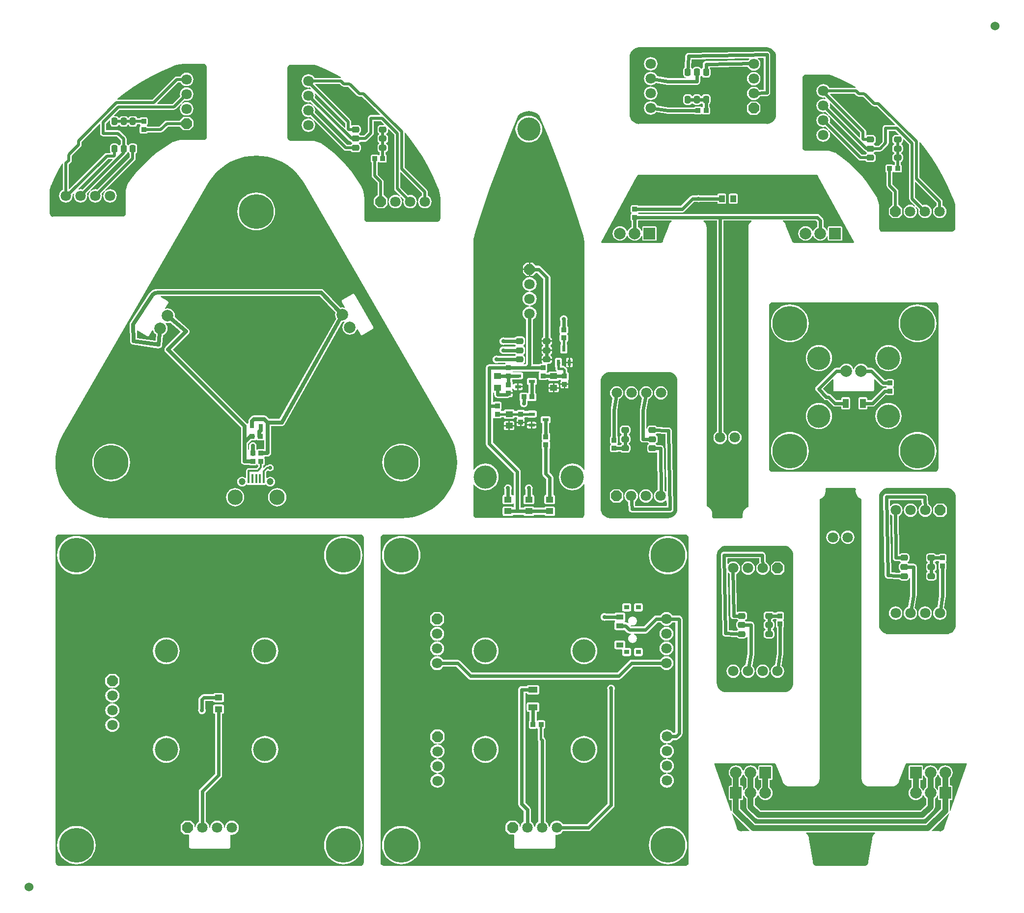
<source format=gtl>
G04 Layer_Physical_Order=1*
G04 Layer_Color=255*
%FSLAX44Y44*%
%MOMM*%
G71*
G01*
G75*
%ADD10R,1.2500X1.0000*%
%ADD11C,0.6000*%
%ADD12C,0.7000*%
%ADD13R,0.8500X0.8500*%
%ADD14R,0.8500X0.8500*%
%ADD15R,0.4000X1.6000*%
%ADD16R,0.8000X0.8000*%
%ADD17C,0.3000*%
G04:AMPARAMS|DCode=18|XSize=1.3mm|YSize=1mm|CornerRadius=0.25mm|HoleSize=0mm|Usage=FLASHONLY|Rotation=360.000|XOffset=0mm|YOffset=0mm|HoleType=Round|Shape=RoundedRectangle|*
%AMROUNDEDRECTD18*
21,1,1.3000,0.5000,0,0,360.0*
21,1,0.8000,1.0000,0,0,360.0*
1,1,0.5000,0.4000,-0.2500*
1,1,0.5000,-0.4000,-0.2500*
1,1,0.5000,-0.4000,0.2500*
1,1,0.5000,0.4000,0.2500*
%
%ADD18ROUNDEDRECTD18*%
%ADD19R,1.1000X0.6000*%
%ADD20R,0.6000X1.1000*%
%ADD21C,0.4000*%
%ADD22C,1.0000*%
%ADD23R,1.0000X1.6000*%
%ADD24R,1.2500X0.9000*%
%ADD25R,0.9000X0.8000*%
%ADD26R,1.6000X1.0000*%
G04:AMPARAMS|DCode=27|XSize=1.3mm|YSize=1mm|CornerRadius=0.25mm|HoleSize=0mm|Usage=FLASHONLY|Rotation=270.000|XOffset=0mm|YOffset=0mm|HoleType=Round|Shape=RoundedRectangle|*
%AMROUNDEDRECTD27*
21,1,1.3000,0.5000,0,0,270.0*
21,1,0.8000,1.0000,0,0,270.0*
1,1,0.5000,-0.2500,-0.4000*
1,1,0.5000,-0.2500,0.4000*
1,1,0.5000,0.2500,0.4000*
1,1,0.5000,0.2500,-0.4000*
%
%ADD27ROUNDEDRECTD27*%
%ADD28C,0.5000*%
%ADD29R,1.0000X1.2500*%
%ADD30C,1.5240*%
%ADD31C,4.0000*%
%ADD32P,1.9483X8X292.5*%
%ADD33C,1.8000*%
%ADD34P,1.9483X8X22.5*%
%ADD35C,6.0000*%
%ADD36C,0.7000*%
%ADD37C,2.0000*%
%ADD38C,1.2000*%
%ADD39C,2.6400*%
%ADD40R,2.0000X2.0000*%
%ADD41P,1.9483X8X382.5*%
G36*
X1283149Y1465831D02*
X1286177Y1464912D01*
X1288967Y1463421D01*
X1291413Y1461413D01*
X1293421Y1458967D01*
X1294912Y1456177D01*
X1295831Y1453149D01*
X1296132Y1450085D01*
X1296115Y1450000D01*
Y1350000D01*
X1296132Y1349915D01*
X1295831Y1346851D01*
X1294912Y1343823D01*
X1293421Y1341033D01*
X1291413Y1338587D01*
X1288967Y1336579D01*
X1286177Y1335088D01*
X1283149Y1334169D01*
X1280085Y1333868D01*
X1280000Y1333885D01*
X1060000D01*
X1059915Y1333868D01*
X1056851Y1334169D01*
X1053823Y1335088D01*
X1051033Y1336579D01*
X1048587Y1338587D01*
X1046580Y1341033D01*
X1045088Y1343823D01*
X1044169Y1346851D01*
X1043868Y1349915D01*
X1043885Y1350000D01*
Y1450000D01*
X1043868Y1450085D01*
X1044169Y1453149D01*
X1045088Y1456177D01*
X1046580Y1458967D01*
X1048587Y1461413D01*
X1051033Y1463421D01*
X1053823Y1464912D01*
X1056851Y1465831D01*
X1059915Y1466132D01*
X1060000Y1466115D01*
X1280000D01*
X1280085Y1466132D01*
X1283149Y1465831D01*
D02*
G37*
G36*
X500239Y1435724D02*
X505837Y1434380D01*
X508255Y1433379D01*
X509418Y1432885D01*
Y1432885D01*
X509418Y1432885D01*
X519388Y1428466D01*
X536467Y1419869D01*
X545951Y1414496D01*
X545616Y1413226D01*
X500362D01*
X500080Y1413907D01*
X498230Y1416318D01*
X495820Y1418168D01*
X493013Y1419331D01*
X490000Y1419727D01*
X486987Y1419331D01*
X484180Y1418168D01*
X481770Y1416318D01*
X479920Y1413907D01*
X478757Y1411100D01*
X478360Y1408088D01*
X478757Y1405075D01*
X479920Y1402268D01*
X481770Y1399857D01*
X484180Y1398008D01*
X486987Y1396845D01*
X490000Y1396448D01*
X492116Y1396727D01*
X493909Y1394934D01*
X493189Y1393857D01*
X493013Y1393931D01*
X490000Y1394327D01*
X486987Y1393931D01*
X484180Y1392768D01*
X481770Y1390918D01*
X479920Y1388507D01*
X478757Y1385700D01*
X478360Y1382688D01*
X478757Y1379675D01*
X479920Y1376868D01*
X481770Y1374457D01*
X484180Y1372608D01*
X486987Y1371445D01*
X490000Y1371048D01*
X493013Y1371445D01*
X493694Y1371727D01*
X498536Y1366884D01*
X497697Y1365927D01*
X495820Y1367368D01*
X493013Y1368531D01*
X490000Y1368927D01*
X486987Y1368531D01*
X484180Y1367368D01*
X481770Y1365518D01*
X479920Y1363107D01*
X478757Y1360300D01*
X478360Y1357288D01*
X478757Y1354275D01*
X479920Y1351468D01*
X481770Y1349057D01*
X484180Y1347207D01*
X486987Y1346045D01*
X490000Y1345648D01*
X493013Y1346045D01*
X493694Y1346327D01*
X498536Y1341484D01*
X497697Y1340527D01*
X495820Y1341968D01*
X493013Y1343131D01*
X490000Y1343527D01*
X486987Y1343131D01*
X484180Y1341968D01*
X481770Y1340118D01*
X479920Y1337707D01*
X478757Y1334900D01*
X478360Y1331888D01*
X478757Y1328875D01*
X479920Y1326068D01*
X481770Y1323657D01*
X484180Y1321808D01*
X486987Y1320645D01*
X490000Y1320248D01*
X493013Y1320645D01*
X495820Y1321808D01*
X498230Y1323657D01*
X500080Y1326068D01*
X501243Y1328875D01*
X501640Y1331888D01*
X501243Y1334900D01*
X500080Y1337707D01*
X498640Y1339585D01*
X499597Y1340424D01*
X550916Y1289104D01*
X552584Y1287990D01*
X554550Y1287599D01*
X562952D01*
X563616Y1286604D01*
X565284Y1285490D01*
X567250Y1285099D01*
X575250D01*
X577216Y1285490D01*
X578884Y1286604D01*
X579997Y1288271D01*
X580389Y1290238D01*
Y1295238D01*
X579997Y1297204D01*
X578884Y1298871D01*
X577263Y1299954D01*
X577216Y1300254D01*
Y1300971D01*
X577263Y1301271D01*
X578884Y1302354D01*
X579548Y1303349D01*
X588000D01*
X589967Y1303740D01*
X591634Y1304854D01*
X601384Y1314604D01*
X602498Y1316271D01*
X602889Y1318238D01*
Y1338849D01*
X614622D01*
X620421Y1333050D01*
X619935Y1331876D01*
X614250D01*
X612284Y1331485D01*
X610616Y1330371D01*
X609502Y1328704D01*
X609111Y1326738D01*
Y1321738D01*
X609502Y1319771D01*
X610616Y1318104D01*
X612237Y1317021D01*
X612284Y1316721D01*
Y1316004D01*
X612237Y1315704D01*
X610616Y1314621D01*
X609502Y1312954D01*
X609111Y1310988D01*
Y1305988D01*
X609502Y1304021D01*
X610616Y1302354D01*
X612237Y1301271D01*
X612284Y1300971D01*
Y1300254D01*
X612237Y1299954D01*
X610616Y1298871D01*
X609502Y1297204D01*
X609111Y1295238D01*
Y1290238D01*
X609502Y1288271D01*
X610616Y1286604D01*
X612284Y1285490D01*
X613111Y1285325D01*
Y1280651D01*
X613009Y1280630D01*
X612169Y1280069D01*
X611978Y1279784D01*
X610522D01*
X610331Y1280069D01*
X609491Y1280630D01*
X608500Y1280827D01*
X600000D01*
X599009Y1280630D01*
X598169Y1280069D01*
X597607Y1279229D01*
X597410Y1278238D01*
Y1269738D01*
X597607Y1268747D01*
X598169Y1267906D01*
X599009Y1267345D01*
X599111Y1267325D01*
Y1244488D01*
X599502Y1242521D01*
X600616Y1240854D01*
X609461Y1232009D01*
Y1211450D01*
X609109Y1211380D01*
X608269Y1210819D01*
X603769Y1206319D01*
X603207Y1205479D01*
X603010Y1204488D01*
Y1195488D01*
X603207Y1194497D01*
X603769Y1193656D01*
X608269Y1189156D01*
X609109Y1188595D01*
X610100Y1188398D01*
X619100D01*
X620091Y1188595D01*
X620931Y1189156D01*
X625431Y1193656D01*
X625993Y1194497D01*
X626190Y1195488D01*
Y1204488D01*
X625993Y1205479D01*
X625431Y1206319D01*
X620931Y1210819D01*
X620091Y1211380D01*
X619739Y1211450D01*
Y1234138D01*
X619348Y1236104D01*
X618234Y1237771D01*
X609389Y1246616D01*
Y1267325D01*
X609491Y1267345D01*
X610331Y1267906D01*
X610522Y1268191D01*
X611978D01*
X612169Y1267906D01*
X613009Y1267345D01*
X614000Y1267148D01*
X622500D01*
X623491Y1267345D01*
X624331Y1267906D01*
X624893Y1268747D01*
X625090Y1269738D01*
Y1278238D01*
X624893Y1279229D01*
X624331Y1280069D01*
X623491Y1280630D01*
X623389Y1280651D01*
Y1285325D01*
X624216Y1285490D01*
X625884Y1286604D01*
X626998Y1288271D01*
X627389Y1290238D01*
Y1295238D01*
X626998Y1297204D01*
X625884Y1298871D01*
X624263Y1299954D01*
X624216Y1300254D01*
Y1300971D01*
X624263Y1301271D01*
X625884Y1302354D01*
X626998Y1304021D01*
X627389Y1305988D01*
Y1310988D01*
X626998Y1312954D01*
X625884Y1314621D01*
X624263Y1315704D01*
X624216Y1316004D01*
Y1316721D01*
X624263Y1317021D01*
X625884Y1318104D01*
X626998Y1319771D01*
X627389Y1321738D01*
Y1324422D01*
X628562Y1324908D01*
X638093Y1315378D01*
Y1222156D01*
X638484Y1220190D01*
X639598Y1218523D01*
X648536Y1209584D01*
X647697Y1208627D01*
X645820Y1210068D01*
X643012Y1211231D01*
X640000Y1211627D01*
X636987Y1211231D01*
X634180Y1210068D01*
X631770Y1208218D01*
X629920Y1205807D01*
X628757Y1203000D01*
X628360Y1199988D01*
X628757Y1196975D01*
X629920Y1194168D01*
X631770Y1191757D01*
X634180Y1189908D01*
X636987Y1188745D01*
X640000Y1188348D01*
X643012Y1188745D01*
X645820Y1189908D01*
X648230Y1191757D01*
X650080Y1194168D01*
X651243Y1196975D01*
X651639Y1199988D01*
X651243Y1203000D01*
X650080Y1205807D01*
X648640Y1207685D01*
X649597Y1208524D01*
X654439Y1203681D01*
X654157Y1203000D01*
X653760Y1199988D01*
X654157Y1196975D01*
X655320Y1194168D01*
X657170Y1191757D01*
X659580Y1189908D01*
X662387Y1188745D01*
X665400Y1188348D01*
X668412Y1188745D01*
X671220Y1189908D01*
X673630Y1191757D01*
X675480Y1194168D01*
X676643Y1196975D01*
X677039Y1199988D01*
X676643Y1203000D01*
X675480Y1205807D01*
X673630Y1208218D01*
X671220Y1210068D01*
X668412Y1211231D01*
X665400Y1211627D01*
X662387Y1211231D01*
X661706Y1210948D01*
X648370Y1224285D01*
Y1250191D01*
X649544Y1250677D01*
X685661Y1214559D01*
Y1210350D01*
X684980Y1210068D01*
X682570Y1208218D01*
X680720Y1205807D01*
X679557Y1203000D01*
X679160Y1199988D01*
X679557Y1196975D01*
X680720Y1194168D01*
X682570Y1191757D01*
X684980Y1189908D01*
X687787Y1188745D01*
X690800Y1188348D01*
X693812Y1188745D01*
X696620Y1189908D01*
X699030Y1191757D01*
X700880Y1194168D01*
X702043Y1196975D01*
X702439Y1199988D01*
X702043Y1203000D01*
X700880Y1205807D01*
X699030Y1208218D01*
X696620Y1210068D01*
X695939Y1210350D01*
Y1216688D01*
X695548Y1218654D01*
X694434Y1220321D01*
X655910Y1258845D01*
Y1318884D01*
X657180Y1319321D01*
X665729Y1308367D01*
X676738Y1292734D01*
X686968Y1276580D01*
X696393Y1259943D01*
X704989Y1242864D01*
X712738Y1225384D01*
X714848Y1219914D01*
X714846Y1219910D01*
X714846Y1219910D01*
X715661Y1217941D01*
X717155Y1211721D01*
X717628Y1205712D01*
X717583Y1205488D01*
Y1172063D01*
X717552Y1170855D01*
X717358Y1169631D01*
X716743Y1168147D01*
X715686Y1166769D01*
X714309Y1165713D01*
X712705Y1165048D01*
X711596Y1164902D01*
X710367Y1164903D01*
X710367Y1164903D01*
X709149Y1164872D01*
X708768Y1164872D01*
X593545D01*
X592500Y1164872D01*
X592296Y1164861D01*
X591094Y1164982D01*
X589824Y1165235D01*
X587980Y1166468D01*
X586747Y1168312D01*
X586385Y1170136D01*
Y1204988D01*
X586395Y1205000D01*
X586404Y1205000D01*
X585999Y1211173D01*
X584762Y1217394D01*
X583178Y1222060D01*
X583150Y1222200D01*
X583150Y1222200D01*
X583130Y1222302D01*
X582981Y1222525D01*
X582899Y1222682D01*
X582580Y1223278D01*
X581139Y1225974D01*
X573130Y1238853D01*
X564296Y1251181D01*
X554674Y1262905D01*
X544307Y1273975D01*
X533237Y1284342D01*
X521513Y1293964D01*
X512186Y1300648D01*
X512167Y1300622D01*
X511487Y1301077D01*
X511350Y1301104D01*
X510498Y1301524D01*
X504996Y1303392D01*
X499298Y1304525D01*
X493500Y1304905D01*
X492624Y1304848D01*
X492500Y1304872D01*
X461045D01*
X460000Y1304872D01*
X459796Y1304861D01*
X458594Y1304982D01*
X457324Y1305235D01*
X455480Y1306467D01*
X454247Y1308312D01*
X453885Y1310136D01*
Y1429988D01*
X453851Y1430155D01*
X454289Y1432353D01*
X455629Y1434359D01*
X457634Y1435699D01*
X459833Y1436136D01*
X460000Y1436103D01*
X492337D01*
X493500Y1436103D01*
X493596Y1436105D01*
X494860Y1436148D01*
X500239Y1435724D01*
D02*
G37*
G36*
X274512Y1437583D02*
X307937D01*
X309145Y1437552D01*
X310369Y1437358D01*
X311853Y1436743D01*
X313231Y1435686D01*
X314287Y1434309D01*
X314952Y1432705D01*
X315098Y1431595D01*
X315097Y1430367D01*
X315097Y1430367D01*
X315128Y1429149D01*
X315128Y1428768D01*
Y1313545D01*
X315128Y1312500D01*
X315139Y1312296D01*
X315018Y1311094D01*
X314765Y1309824D01*
X313533Y1307980D01*
X311688Y1306747D01*
X309864Y1306385D01*
X275012D01*
X275000Y1306395D01*
X275000Y1306404D01*
X268827Y1305999D01*
X262606Y1304762D01*
X257939Y1303178D01*
X257800Y1303150D01*
X257800Y1303150D01*
X257698Y1303130D01*
X257475Y1302981D01*
X257318Y1302899D01*
X256723Y1302581D01*
X254026Y1301139D01*
X241147Y1293130D01*
X228819Y1284296D01*
X217095Y1274675D01*
X206025Y1264307D01*
X195658Y1253237D01*
X186036Y1241514D01*
X179352Y1232186D01*
X179378Y1232167D01*
X178923Y1231487D01*
X178896Y1231350D01*
X178476Y1230498D01*
X176608Y1224996D01*
X175475Y1219298D01*
X175095Y1213500D01*
X175152Y1212624D01*
X175128Y1212500D01*
Y1181045D01*
X175128Y1180000D01*
X175139Y1179796D01*
X175018Y1178594D01*
X174765Y1177324D01*
X173533Y1175480D01*
X171688Y1174247D01*
X169864Y1173885D01*
X50012D01*
X49845Y1173851D01*
X47647Y1174289D01*
X45641Y1175629D01*
X44301Y1177634D01*
X43864Y1179833D01*
X43897Y1180000D01*
Y1212337D01*
X43897Y1213500D01*
X43895Y1213596D01*
X43852Y1214860D01*
X44276Y1220239D01*
X45620Y1225837D01*
X46621Y1228255D01*
X47115Y1229418D01*
X47115D01*
X47115Y1229418D01*
X51534Y1239388D01*
X60131Y1256467D01*
X65504Y1265951D01*
X66774Y1265616D01*
Y1220362D01*
X66093Y1220080D01*
X63682Y1218230D01*
X61832Y1215820D01*
X60669Y1213012D01*
X60273Y1210000D01*
X60669Y1206988D01*
X61832Y1204180D01*
X63682Y1201770D01*
X66093Y1199920D01*
X68900Y1198757D01*
X71912Y1198360D01*
X74925Y1198757D01*
X77732Y1199920D01*
X80143Y1201770D01*
X81993Y1204180D01*
X83155Y1206988D01*
X83552Y1210000D01*
X83273Y1212116D01*
X85066Y1213909D01*
X86143Y1213189D01*
X86069Y1213012D01*
X85673Y1210000D01*
X86069Y1206988D01*
X87232Y1204180D01*
X89082Y1201770D01*
X91493Y1199920D01*
X94300Y1198757D01*
X97312Y1198360D01*
X100325Y1198757D01*
X103132Y1199920D01*
X105543Y1201770D01*
X107393Y1204180D01*
X108555Y1206988D01*
X108952Y1210000D01*
X108555Y1213012D01*
X108273Y1213694D01*
X113116Y1218536D01*
X114073Y1217697D01*
X112632Y1215820D01*
X111469Y1213012D01*
X111073Y1210000D01*
X111469Y1206988D01*
X112632Y1204180D01*
X114482Y1201770D01*
X116893Y1199920D01*
X119700Y1198757D01*
X122712Y1198360D01*
X125725Y1198757D01*
X128532Y1199920D01*
X130943Y1201770D01*
X132793Y1204180D01*
X133955Y1206988D01*
X134352Y1210000D01*
X133955Y1213012D01*
X133673Y1213694D01*
X138516Y1218536D01*
X139473Y1217697D01*
X138032Y1215820D01*
X136869Y1213012D01*
X136473Y1210000D01*
X136869Y1206988D01*
X138032Y1204180D01*
X139882Y1201770D01*
X142293Y1199920D01*
X145100Y1198757D01*
X148112Y1198360D01*
X151125Y1198757D01*
X153932Y1199920D01*
X156343Y1201770D01*
X158193Y1204180D01*
X159355Y1206988D01*
X159752Y1210000D01*
X159355Y1213012D01*
X158193Y1215820D01*
X156343Y1218230D01*
X153932Y1220080D01*
X151125Y1221243D01*
X148112Y1221639D01*
X145100Y1221243D01*
X142293Y1220080D01*
X140415Y1218640D01*
X139576Y1219597D01*
X190896Y1270916D01*
X192010Y1272583D01*
X192401Y1274550D01*
Y1282952D01*
X193396Y1283616D01*
X194510Y1285284D01*
X194901Y1287250D01*
Y1295250D01*
X194510Y1297216D01*
X193396Y1298884D01*
X191729Y1299998D01*
X189762Y1300389D01*
X184762D01*
X182796Y1299998D01*
X181129Y1298884D01*
X180046Y1297263D01*
X179746Y1297216D01*
X179029D01*
X178729Y1297263D01*
X177646Y1298884D01*
X176651Y1299548D01*
Y1308000D01*
X176260Y1309966D01*
X175146Y1311634D01*
X165396Y1321384D01*
X163729Y1322498D01*
X161762Y1322889D01*
X141151D01*
Y1334621D01*
X146950Y1340421D01*
X148124Y1339935D01*
Y1334250D01*
X148515Y1332283D01*
X149629Y1330616D01*
X151296Y1329502D01*
X153262Y1329111D01*
X158262D01*
X160229Y1329502D01*
X161896Y1330616D01*
X162979Y1332237D01*
X163279Y1332283D01*
X163996D01*
X164296Y1332237D01*
X165379Y1330616D01*
X167046Y1329502D01*
X169012Y1329111D01*
X174012D01*
X175979Y1329502D01*
X177646Y1330616D01*
X178729Y1332237D01*
X179029Y1332283D01*
X179746D01*
X180046Y1332237D01*
X181129Y1330616D01*
X182796Y1329502D01*
X184762Y1329111D01*
X189762D01*
X191729Y1329502D01*
X193396Y1330616D01*
X194510Y1332283D01*
X194674Y1333111D01*
X199349D01*
X199370Y1333009D01*
X199931Y1332169D01*
X200216Y1331978D01*
Y1330522D01*
X199931Y1330331D01*
X199370Y1329491D01*
X199173Y1328500D01*
Y1320000D01*
X199370Y1319009D01*
X199931Y1318169D01*
X200771Y1317607D01*
X201762Y1317410D01*
X210262D01*
X211253Y1317607D01*
X212094Y1318169D01*
X212655Y1319009D01*
X212675Y1319111D01*
X235512D01*
X237479Y1319502D01*
X239146Y1320616D01*
X247991Y1329461D01*
X268550D01*
X268620Y1329109D01*
X269181Y1328269D01*
X273681Y1323769D01*
X274521Y1323207D01*
X275512Y1323010D01*
X284512D01*
X285503Y1323207D01*
X286344Y1323769D01*
X290844Y1328269D01*
X291405Y1329109D01*
X291602Y1330100D01*
Y1339100D01*
X291405Y1340091D01*
X290844Y1340931D01*
X286344Y1345431D01*
X285503Y1345993D01*
X284512Y1346190D01*
X275512D01*
X274521Y1345993D01*
X273681Y1345431D01*
X269181Y1340931D01*
X268620Y1340091D01*
X268550Y1339739D01*
X245862D01*
X243896Y1339348D01*
X242229Y1338234D01*
X233384Y1329389D01*
X212675D01*
X212655Y1329491D01*
X212094Y1330331D01*
X211809Y1330522D01*
Y1331978D01*
X212094Y1332169D01*
X212655Y1333009D01*
X212852Y1334000D01*
Y1342500D01*
X212655Y1343491D01*
X212094Y1344331D01*
X211253Y1344893D01*
X210262Y1345090D01*
X201762D01*
X200771Y1344893D01*
X199931Y1344331D01*
X199370Y1343491D01*
X199349Y1343389D01*
X194674D01*
X194510Y1344216D01*
X193396Y1345884D01*
X191729Y1346998D01*
X189762Y1347389D01*
X184762D01*
X182796Y1346998D01*
X181129Y1345884D01*
X180046Y1344263D01*
X179746Y1344216D01*
X179029D01*
X178729Y1344263D01*
X177646Y1345884D01*
X175979Y1346998D01*
X174012Y1347389D01*
X169012D01*
X167046Y1346998D01*
X165379Y1345884D01*
X164296Y1344263D01*
X163996Y1344216D01*
X163279D01*
X162979Y1344263D01*
X161896Y1345884D01*
X160229Y1346998D01*
X158262Y1347389D01*
X155578D01*
X155092Y1348562D01*
X164622Y1358093D01*
X257844D01*
X259810Y1358484D01*
X261477Y1359598D01*
X270416Y1368536D01*
X271373Y1367697D01*
X269932Y1365820D01*
X268769Y1363013D01*
X268373Y1360000D01*
X268769Y1356987D01*
X269932Y1354180D01*
X271782Y1351770D01*
X274193Y1349920D01*
X277000Y1348757D01*
X280012Y1348360D01*
X283025Y1348757D01*
X285832Y1349920D01*
X288243Y1351770D01*
X290093Y1354180D01*
X291255Y1356987D01*
X291652Y1360000D01*
X291255Y1363013D01*
X290093Y1365820D01*
X288243Y1368230D01*
X285832Y1370080D01*
X283025Y1371243D01*
X280012Y1371640D01*
X277000Y1371243D01*
X274193Y1370080D01*
X272315Y1368640D01*
X271476Y1369597D01*
X276319Y1374439D01*
X277000Y1374157D01*
X280012Y1373760D01*
X283025Y1374157D01*
X285832Y1375320D01*
X288243Y1377170D01*
X290093Y1379580D01*
X291255Y1382388D01*
X291652Y1385400D01*
X291255Y1388412D01*
X290093Y1391220D01*
X288243Y1393630D01*
X285832Y1395480D01*
X283025Y1396643D01*
X280012Y1397039D01*
X277000Y1396643D01*
X274193Y1395480D01*
X271782Y1393630D01*
X269932Y1391220D01*
X268769Y1388412D01*
X268373Y1385400D01*
X268769Y1382388D01*
X269051Y1381706D01*
X255715Y1368370D01*
X229809D01*
X229323Y1369543D01*
X265441Y1405661D01*
X269650D01*
X269932Y1404980D01*
X271782Y1402570D01*
X274193Y1400720D01*
X277000Y1399557D01*
X280012Y1399160D01*
X283025Y1399557D01*
X285832Y1400720D01*
X288243Y1402570D01*
X290093Y1404980D01*
X291255Y1407787D01*
X291652Y1410800D01*
X291255Y1413813D01*
X290093Y1416620D01*
X288243Y1419030D01*
X285832Y1420880D01*
X283025Y1422043D01*
X280012Y1422440D01*
X277000Y1422043D01*
X274193Y1420880D01*
X271782Y1419030D01*
X269932Y1416620D01*
X269650Y1415939D01*
X263312D01*
X261346Y1415548D01*
X259679Y1414434D01*
X221155Y1375910D01*
X161116D01*
X160679Y1377180D01*
X171633Y1385728D01*
X187266Y1396738D01*
X203420Y1406968D01*
X220057Y1416393D01*
X237136Y1424989D01*
X254616Y1432738D01*
X260086Y1434848D01*
X260091Y1434846D01*
X260091Y1434846D01*
X262059Y1435661D01*
X268279Y1437155D01*
X274288Y1437628D01*
X274512Y1437583D01*
D02*
G37*
G36*
X1387792Y1418714D02*
X1393390Y1417370D01*
X1395807Y1416369D01*
X1396971Y1415874D01*
Y1415874D01*
X1396971Y1415874D01*
X1406940Y1411455D01*
X1424019Y1402858D01*
X1433503Y1397486D01*
X1433168Y1396216D01*
X1387915D01*
X1387633Y1396897D01*
X1385783Y1399308D01*
X1383372Y1401157D01*
X1380565Y1402320D01*
X1377552Y1402717D01*
X1374540Y1402320D01*
X1371733Y1401157D01*
X1369322Y1399308D01*
X1367472Y1396897D01*
X1366310Y1394090D01*
X1365913Y1391077D01*
X1366310Y1388065D01*
X1367472Y1385257D01*
X1369322Y1382847D01*
X1371733Y1380997D01*
X1374540Y1379834D01*
X1377552Y1379438D01*
X1379669Y1379716D01*
X1381461Y1377923D01*
X1380742Y1376847D01*
X1380565Y1376920D01*
X1377552Y1377317D01*
X1374540Y1376920D01*
X1371733Y1375757D01*
X1369322Y1373907D01*
X1367472Y1371497D01*
X1366310Y1368690D01*
X1365913Y1365677D01*
X1366310Y1362664D01*
X1367472Y1359857D01*
X1369322Y1357447D01*
X1371733Y1355597D01*
X1374540Y1354434D01*
X1377552Y1354037D01*
X1380565Y1354434D01*
X1381246Y1354716D01*
X1386089Y1349874D01*
X1385249Y1348917D01*
X1383372Y1350357D01*
X1380565Y1351520D01*
X1377552Y1351917D01*
X1374540Y1351520D01*
X1371733Y1350357D01*
X1369322Y1348508D01*
X1367472Y1346097D01*
X1366310Y1343290D01*
X1365913Y1340277D01*
X1366310Y1337265D01*
X1367472Y1334457D01*
X1369322Y1332047D01*
X1371733Y1330197D01*
X1374540Y1329034D01*
X1377552Y1328638D01*
X1380565Y1329034D01*
X1381246Y1329316D01*
X1386089Y1324474D01*
X1385249Y1323517D01*
X1383372Y1324957D01*
X1380565Y1326120D01*
X1377552Y1326517D01*
X1374540Y1326120D01*
X1371733Y1324957D01*
X1369322Y1323107D01*
X1367472Y1320697D01*
X1366310Y1317890D01*
X1365913Y1314877D01*
X1366310Y1311864D01*
X1367472Y1309057D01*
X1369322Y1306647D01*
X1371733Y1304797D01*
X1374540Y1303634D01*
X1377552Y1303237D01*
X1380565Y1303634D01*
X1383372Y1304797D01*
X1385783Y1306647D01*
X1387633Y1309057D01*
X1388795Y1311864D01*
X1389192Y1314877D01*
X1388795Y1317890D01*
X1387633Y1320697D01*
X1386192Y1322574D01*
X1387149Y1323413D01*
X1438469Y1272093D01*
X1440136Y1270980D01*
X1442103Y1270588D01*
X1450504D01*
X1451169Y1269593D01*
X1452836Y1268480D01*
X1454803Y1268088D01*
X1462802D01*
X1464769Y1268480D01*
X1466436Y1269593D01*
X1467550Y1271261D01*
X1467941Y1273227D01*
Y1278227D01*
X1467550Y1280194D01*
X1466436Y1281861D01*
X1464815Y1282944D01*
X1464769Y1283244D01*
Y1283961D01*
X1464815Y1284260D01*
X1466436Y1285343D01*
X1467101Y1286338D01*
X1475553D01*
X1477519Y1286729D01*
X1479186Y1287843D01*
X1488936Y1297593D01*
X1490050Y1299261D01*
X1490441Y1301227D01*
Y1321838D01*
X1502174D01*
X1507973Y1316039D01*
X1507487Y1314866D01*
X1501803D01*
X1499836Y1314475D01*
X1498169Y1313361D01*
X1497055Y1311694D01*
X1496664Y1309727D01*
Y1304727D01*
X1497055Y1302761D01*
X1498169Y1301093D01*
X1499790Y1300010D01*
X1499836Y1299711D01*
Y1298994D01*
X1499790Y1298694D01*
X1498169Y1297611D01*
X1497055Y1295944D01*
X1496664Y1293977D01*
Y1288977D01*
X1497055Y1287011D01*
X1498169Y1285343D01*
X1499790Y1284260D01*
X1499836Y1283961D01*
Y1283244D01*
X1499790Y1282944D01*
X1498169Y1281861D01*
X1497055Y1280194D01*
X1496664Y1278227D01*
Y1273227D01*
X1497055Y1271261D01*
X1498169Y1269593D01*
X1499836Y1268480D01*
X1500664Y1268315D01*
Y1263640D01*
X1500562Y1263620D01*
X1499721Y1263058D01*
X1499531Y1262774D01*
X1498074D01*
X1497884Y1263058D01*
X1497044Y1263620D01*
X1496053Y1263817D01*
X1487552D01*
X1486561Y1263620D01*
X1485721Y1263058D01*
X1485160Y1262218D01*
X1484963Y1261227D01*
Y1252727D01*
X1485160Y1251736D01*
X1485721Y1250896D01*
X1486561Y1250334D01*
X1486664Y1250314D01*
Y1227477D01*
X1487055Y1225511D01*
X1488169Y1223844D01*
X1497014Y1214998D01*
Y1194440D01*
X1496662Y1194370D01*
X1495821Y1193808D01*
X1491321Y1189308D01*
X1490760Y1188468D01*
X1490563Y1187477D01*
Y1178477D01*
X1490760Y1177486D01*
X1491321Y1176646D01*
X1495821Y1172146D01*
X1496662Y1171584D01*
X1497652Y1171387D01*
X1506653D01*
X1507644Y1171584D01*
X1508484Y1172146D01*
X1512984Y1176646D01*
X1513545Y1177486D01*
X1513742Y1178477D01*
Y1187477D01*
X1513545Y1188468D01*
X1512984Y1189308D01*
X1508484Y1193808D01*
X1507644Y1194370D01*
X1507291Y1194440D01*
Y1217127D01*
X1506900Y1219094D01*
X1505786Y1220761D01*
X1496941Y1229606D01*
Y1250314D01*
X1497044Y1250334D01*
X1497884Y1250896D01*
X1498074Y1251181D01*
X1499531D01*
X1499721Y1250896D01*
X1500562Y1250334D01*
X1501552Y1250137D01*
X1510052D01*
X1511044Y1250334D01*
X1511884Y1250896D01*
X1512445Y1251736D01*
X1512642Y1252727D01*
Y1261227D01*
X1512445Y1262218D01*
X1511884Y1263058D01*
X1511044Y1263620D01*
X1510941Y1263640D01*
Y1268315D01*
X1511769Y1268480D01*
X1513436Y1269593D01*
X1514550Y1271261D01*
X1514941Y1273227D01*
Y1278227D01*
X1514550Y1280194D01*
X1513436Y1281861D01*
X1511815Y1282944D01*
X1511769Y1283244D01*
Y1283961D01*
X1511815Y1284260D01*
X1513436Y1285343D01*
X1514550Y1287011D01*
X1514941Y1288977D01*
Y1293977D01*
X1514550Y1295944D01*
X1513436Y1297611D01*
X1511815Y1298694D01*
X1511769Y1298994D01*
Y1299711D01*
X1511815Y1300010D01*
X1513436Y1301093D01*
X1514550Y1302761D01*
X1514941Y1304727D01*
Y1307412D01*
X1516115Y1307898D01*
X1525645Y1298367D01*
Y1205146D01*
X1526036Y1203179D01*
X1527150Y1201512D01*
X1536089Y1192574D01*
X1535249Y1191617D01*
X1533372Y1193057D01*
X1530565Y1194220D01*
X1527552Y1194617D01*
X1524540Y1194220D01*
X1521733Y1193057D01*
X1519322Y1191208D01*
X1517472Y1188797D01*
X1516310Y1185990D01*
X1515913Y1182977D01*
X1516310Y1179965D01*
X1517472Y1177157D01*
X1519322Y1174747D01*
X1521733Y1172897D01*
X1524540Y1171734D01*
X1527552Y1171338D01*
X1530565Y1171734D01*
X1533372Y1172897D01*
X1535783Y1174747D01*
X1537633Y1177157D01*
X1538795Y1179965D01*
X1539192Y1182977D01*
X1538795Y1185990D01*
X1537633Y1188797D01*
X1536192Y1190674D01*
X1537149Y1191513D01*
X1541992Y1186671D01*
X1541710Y1185990D01*
X1541313Y1182977D01*
X1541710Y1179965D01*
X1542872Y1177157D01*
X1544722Y1174747D01*
X1547133Y1172897D01*
X1549940Y1171734D01*
X1552953Y1171338D01*
X1555965Y1171734D01*
X1558772Y1172897D01*
X1561183Y1174747D01*
X1563033Y1177157D01*
X1564196Y1179965D01*
X1564592Y1182977D01*
X1564196Y1185990D01*
X1563033Y1188797D01*
X1561183Y1191208D01*
X1558772Y1193057D01*
X1555965Y1194220D01*
X1552953Y1194617D01*
X1549940Y1194220D01*
X1549259Y1193938D01*
X1535923Y1207274D01*
Y1233180D01*
X1537096Y1233666D01*
X1573214Y1197549D01*
Y1193339D01*
X1572533Y1193057D01*
X1570122Y1191208D01*
X1568272Y1188797D01*
X1567110Y1185990D01*
X1566713Y1182977D01*
X1567110Y1179965D01*
X1568272Y1177157D01*
X1570122Y1174747D01*
X1572533Y1172897D01*
X1575340Y1171734D01*
X1578353Y1171338D01*
X1581365Y1171734D01*
X1584172Y1172897D01*
X1586583Y1174747D01*
X1588433Y1177157D01*
X1589595Y1179965D01*
X1589992Y1182977D01*
X1589595Y1185990D01*
X1588433Y1188797D01*
X1586583Y1191208D01*
X1584172Y1193057D01*
X1583491Y1193339D01*
Y1199677D01*
X1583100Y1201644D01*
X1581986Y1203311D01*
X1543463Y1241834D01*
Y1301873D01*
X1544733Y1302310D01*
X1553281Y1291356D01*
X1564291Y1275724D01*
X1574521Y1259569D01*
X1583945Y1242933D01*
X1592542Y1225854D01*
X1600291Y1208373D01*
X1602401Y1202903D01*
X1602399Y1202899D01*
X1602399Y1202899D01*
X1603214Y1200930D01*
X1604707Y1194710D01*
X1605180Y1188701D01*
X1605136Y1188477D01*
Y1155052D01*
X1605105Y1153845D01*
X1604910Y1152620D01*
X1604295Y1151136D01*
X1603239Y1149759D01*
X1601861Y1148702D01*
X1600258Y1148038D01*
X1599148Y1147892D01*
X1597920Y1147892D01*
X1597919Y1147892D01*
X1596702Y1147862D01*
X1596321Y1147862D01*
X1481097D01*
X1480052Y1147862D01*
X1479849Y1147851D01*
X1478647Y1147972D01*
X1477377Y1148224D01*
X1475532Y1149457D01*
X1474300Y1151301D01*
X1473937Y1153125D01*
Y1187977D01*
X1473947Y1187990D01*
X1473956Y1187990D01*
X1473552Y1194163D01*
X1472314Y1200384D01*
X1470730Y1205050D01*
X1470703Y1205190D01*
X1470703Y1205190D01*
X1470682Y1205291D01*
X1470533Y1205514D01*
X1470451Y1205672D01*
X1470133Y1206267D01*
X1468692Y1208963D01*
X1460683Y1221843D01*
X1451849Y1234171D01*
X1442227Y1245895D01*
X1431859Y1256964D01*
X1420790Y1267332D01*
X1409066Y1276954D01*
X1399738Y1283638D01*
X1399720Y1283611D01*
X1399039Y1284066D01*
X1398903Y1284093D01*
X1398050Y1284513D01*
X1392549Y1286381D01*
X1386850Y1287514D01*
X1381053Y1287894D01*
X1380176Y1287837D01*
X1380052Y1287862D01*
X1348598D01*
X1347552Y1287862D01*
X1347349Y1287851D01*
X1346147Y1287972D01*
X1344877Y1288224D01*
X1343032Y1289457D01*
X1341800Y1291301D01*
X1341437Y1293125D01*
Y1412977D01*
X1341404Y1413144D01*
X1341841Y1415343D01*
X1343181Y1417348D01*
X1345187Y1418688D01*
X1347386Y1419126D01*
X1347552Y1419092D01*
X1379890D01*
X1381053Y1419092D01*
X1381148Y1419094D01*
X1382412Y1419137D01*
X1387792Y1418714D01*
D02*
G37*
G36*
X553611Y1335231D02*
Y1328003D01*
X552438Y1327517D01*
X500961Y1378994D01*
X501243Y1379675D01*
X501640Y1382688D01*
X501243Y1385700D01*
X501170Y1385877D01*
X502246Y1386596D01*
X553611Y1335231D01*
D02*
G37*
G36*
X547559Y1399526D02*
X549226Y1398412D01*
X551193Y1398021D01*
X558016D01*
X559279Y1397177D01*
X559645Y1397104D01*
X574216Y1382533D01*
X575883Y1381419D01*
X577850Y1381028D01*
X582659D01*
X587728Y1375959D01*
X589073Y1375060D01*
X613834Y1350300D01*
X613348Y1349126D01*
X597750D01*
X595784Y1348735D01*
X594116Y1347621D01*
X593002Y1345954D01*
X592611Y1343988D01*
Y1320366D01*
X585872Y1313626D01*
X579548D01*
X578884Y1314621D01*
X577263Y1315704D01*
X577216Y1316004D01*
Y1316721D01*
X577263Y1317021D01*
X578884Y1318104D01*
X579997Y1319771D01*
X580389Y1321738D01*
Y1326738D01*
X579997Y1328704D01*
X578884Y1330371D01*
X577216Y1331485D01*
X575250Y1331876D01*
X567250D01*
X565284Y1331485D01*
X565009Y1331302D01*
X563889Y1331900D01*
Y1337360D01*
X563498Y1339326D01*
X562384Y1340994D01*
X501602Y1401776D01*
X502088Y1402949D01*
X544137D01*
X547559Y1399526D01*
D02*
G37*
G36*
X1441164Y1318221D02*
Y1310992D01*
X1439991Y1310506D01*
X1388513Y1361983D01*
X1388795Y1362664D01*
X1389192Y1365677D01*
X1388795Y1368690D01*
X1388722Y1368866D01*
X1389799Y1369586D01*
X1441164Y1318221D01*
D02*
G37*
G36*
X560566Y1304854D02*
X562233Y1303740D01*
X562760Y1303635D01*
X563616Y1302354D01*
X565237Y1301271D01*
X565284Y1300971D01*
Y1300254D01*
X565237Y1299954D01*
X563616Y1298871D01*
X562952Y1297876D01*
X556679D01*
X500961Y1353594D01*
X501243Y1354275D01*
X501640Y1357288D01*
X501243Y1360300D01*
X500080Y1363107D01*
X498640Y1364985D01*
X499597Y1365824D01*
X560566Y1304854D01*
D02*
G37*
G36*
X130874Y1333348D02*
Y1317750D01*
X131265Y1315784D01*
X132379Y1314116D01*
X134046Y1313002D01*
X136012Y1312611D01*
X159634D01*
X166374Y1305871D01*
Y1299548D01*
X165379Y1298884D01*
X164296Y1297263D01*
X163996Y1297216D01*
X163279D01*
X162979Y1297263D01*
X161896Y1298884D01*
X160229Y1299998D01*
X158262Y1300389D01*
X153262D01*
X151296Y1299998D01*
X149629Y1298884D01*
X148515Y1297216D01*
X148124Y1295250D01*
Y1287250D01*
X148515Y1285284D01*
X148698Y1285009D01*
X148100Y1283889D01*
X142640D01*
X140674Y1283498D01*
X139006Y1282384D01*
X78224Y1221602D01*
X77051Y1222088D01*
Y1264137D01*
X80474Y1267559D01*
X81588Y1269227D01*
X81979Y1271193D01*
Y1278016D01*
X82823Y1279279D01*
X82895Y1279645D01*
X97467Y1294216D01*
X98581Y1295883D01*
X98972Y1297850D01*
Y1302659D01*
X104041Y1307728D01*
X104940Y1309073D01*
X129700Y1333834D01*
X130874Y1333348D01*
D02*
G37*
G36*
X1435112Y1382516D02*
X1436779Y1381402D01*
X1438746Y1381011D01*
X1445568D01*
X1446831Y1380167D01*
X1447197Y1380094D01*
X1461769Y1365522D01*
X1463436Y1364408D01*
X1465403Y1364017D01*
X1470212D01*
X1475281Y1358948D01*
X1476626Y1358050D01*
X1501386Y1333289D01*
X1500900Y1332116D01*
X1485302D01*
X1483336Y1331725D01*
X1481669Y1330611D01*
X1480555Y1328943D01*
X1480164Y1326977D01*
Y1303356D01*
X1473424Y1296616D01*
X1467101D01*
X1466436Y1297611D01*
X1464815Y1298694D01*
X1464769Y1298994D01*
Y1299711D01*
X1464815Y1300010D01*
X1466436Y1301093D01*
X1467550Y1302761D01*
X1467941Y1304727D01*
Y1309727D01*
X1467550Y1311694D01*
X1466436Y1313361D01*
X1464769Y1314475D01*
X1462802Y1314866D01*
X1454803D01*
X1452836Y1314475D01*
X1452561Y1314291D01*
X1451441Y1314890D01*
Y1320349D01*
X1451050Y1322316D01*
X1449936Y1323983D01*
X1389154Y1384765D01*
X1389640Y1385938D01*
X1431689D01*
X1435112Y1382516D01*
D02*
G37*
G36*
X1448119Y1287843D02*
X1449786Y1286729D01*
X1450313Y1286625D01*
X1451169Y1285343D01*
X1452790Y1284260D01*
X1452836Y1283961D01*
Y1283244D01*
X1452790Y1282944D01*
X1451169Y1281861D01*
X1450504Y1280866D01*
X1444231D01*
X1388513Y1336584D01*
X1388795Y1337265D01*
X1389192Y1340277D01*
X1388795Y1343290D01*
X1387633Y1346097D01*
X1386192Y1347974D01*
X1387149Y1348813D01*
X1448119Y1287843D01*
D02*
G37*
G36*
X409431Y1278768D02*
X418772Y1277383D01*
X427931Y1275089D01*
X436822Y1271907D01*
X445357Y1267870D01*
X453456Y1263016D01*
X461041Y1257391D01*
X468037Y1251050D01*
X474378Y1244053D01*
X480003Y1236469D01*
X483239Y1231071D01*
X483274Y1231091D01*
X733274Y798078D01*
X733239Y798058D01*
X734858Y795357D01*
X738895Y786821D01*
X742076Y777931D01*
X744370Y768771D01*
X745756Y759431D01*
X746219Y750000D01*
X745756Y740569D01*
X744370Y731229D01*
X742076Y722069D01*
X738895Y713179D01*
X734858Y704643D01*
X730003Y696544D01*
X724378Y688959D01*
X718037Y681963D01*
X711041Y675622D01*
X703456Y669997D01*
X695357Y665143D01*
X686822Y661105D01*
X677931Y657924D01*
X668772Y655630D01*
X659431Y654244D01*
X650253Y653793D01*
X650000Y653844D01*
X150000D01*
X149747Y653793D01*
X140569Y654244D01*
X131229Y655630D01*
X122069Y657924D01*
X113179Y661105D01*
X104643Y665143D01*
X96544Y669997D01*
X88959Y675622D01*
X81963Y681963D01*
X75622Y688959D01*
X69997Y696544D01*
X65142Y704643D01*
X61105Y713179D01*
X57924Y722069D01*
X55630Y731229D01*
X54244Y740569D01*
X53781Y750000D01*
X54244Y759431D01*
X55630Y768771D01*
X57924Y777931D01*
X61105Y786821D01*
X65142Y795357D01*
X66761Y798058D01*
X66726Y798078D01*
X316726Y1231091D01*
X316761Y1231071D01*
X319997Y1236469D01*
X325622Y1244053D01*
X331963Y1251050D01*
X338959Y1257391D01*
X346544Y1263016D01*
X354643Y1267870D01*
X363179Y1271907D01*
X372069Y1275089D01*
X381229Y1277383D01*
X390569Y1278768D01*
X400000Y1279232D01*
X409431Y1278768D01*
D02*
G37*
G36*
X180046Y1285237D02*
X181129Y1283616D01*
X182124Y1282952D01*
Y1276678D01*
X126406Y1220961D01*
X125725Y1221243D01*
X122712Y1221639D01*
X119700Y1221243D01*
X116893Y1220080D01*
X115015Y1218640D01*
X114176Y1219597D01*
X175146Y1280566D01*
X176260Y1282233D01*
X176365Y1282760D01*
X177646Y1283616D01*
X178729Y1285237D01*
X179029Y1285284D01*
X179746D01*
X180046Y1285237D01*
D02*
G37*
G36*
X152483Y1272438D02*
X101006Y1220961D01*
X100325Y1221243D01*
X97312Y1221639D01*
X94300Y1221243D01*
X94123Y1221170D01*
X93404Y1222246D01*
X144768Y1273611D01*
X151997D01*
X152483Y1272438D01*
D02*
G37*
G36*
X1367932Y1245400D02*
X1368818Y1244074D01*
X1368875Y1243787D01*
X1368875Y1243787D01*
X1368989Y1243545D01*
X1368990Y1243539D01*
X1368996Y1243530D01*
X1369162Y1243179D01*
X1430505Y1129945D01*
X1429855Y1128853D01*
X1328777Y1128854D01*
X1328602Y1128854D01*
X1327363Y1128868D01*
X1326637Y1128970D01*
X1327302Y1128874D01*
X1326155Y1129038D01*
X1325948Y1129079D01*
X1324909Y1129774D01*
X1324215Y1130813D01*
X1324152Y1131129D01*
X1324152Y1131129D01*
X1323970Y1131517D01*
X1313539Y1155993D01*
X1313195Y1158604D01*
X1311808Y1161954D01*
X1309601Y1164830D01*
X1307905Y1166132D01*
X1308336Y1167402D01*
X1364719D01*
X1366934Y1165187D01*
Y1156217D01*
X1366238Y1155928D01*
X1363627Y1153925D01*
X1361623Y1151314D01*
X1360493Y1148587D01*
X1360492Y1148586D01*
X1359192D01*
X1359190Y1148587D01*
X1358060Y1151314D01*
X1356057Y1153925D01*
X1353446Y1155928D01*
X1350405Y1157188D01*
X1347142Y1157617D01*
X1343878Y1157188D01*
X1340838Y1155928D01*
X1338227Y1153925D01*
X1336223Y1151314D01*
X1334963Y1148273D01*
X1334534Y1145010D01*
X1334963Y1141747D01*
X1336223Y1138706D01*
X1338227Y1136095D01*
X1340838Y1134091D01*
X1343878Y1132831D01*
X1347142Y1132402D01*
X1350405Y1132831D01*
X1353446Y1134091D01*
X1356057Y1136095D01*
X1358060Y1138706D01*
X1359190Y1141432D01*
X1359192Y1141433D01*
X1360492D01*
X1360493Y1141432D01*
X1361623Y1138706D01*
X1363627Y1136095D01*
X1366238Y1134091D01*
X1369279Y1132831D01*
X1372542Y1132402D01*
X1375805Y1132831D01*
X1378846Y1134091D01*
X1381457Y1136095D01*
X1383460Y1138706D01*
X1384123Y1140305D01*
X1385393Y1140052D01*
Y1135010D01*
X1385587Y1134034D01*
X1386139Y1133207D01*
X1386966Y1132655D01*
X1387942Y1132461D01*
X1407942D01*
X1408917Y1132655D01*
X1409744Y1133207D01*
X1410297Y1134034D01*
X1410491Y1135010D01*
Y1155010D01*
X1410297Y1155985D01*
X1409744Y1156812D01*
X1408917Y1157365D01*
X1407942Y1157559D01*
X1387942D01*
X1386966Y1157365D01*
X1386139Y1156812D01*
X1385587Y1155985D01*
X1385393Y1155010D01*
Y1149967D01*
X1384123Y1149715D01*
X1383460Y1151314D01*
X1381457Y1153925D01*
X1378846Y1155928D01*
X1378149Y1156217D01*
Y1167510D01*
X1377722Y1169656D01*
X1376507Y1171475D01*
X1371007Y1176975D01*
X1369188Y1178191D01*
X1367042Y1178617D01*
X1058891D01*
X1058594Y1179062D01*
X1058393Y1179196D01*
X1058314Y1180482D01*
X1059222Y1181402D01*
X1134542D01*
X1136688Y1181829D01*
X1138507Y1183044D01*
X1154865Y1199402D01*
X1160135D01*
X1160201Y1199358D01*
X1162542Y1198892D01*
X1164883Y1199358D01*
X1164949Y1199402D01*
X1194993D01*
Y1198760D01*
X1195187Y1197784D01*
X1195739Y1196957D01*
X1196566Y1196405D01*
X1197542Y1196211D01*
X1207542D01*
X1208517Y1196405D01*
X1209344Y1196957D01*
X1209897Y1197784D01*
X1210091Y1198760D01*
Y1211260D01*
X1209897Y1212235D01*
X1209344Y1213062D01*
X1208517Y1213615D01*
X1207542Y1213809D01*
X1197542D01*
X1196566Y1213615D01*
X1195739Y1213062D01*
X1195187Y1212235D01*
X1194993Y1211260D01*
Y1210617D01*
X1164949D01*
X1164883Y1210661D01*
X1162542Y1211127D01*
X1160201Y1210661D01*
X1160135Y1210617D01*
X1152542D01*
X1150396Y1210191D01*
X1148576Y1208975D01*
X1132219Y1192617D01*
X1058891D01*
X1058594Y1193062D01*
X1057767Y1193615D01*
X1056792Y1193809D01*
X1048292D01*
X1047316Y1193615D01*
X1046489Y1193062D01*
X1045937Y1192235D01*
X1045743Y1191260D01*
Y1182760D01*
X1045937Y1181784D01*
X1046489Y1180957D01*
X1046848Y1180718D01*
Y1179302D01*
X1046489Y1179062D01*
X1045937Y1178235D01*
X1045743Y1177260D01*
Y1168760D01*
X1045937Y1167784D01*
X1046489Y1166957D01*
X1046934Y1166660D01*
Y1156217D01*
X1046238Y1155928D01*
X1043626Y1153925D01*
X1041623Y1151314D01*
X1040493Y1148587D01*
X1040492Y1148586D01*
X1039192D01*
X1039190Y1148587D01*
X1038060Y1151314D01*
X1036057Y1153925D01*
X1033446Y1155928D01*
X1030405Y1157188D01*
X1027142Y1157617D01*
X1023878Y1157188D01*
X1020838Y1155928D01*
X1018226Y1153925D01*
X1016223Y1151314D01*
X1014963Y1148273D01*
X1014534Y1145010D01*
X1014963Y1141747D01*
X1016223Y1138706D01*
X1018226Y1136095D01*
X1020838Y1134091D01*
X1023878Y1132831D01*
X1027142Y1132402D01*
X1030405Y1132831D01*
X1033446Y1134091D01*
X1036057Y1136095D01*
X1038060Y1138706D01*
X1039190Y1141432D01*
X1039192Y1141433D01*
X1040492D01*
X1040493Y1141432D01*
X1041623Y1138706D01*
X1043626Y1136095D01*
X1046238Y1134091D01*
X1049278Y1132831D01*
X1052542Y1132402D01*
X1055805Y1132831D01*
X1058846Y1134091D01*
X1061457Y1136095D01*
X1063460Y1138706D01*
X1064123Y1140305D01*
X1065393Y1140052D01*
Y1135010D01*
X1065587Y1134034D01*
X1066139Y1133207D01*
X1066966Y1132655D01*
X1067942Y1132461D01*
X1087942D01*
X1088917Y1132655D01*
X1089744Y1133207D01*
X1090297Y1134034D01*
X1090491Y1135010D01*
Y1155010D01*
X1090297Y1155985D01*
X1089744Y1156812D01*
X1088917Y1157365D01*
X1087942Y1157559D01*
X1067942D01*
X1066966Y1157365D01*
X1066139Y1156812D01*
X1065587Y1155985D01*
X1065393Y1155010D01*
Y1149967D01*
X1064123Y1149715D01*
X1063460Y1151314D01*
X1061457Y1153925D01*
X1058846Y1155928D01*
X1058149Y1156217D01*
Y1166660D01*
X1058594Y1166957D01*
X1058891Y1167402D01*
X1115964D01*
X1116395Y1166132D01*
X1114699Y1164830D01*
X1112492Y1161954D01*
X1111104Y1158604D01*
X1110742Y1155854D01*
X1101529Y1132572D01*
X1101405Y1132257D01*
X1100935Y1131138D01*
X1100855Y1130985D01*
X1100929Y1131125D01*
X1100389Y1130101D01*
X1100855Y1130985D01*
X1100342Y1130025D01*
X1100174Y1129774D01*
X1099135Y1129079D01*
X1098928Y1129038D01*
X1097782Y1128874D01*
X1098446Y1128970D01*
X1098928Y1129038D01*
X1098968Y1129046D01*
X1098446Y1128970D01*
X1097720Y1128868D01*
X1096481Y1128854D01*
X1096306Y1128854D01*
X995228Y1128853D01*
X994578Y1129945D01*
X1055665Y1242706D01*
X1055921Y1243179D01*
X1056087Y1243531D01*
X1056093Y1243539D01*
X1056209Y1243787D01*
X1056780Y1244845D01*
X1057152Y1245400D01*
X1058298Y1246166D01*
X1366785D01*
X1367932Y1245400D01*
D02*
G37*
G36*
X1572381Y1025749D02*
X1574400Y1024400D01*
X1575749Y1022381D01*
X1576189Y1020167D01*
X1576156Y1020000D01*
Y740000D01*
X1576189Y739833D01*
X1575749Y737619D01*
X1574400Y735600D01*
X1572381Y734251D01*
X1570167Y733811D01*
X1570000Y733844D01*
X1290000D01*
X1289833Y733811D01*
X1287619Y734251D01*
X1285600Y735600D01*
X1284251Y737619D01*
X1283811Y739833D01*
X1283844Y740000D01*
Y1020000D01*
X1283811Y1020167D01*
X1284251Y1022381D01*
X1285600Y1024400D01*
X1287619Y1025749D01*
X1289833Y1026189D01*
X1290000Y1026156D01*
X1570000D01*
X1570167Y1026189D01*
X1572381Y1025749D01*
D02*
G37*
G36*
X1113149Y905831D02*
X1116177Y904912D01*
X1118967Y903420D01*
X1121413Y901413D01*
X1123420Y898967D01*
X1124912Y896177D01*
X1125831Y893149D01*
X1126132Y890085D01*
X1126115Y890000D01*
Y670000D01*
X1126132Y669915D01*
X1125831Y666851D01*
X1124912Y663823D01*
X1123420Y661033D01*
X1121413Y658587D01*
X1118967Y656580D01*
X1116177Y655088D01*
X1113149Y654169D01*
X1110085Y653868D01*
X1110000Y653885D01*
X1010000D01*
X1009915Y653868D01*
X1006851Y654169D01*
X1003823Y655088D01*
X1001033Y656580D01*
X998587Y658587D01*
X996580Y661033D01*
X995088Y663823D01*
X994169Y666851D01*
X993868Y669915D01*
X993885Y670000D01*
Y890000D01*
X993868Y890085D01*
X994169Y893149D01*
X995088Y896177D01*
X996580Y898967D01*
X998587Y901413D01*
X1001033Y903420D01*
X1003823Y904912D01*
X1006851Y905831D01*
X1009915Y906132D01*
X1010000Y906115D01*
X1110000D01*
X1110085Y906132D01*
X1113149Y905831D01*
D02*
G37*
G36*
X1254106Y1166132D02*
X1252631Y1165000D01*
X1250424Y1162124D01*
X1249037Y1158774D01*
X1248564Y1155179D01*
X1248591D01*
X1248593Y1155178D01*
X1248806Y673367D01*
X1245597Y672038D01*
X1242721Y669830D01*
X1240514Y666954D01*
X1239126Y663604D01*
X1238653Y660010D01*
X1238653D01*
X1238724Y658769D01*
X1238790Y655695D01*
X1238174Y654774D01*
X1237135Y654079D01*
X1236928Y654038D01*
X1235782Y653874D01*
X1236446Y653970D01*
X1236928Y654038D01*
X1236968Y654046D01*
X1236446Y653970D01*
X1235720Y653868D01*
X1234481Y653854D01*
X1234306Y653854D01*
X1190777D01*
X1190602Y653854D01*
X1189363Y653868D01*
X1188637Y653970D01*
X1188115Y654046D01*
X1188155Y654038D01*
X1188637Y653970D01*
X1189302Y653874D01*
X1188155Y654038D01*
X1187948Y654079D01*
X1186909Y654774D01*
X1186286Y655706D01*
X1186340Y660782D01*
X1186385Y661010D01*
X1186431D01*
X1185957Y664604D01*
X1184570Y667954D01*
X1182363Y670831D01*
X1179486Y673038D01*
X1176278Y674367D01*
X1176491Y1155008D01*
X1176536Y1155010D01*
X1176062Y1158604D01*
X1174675Y1161954D01*
X1172468Y1164830D01*
X1170772Y1166132D01*
X1171203Y1167402D01*
X1194234D01*
Y803134D01*
X1194042Y803055D01*
X1191640Y801211D01*
X1189797Y798809D01*
X1188638Y796012D01*
X1188242Y793010D01*
X1188638Y790007D01*
X1189797Y787210D01*
X1191640Y784808D01*
X1194042Y782964D01*
X1196840Y781806D01*
X1199842Y781410D01*
X1202844Y781806D01*
X1205641Y782964D01*
X1208044Y784808D01*
X1209887Y787210D01*
X1211046Y790007D01*
X1211441Y793010D01*
X1211046Y796012D01*
X1209887Y798809D01*
X1208044Y801211D01*
X1205641Y803055D01*
X1205449Y803134D01*
Y1167402D01*
X1253675D01*
X1254106Y1166132D01*
D02*
G37*
G36*
X874157Y1355891D02*
X878212Y1354917D01*
X882065Y1353321D01*
X885621Y1351142D01*
X888199Y1348940D01*
X902977Y1313263D01*
X920152Y1269175D01*
X936387Y1224733D01*
X951675Y1179955D01*
X961845Y1147964D01*
X962138Y1147043D01*
X962138D01*
X962247Y1146780D01*
X962649Y1145596D01*
X963993Y1141636D01*
X965298Y1135075D01*
X965639Y1129874D01*
X965639Y1129874D01*
X965639D01*
X965646Y1129867D01*
Y737778D01*
X964414Y737469D01*
X964216Y737840D01*
X961342Y741342D01*
X957840Y744216D01*
X953844Y746352D01*
X949509Y747667D01*
X945000Y748111D01*
X940491Y747667D01*
X936156Y746352D01*
X932160Y744216D01*
X928658Y741342D01*
X925784Y737840D01*
X923648Y733844D01*
X922333Y729509D01*
X921889Y725000D01*
X922333Y720491D01*
X923648Y716156D01*
X925784Y712160D01*
X928658Y708658D01*
X932160Y705784D01*
X936156Y703648D01*
X940491Y702333D01*
X945000Y701889D01*
X949509Y702333D01*
X953844Y703648D01*
X957840Y705784D01*
X961342Y708658D01*
X964216Y712160D01*
X964414Y712531D01*
X965646Y712222D01*
Y660000D01*
X965680Y659833D01*
X965278Y657814D01*
X964040Y655960D01*
X962186Y654722D01*
X960167Y654321D01*
X960000Y654354D01*
X780000D01*
X779833Y654321D01*
X777814Y654722D01*
X775960Y655960D01*
X774722Y657814D01*
X774320Y659833D01*
X774354Y660000D01*
Y712222D01*
X775586Y712531D01*
X775784Y712160D01*
X778658Y708658D01*
X782160Y705784D01*
X786156Y703648D01*
X790491Y702333D01*
X795000Y701889D01*
X799509Y702333D01*
X803844Y703648D01*
X807840Y705784D01*
X811342Y708658D01*
X814216Y712160D01*
X816352Y716156D01*
X817667Y720491D01*
X818111Y725000D01*
X817667Y729509D01*
X816352Y733844D01*
X814216Y737840D01*
X811342Y741342D01*
X807840Y744216D01*
X803844Y746352D01*
X799509Y747667D01*
X795000Y748111D01*
X790491Y747667D01*
X786156Y746352D01*
X782160Y744216D01*
X778658Y741342D01*
X775784Y737840D01*
X775586Y737469D01*
X774354Y737778D01*
Y1129867D01*
X774361Y1129874D01*
X774361Y1129874D01*
X774361Y1129874D01*
X774702Y1135075D01*
X776007Y1141636D01*
X777443Y1145865D01*
X777862Y1147043D01*
X777862Y1147043D01*
X777862Y1147043D01*
X778155Y1147964D01*
X788325Y1179955D01*
X803613Y1224733D01*
X819848Y1269175D01*
X837023Y1313263D01*
X851801Y1348940D01*
X854379Y1351142D01*
X857935Y1353321D01*
X861788Y1354917D01*
X865843Y1355891D01*
X870000Y1356218D01*
X874157Y1355891D01*
D02*
G37*
G36*
X1593149Y705831D02*
X1596177Y704912D01*
X1598967Y703420D01*
X1601413Y701413D01*
X1603421Y698967D01*
X1604912Y696177D01*
X1605831Y693149D01*
X1606132Y690085D01*
X1606115Y690000D01*
Y470000D01*
X1606132Y469915D01*
X1605831Y466851D01*
X1604912Y463823D01*
X1603421Y461033D01*
X1601413Y458587D01*
X1598967Y456580D01*
X1596177Y455088D01*
X1593149Y454169D01*
X1590085Y453868D01*
X1590000Y453885D01*
X1490000D01*
X1489915Y453868D01*
X1486851Y454169D01*
X1483823Y455088D01*
X1481033Y456580D01*
X1478587Y458587D01*
X1476579Y461033D01*
X1475088Y463823D01*
X1474169Y466851D01*
X1473868Y469915D01*
X1473885Y470000D01*
Y690000D01*
X1473868Y690085D01*
X1474169Y693149D01*
X1475088Y696177D01*
X1476579Y698967D01*
X1478587Y701413D01*
X1481033Y703420D01*
X1483823Y704912D01*
X1486851Y705831D01*
X1489915Y706132D01*
X1490000Y706115D01*
X1590000D01*
X1590085Y706132D01*
X1593149Y705831D01*
D02*
G37*
G36*
X1429400Y706106D02*
X1430638Y706091D01*
X1431393Y705985D01*
X1431885Y705913D01*
X1431847Y705921D01*
X1431393Y705985D01*
X1430702Y706085D01*
X1431847Y705921D01*
X1432036Y705883D01*
X1433062Y705198D01*
X1433665Y704295D01*
X1433599Y701231D01*
X1433529Y699990D01*
X1433529D01*
X1434004Y696385D01*
X1435395Y693026D01*
X1437609Y690141D01*
X1440494Y687927D01*
X1443682Y686607D01*
X1443468Y204992D01*
X1443424Y204990D01*
X1443899Y201385D01*
X1445290Y198026D01*
X1447504Y195141D01*
X1450389Y192927D01*
X1453748Y191536D01*
X1456767Y191138D01*
X1457362Y191021D01*
X1495436Y191106D01*
X1495480Y191061D01*
Y191061D01*
X1499086Y191536D01*
X1502445Y192927D01*
X1505330Y195141D01*
X1507543Y198026D01*
X1508935Y201385D01*
X1509297Y204133D01*
X1518508Y227412D01*
X1518634Y227731D01*
X1519103Y228849D01*
X1519198Y229029D01*
X1519697Y229961D01*
X1519855Y230198D01*
X1520880Y230883D01*
X1521070Y230921D01*
X1522215Y231085D01*
X1521524Y230985D01*
X1522279Y231091D01*
X1523517Y231106D01*
X1523695Y231106D01*
X1624930Y231106D01*
X1625661Y230068D01*
X1596661Y148758D01*
X1595419Y149058D01*
X1595463Y149390D01*
Y167401D01*
X1597858D01*
X1598849Y167598D01*
X1599689Y168159D01*
X1600251Y168999D01*
X1600448Y169990D01*
Y189990D01*
X1600251Y190981D01*
X1599689Y191822D01*
X1598849Y192383D01*
X1597858Y192580D01*
X1595463D01*
Y205020D01*
X1596802Y206047D01*
X1598812Y208666D01*
X1600076Y211717D01*
X1600506Y214990D01*
X1600076Y218264D01*
X1598812Y221314D01*
X1596802Y223934D01*
X1594182Y225944D01*
X1591132Y227208D01*
X1587858Y227639D01*
X1584585Y227208D01*
X1581534Y225944D01*
X1578915Y223934D01*
X1576905Y221314D01*
X1575846Y218758D01*
X1574471D01*
X1573412Y221314D01*
X1571402Y223934D01*
X1568782Y225944D01*
X1565732Y227208D01*
X1562458Y227639D01*
X1559185Y227208D01*
X1556134Y225944D01*
X1553515Y223934D01*
X1551505Y221314D01*
X1550918Y219898D01*
X1549648Y220151D01*
Y224990D01*
X1549451Y225981D01*
X1548889Y226822D01*
X1548049Y227383D01*
X1547058Y227580D01*
X1527058D01*
X1526067Y227383D01*
X1525227Y226822D01*
X1524666Y225981D01*
X1524469Y224990D01*
Y204990D01*
X1524666Y203999D01*
X1525227Y203159D01*
X1526067Y202598D01*
X1527058Y202401D01*
X1529453D01*
Y189961D01*
X1528115Y188934D01*
X1526105Y186315D01*
X1524841Y183264D01*
X1524410Y179990D01*
X1524841Y176717D01*
X1526105Y173666D01*
X1528115Y171047D01*
X1530734Y169037D01*
X1533785Y167773D01*
X1537058Y167342D01*
X1540332Y167773D01*
X1543382Y169037D01*
X1546002Y171047D01*
X1548012Y173666D01*
X1549071Y176223D01*
X1550446D01*
X1551505Y173666D01*
X1553515Y171047D01*
X1554853Y170020D01*
Y159140D01*
X1545308Y149595D01*
X1269608D01*
X1260063Y159141D01*
Y170020D01*
X1261402Y171047D01*
X1263412Y173666D01*
X1264471Y176223D01*
X1265846D01*
X1266905Y173666D01*
X1268915Y171047D01*
X1271534Y169037D01*
X1274585Y167773D01*
X1277858Y167342D01*
X1281132Y167773D01*
X1284182Y169037D01*
X1286802Y171047D01*
X1288812Y173666D01*
X1290076Y176717D01*
X1290506Y179990D01*
X1290076Y183264D01*
X1288812Y186315D01*
X1286802Y188934D01*
X1285463Y189961D01*
Y202401D01*
X1287858D01*
X1288849Y202598D01*
X1289689Y203159D01*
X1290251Y203999D01*
X1290448Y204990D01*
Y224990D01*
X1290251Y225981D01*
X1289689Y226822D01*
X1288849Y227383D01*
X1287858Y227580D01*
X1267858D01*
X1266867Y227383D01*
X1266027Y226822D01*
X1265466Y225981D01*
X1265268Y224990D01*
Y220151D01*
X1263998Y219898D01*
X1263412Y221314D01*
X1261402Y223934D01*
X1258782Y225944D01*
X1255732Y227208D01*
X1252458Y227639D01*
X1249185Y227208D01*
X1246134Y225944D01*
X1243515Y223934D01*
X1241505Y221314D01*
X1240446Y218758D01*
X1239071D01*
X1238012Y221314D01*
X1236002Y223934D01*
X1233382Y225944D01*
X1230332Y227208D01*
X1227058Y227639D01*
X1223785Y227208D01*
X1220734Y225944D01*
X1218115Y223934D01*
X1216105Y221314D01*
X1214841Y218264D01*
X1214410Y214990D01*
X1214841Y211717D01*
X1216105Y208666D01*
X1218115Y206047D01*
X1219453Y205020D01*
Y192580D01*
X1217058D01*
X1216067Y192383D01*
X1215227Y191822D01*
X1214666Y190981D01*
X1214469Y189990D01*
Y169990D01*
X1214666Y168999D01*
X1215227Y168159D01*
X1216067Y167598D01*
X1217058Y167401D01*
X1219453D01*
Y149390D01*
X1219497Y149058D01*
X1218255Y148758D01*
X1189255Y230068D01*
X1189987Y231106D01*
X1291222Y231106D01*
X1291400Y231106D01*
X1292638Y231091D01*
X1293393Y230985D01*
X1293885Y230913D01*
X1293847Y230921D01*
X1293393Y230985D01*
X1292702Y231085D01*
X1293847Y230921D01*
X1294036Y230883D01*
X1295062Y230198D01*
X1295748Y229172D01*
X1295810Y228860D01*
X1295810Y228860D01*
X1295992Y228467D01*
X1306422Y203994D01*
X1306765Y201385D01*
X1308157Y198026D01*
X1310371Y195141D01*
X1313255Y192927D01*
X1316615Y191536D01*
X1320220Y191061D01*
Y191061D01*
X1320263Y191104D01*
X1357114Y191022D01*
X1357548Y190936D01*
Y190891D01*
X1361153Y191366D01*
X1364512Y192758D01*
X1367397Y194971D01*
X1369611Y197856D01*
X1371002Y201216D01*
X1371477Y204821D01*
X1371450D01*
X1371448Y204823D01*
X1371235Y686607D01*
X1374423Y687927D01*
X1377308Y690141D01*
X1379521Y693026D01*
X1380913Y696385D01*
X1381387Y699990D01*
X1381387D01*
X1381317Y701231D01*
X1381251Y704295D01*
X1381855Y705198D01*
X1382880Y705883D01*
X1383070Y705921D01*
X1384215Y706085D01*
X1383524Y705985D01*
X1384279Y706091D01*
X1385517Y706106D01*
X1385695Y706106D01*
X1429222D01*
X1429400Y706106D01*
D02*
G37*
G36*
X1142186Y625278D02*
X1144040Y624040D01*
X1145278Y622186D01*
X1145680Y620167D01*
X1145646Y620000D01*
Y60000D01*
X1145680Y59833D01*
X1145278Y57814D01*
X1144040Y55960D01*
X1142186Y54722D01*
X1141199Y54526D01*
X1140000Y54354D01*
Y54354D01*
X620000D01*
X619833Y54320D01*
X617814Y54722D01*
X615960Y55960D01*
X614722Y57814D01*
X614526Y58801D01*
X614354Y60000D01*
X614354D01*
Y620000D01*
X614320Y620167D01*
X614722Y622186D01*
X615960Y624040D01*
X617814Y625278D01*
X619833Y625680D01*
X620000Y625646D01*
X1140000D01*
X1140167Y625680D01*
X1142186Y625278D01*
D02*
G37*
G36*
X582186D02*
X584040Y624040D01*
X585278Y622186D01*
X585680Y620167D01*
X585646Y620000D01*
Y60000D01*
X585680Y59833D01*
X585278Y57814D01*
X584040Y55960D01*
X582186Y54722D01*
X581199Y54526D01*
X580000Y54354D01*
Y54354D01*
X60000D01*
X59833Y54320D01*
X57814Y54722D01*
X55960Y55960D01*
X54722Y57814D01*
X54526Y58801D01*
X54354Y60000D01*
X54354D01*
Y620000D01*
X54321Y620167D01*
X54722Y622186D01*
X55960Y624040D01*
X57814Y625278D01*
X59833Y625680D01*
X60000Y625646D01*
X580000D01*
X580167Y625680D01*
X582186Y625278D01*
D02*
G37*
G36*
X1313149Y605831D02*
X1316177Y604912D01*
X1318967Y603420D01*
X1321413Y601413D01*
X1323421Y598967D01*
X1324912Y596177D01*
X1325831Y593149D01*
X1326132Y590085D01*
X1326115Y590000D01*
Y370000D01*
X1326132Y369915D01*
X1325831Y366851D01*
X1324912Y363823D01*
X1323421Y361033D01*
X1321413Y358587D01*
X1318967Y356580D01*
X1316177Y355088D01*
X1313149Y354169D01*
X1310085Y353868D01*
X1310000Y353885D01*
X1210000D01*
X1209915Y353868D01*
X1206851Y354169D01*
X1203823Y355088D01*
X1201033Y356580D01*
X1198587Y358587D01*
X1196580Y361033D01*
X1195088Y363823D01*
X1194169Y366851D01*
X1193868Y369915D01*
X1193885Y370000D01*
Y590000D01*
X1193868Y590085D01*
X1194169Y593149D01*
X1195088Y596177D01*
X1196580Y598967D01*
X1198587Y601413D01*
X1201033Y603420D01*
X1203823Y604912D01*
X1206851Y605831D01*
X1209915Y606132D01*
X1210000Y606115D01*
X1310000D01*
X1310085Y606132D01*
X1313149Y605831D01*
D02*
G37*
G36*
X1576905Y208666D02*
X1578915Y206047D01*
X1580253Y205020D01*
Y192580D01*
X1577858D01*
X1576867Y192383D01*
X1576027Y191822D01*
X1575466Y190981D01*
X1575269Y189990D01*
Y185151D01*
X1573999Y184898D01*
X1573412Y186315D01*
X1571402Y188934D01*
X1570063Y189961D01*
Y205020D01*
X1571402Y206047D01*
X1573412Y208666D01*
X1574471Y211223D01*
X1575846D01*
X1576905Y208666D01*
D02*
G37*
G36*
X1241505D02*
X1243515Y206047D01*
X1244853Y205020D01*
Y189961D01*
X1243515Y188934D01*
X1241505Y186315D01*
X1240918Y184898D01*
X1239648Y185151D01*
Y189990D01*
X1239451Y190981D01*
X1238889Y191822D01*
X1238049Y192383D01*
X1237058Y192580D01*
X1234663D01*
Y205020D01*
X1236002Y206047D01*
X1238012Y208666D01*
X1239071Y211223D01*
X1240446D01*
X1241505Y208666D01*
D02*
G37*
G36*
X1551505D02*
X1553515Y206047D01*
X1554853Y205020D01*
Y189961D01*
X1553515Y188934D01*
X1551505Y186315D01*
X1550446Y183758D01*
X1549071D01*
X1548012Y186315D01*
X1546002Y188934D01*
X1544663Y189961D01*
Y202401D01*
X1547058D01*
X1548049Y202598D01*
X1548889Y203159D01*
X1549451Y203999D01*
X1549648Y204990D01*
Y209830D01*
X1550918Y210082D01*
X1551505Y208666D01*
D02*
G37*
G36*
X1265268Y209830D02*
Y204990D01*
X1265466Y203999D01*
X1266027Y203159D01*
X1266867Y202598D01*
X1267858Y202401D01*
X1270253D01*
Y189961D01*
X1268915Y188934D01*
X1266905Y186315D01*
X1265846Y183758D01*
X1264471D01*
X1263412Y186315D01*
X1261402Y188934D01*
X1260063Y189961D01*
Y205020D01*
X1261402Y206047D01*
X1263412Y208666D01*
X1263998Y210082D01*
X1265268Y209830D01*
D02*
G37*
G36*
X1575269Y174830D02*
Y169990D01*
X1575466Y168999D01*
X1576027Y168159D01*
X1576867Y167598D01*
X1577858Y167401D01*
X1580253D01*
Y152541D01*
X1554320Y126607D01*
X1260597D01*
X1234663Y152541D01*
Y167401D01*
X1237058D01*
X1238049Y167598D01*
X1238889Y168159D01*
X1239451Y168999D01*
X1239648Y169990D01*
Y174830D01*
X1240918Y175082D01*
X1241505Y173666D01*
X1243515Y171047D01*
X1244853Y170020D01*
Y155990D01*
X1245112Y154022D01*
X1245872Y152188D01*
X1247081Y150613D01*
X1261081Y136613D01*
X1262656Y135404D01*
X1264490Y134644D01*
X1266458Y134385D01*
X1548458D01*
X1550427Y134644D01*
X1552261Y135404D01*
X1553836Y136613D01*
X1567836Y150613D01*
X1569044Y152188D01*
X1569804Y154022D01*
X1570063Y155990D01*
Y170020D01*
X1571402Y171047D01*
X1573412Y173666D01*
X1573999Y175082D01*
X1575269Y174830D01*
D02*
G37*
G36*
X1595083Y144334D02*
X1586866Y121295D01*
X1586770Y120640D01*
X1586740Y120493D01*
X1586622Y120509D01*
X1586491Y119514D01*
X1585716Y117642D01*
X1584482Y116033D01*
X1582874Y114800D01*
X1581001Y114024D01*
X1579219Y113789D01*
X1577977Y113893D01*
X1577976Y113893D01*
X1576768Y113875D01*
X1564757D01*
X1564271Y115048D01*
X1593236Y144013D01*
X1593954Y144949D01*
X1595083Y144334D01*
D02*
G37*
G36*
X1221681Y144013D02*
X1250645Y115048D01*
X1250159Y113875D01*
X1238149D01*
X1236941Y113893D01*
X1236939Y113893D01*
X1235697Y113789D01*
X1233915Y114024D01*
X1232043Y114800D01*
X1230435Y116033D01*
X1229201Y117642D01*
X1228425Y119514D01*
X1228294Y120509D01*
X1228176Y120493D01*
X1228147Y120640D01*
X1228051Y121295D01*
X1219834Y144334D01*
X1220963Y144949D01*
X1221681Y144013D01*
D02*
G37*
G36*
X1466902Y110195D02*
X1466158Y109624D01*
X1463806Y106558D01*
X1462327Y102988D01*
X1462047Y100860D01*
X1461960Y100629D01*
X1455437Y61492D01*
X1455210Y60292D01*
X1455210D01*
X1455210Y60292D01*
X1455042Y59015D01*
X1454344Y57330D01*
X1453233Y55882D01*
X1451786Y54772D01*
X1450100Y54074D01*
X1448987Y53927D01*
X1447760Y53906D01*
X1447759Y53906D01*
X1446535Y53875D01*
X1446233Y53875D01*
X1368683Y53875D01*
X1368382Y53875D01*
X1367158Y53906D01*
X1367157Y53906D01*
X1365930Y53927D01*
X1364816Y54074D01*
X1363131Y54772D01*
X1361684Y55882D01*
X1360573Y57330D01*
X1359875Y59015D01*
X1359707Y60292D01*
X1359707Y60292D01*
X1359707D01*
X1359480Y61492D01*
X1352957Y100629D01*
X1352869Y100860D01*
X1352589Y102988D01*
X1351111Y106558D01*
X1348758Y109624D01*
X1348014Y110195D01*
X1348422Y111397D01*
X1466494D01*
X1466902Y110195D01*
D02*
G37*
%LPC*%
G36*
X1280500Y1459149D02*
X1280443Y1459137D01*
X1280385Y1459147D01*
X1145135Y1456397D01*
X1144236Y1456199D01*
X1143325Y1456061D01*
X1143166Y1455964D01*
X1142983Y1455924D01*
X1142228Y1455397D01*
X1141440Y1454920D01*
X1141329Y1454769D01*
X1141176Y1454662D01*
X1140679Y1453886D01*
X1140134Y1453144D01*
X1140089Y1452963D01*
X1139989Y1452805D01*
X1139827Y1451898D01*
X1139607Y1451004D01*
X1138715Y1431201D01*
X1137866Y1430634D01*
X1136752Y1428967D01*
X1136361Y1427000D01*
Y1419000D01*
X1136752Y1417034D01*
X1137866Y1415366D01*
X1139533Y1414252D01*
X1141212Y1413919D01*
X1141087Y1412649D01*
X1110486D01*
X1090899Y1416044D01*
X1090080Y1418020D01*
X1088230Y1420430D01*
X1085820Y1422280D01*
X1083012Y1423443D01*
X1080000Y1423840D01*
X1076988Y1423443D01*
X1074180Y1422280D01*
X1071770Y1420430D01*
X1069920Y1418020D01*
X1068757Y1415213D01*
X1068360Y1412200D01*
X1068757Y1409187D01*
X1069920Y1406380D01*
X1071770Y1403970D01*
X1074180Y1402120D01*
X1076988Y1400957D01*
X1080000Y1400560D01*
X1083012Y1400957D01*
X1085820Y1402120D01*
X1088230Y1403970D01*
X1088956Y1404915D01*
X1109035Y1401434D01*
X1109522Y1401447D01*
X1110000Y1401351D01*
X1159750D01*
X1161912Y1401781D01*
X1163744Y1403006D01*
X1164969Y1404838D01*
X1165399Y1407000D01*
Y1415042D01*
X1165884Y1415366D01*
X1166967Y1416987D01*
X1167266Y1417034D01*
X1167984D01*
X1168283Y1416987D01*
X1169366Y1415366D01*
X1171033Y1414252D01*
X1173000Y1413861D01*
X1178000D01*
X1179967Y1414252D01*
X1181634Y1415366D01*
X1182748Y1417034D01*
X1183139Y1419000D01*
Y1427000D01*
X1182748Y1428967D01*
X1181948Y1430164D01*
X1182537Y1431441D01*
X1247342Y1432273D01*
X1247670Y1431480D01*
X1249520Y1429070D01*
X1251930Y1427220D01*
X1254737Y1426057D01*
X1257750Y1425661D01*
X1260763Y1426057D01*
X1263570Y1427220D01*
X1265980Y1429070D01*
X1267830Y1431480D01*
X1268993Y1434288D01*
X1269390Y1437300D01*
X1268993Y1440313D01*
X1267830Y1443120D01*
X1265980Y1445530D01*
X1265023Y1446265D01*
X1265442Y1447544D01*
X1273944Y1447717D01*
X1274852Y1446828D01*
Y1393097D01*
X1267542Y1392695D01*
X1265980Y1394730D01*
X1263570Y1396580D01*
X1260763Y1397743D01*
X1257750Y1398140D01*
X1254737Y1397743D01*
X1251930Y1396580D01*
X1249520Y1394730D01*
X1247670Y1392320D01*
X1246507Y1389513D01*
X1246111Y1386500D01*
X1246507Y1383488D01*
X1247670Y1380680D01*
X1249520Y1378270D01*
X1251930Y1376420D01*
X1254737Y1375257D01*
X1257750Y1374861D01*
X1260763Y1375257D01*
X1263570Y1376420D01*
X1265980Y1378270D01*
X1267830Y1380680D01*
X1268134Y1381414D01*
X1280810Y1382110D01*
X1281730Y1382346D01*
X1282662Y1382531D01*
X1282792Y1382619D01*
X1282945Y1382658D01*
X1283704Y1383228D01*
X1284494Y1383756D01*
X1284581Y1383887D01*
X1284707Y1383981D01*
X1285191Y1384799D01*
X1285719Y1385588D01*
X1285749Y1385743D01*
X1285829Y1385878D01*
X1285963Y1386818D01*
X1286149Y1387750D01*
Y1453500D01*
X1286137Y1453557D01*
X1286147Y1453615D01*
X1285923Y1454636D01*
X1285719Y1455662D01*
X1285686Y1455710D01*
X1285674Y1455767D01*
X1285075Y1456625D01*
X1284494Y1457494D01*
X1284445Y1457527D01*
X1284412Y1457574D01*
X1283531Y1458138D01*
X1282662Y1458719D01*
X1282604Y1458730D01*
X1282555Y1458761D01*
X1281525Y1458945D01*
X1280500Y1459149D01*
D02*
G37*
G36*
X1080000Y1449240D02*
X1076988Y1448843D01*
X1074180Y1447680D01*
X1071770Y1445830D01*
X1069920Y1443420D01*
X1068757Y1440613D01*
X1068360Y1437600D01*
X1068757Y1434588D01*
X1069920Y1431780D01*
X1071770Y1429370D01*
X1074180Y1427520D01*
X1076988Y1426357D01*
X1080000Y1425961D01*
X1083012Y1426357D01*
X1085820Y1427520D01*
X1088230Y1429370D01*
X1090080Y1431780D01*
X1091243Y1434588D01*
X1091639Y1437600D01*
X1091243Y1440613D01*
X1090080Y1443420D01*
X1088230Y1445830D01*
X1085820Y1447680D01*
X1083012Y1448843D01*
X1080000Y1449240D01*
D02*
G37*
G36*
X1257750Y1423540D02*
X1254737Y1423143D01*
X1251930Y1421980D01*
X1249520Y1420130D01*
X1247670Y1417720D01*
X1246507Y1414913D01*
X1246111Y1411900D01*
X1246507Y1408887D01*
X1247670Y1406080D01*
X1249520Y1403670D01*
X1251930Y1401820D01*
X1254737Y1400657D01*
X1257750Y1400260D01*
X1260763Y1400657D01*
X1263570Y1401820D01*
X1265980Y1403670D01*
X1267830Y1406080D01*
X1268993Y1408887D01*
X1269390Y1411900D01*
X1268993Y1414913D01*
X1267830Y1417720D01*
X1265980Y1420130D01*
X1263570Y1421980D01*
X1260763Y1423143D01*
X1257750Y1423540D01*
D02*
G37*
G36*
X1178000Y1385139D02*
X1173000D01*
X1171033Y1384748D01*
X1169366Y1383634D01*
X1168283Y1382013D01*
X1167984Y1381967D01*
X1167266D01*
X1166967Y1382013D01*
X1165884Y1383634D01*
X1164217Y1384748D01*
X1162250Y1385139D01*
X1157250D01*
X1155284Y1384748D01*
X1153616Y1383634D01*
X1152533Y1382013D01*
X1152234Y1381967D01*
X1151516D01*
X1151217Y1382013D01*
X1150134Y1383634D01*
X1148466Y1384748D01*
X1146500Y1385139D01*
X1141500D01*
X1139533Y1384748D01*
X1137866Y1383634D01*
X1136752Y1381967D01*
X1136361Y1380000D01*
Y1372000D01*
X1136752Y1370034D01*
X1137866Y1368366D01*
X1139533Y1367253D01*
X1141500Y1366861D01*
X1146500D01*
X1148466Y1367253D01*
X1150134Y1368366D01*
X1151217Y1369987D01*
X1151516Y1370034D01*
X1152234D01*
X1152533Y1369987D01*
X1153616Y1368366D01*
X1155284Y1367253D01*
X1157250Y1366861D01*
X1162250D01*
X1164217Y1367253D01*
X1165884Y1368366D01*
X1166967Y1369987D01*
X1167266Y1370034D01*
X1167984D01*
X1168283Y1369987D01*
X1169366Y1368366D01*
X1169852Y1368042D01*
Y1363370D01*
X1169419Y1363081D01*
X1169229Y1362796D01*
X1167772D01*
X1167581Y1363081D01*
X1166741Y1363643D01*
X1165750Y1363840D01*
X1157250D01*
X1156259Y1363643D01*
X1155419Y1363081D01*
X1155130Y1362649D01*
X1110412D01*
X1090781Y1365528D01*
X1090080Y1367220D01*
X1088230Y1369630D01*
X1085820Y1371480D01*
X1083012Y1372643D01*
X1080000Y1373040D01*
X1076988Y1372643D01*
X1074180Y1371480D01*
X1071770Y1369630D01*
X1069920Y1367220D01*
X1068757Y1364413D01*
X1068360Y1361400D01*
X1068757Y1358387D01*
X1069920Y1355580D01*
X1071770Y1353170D01*
X1074180Y1351320D01*
X1076988Y1350157D01*
X1080000Y1349760D01*
X1083012Y1350157D01*
X1085820Y1351320D01*
X1088230Y1353170D01*
X1089137Y1354351D01*
X1105929Y1351888D01*
X1106088Y1351781D01*
X1108250Y1351351D01*
X1155130D01*
X1155419Y1350919D01*
X1156259Y1350357D01*
X1157250Y1350160D01*
X1165750D01*
X1166741Y1350357D01*
X1167581Y1350919D01*
X1167772Y1351204D01*
X1169229D01*
X1169419Y1350919D01*
X1170259Y1350357D01*
X1171250Y1350160D01*
X1179750D01*
X1180741Y1350357D01*
X1181581Y1350919D01*
X1182143Y1351759D01*
X1182340Y1352750D01*
Y1361250D01*
X1182143Y1362241D01*
X1181581Y1363081D01*
X1181149Y1363370D01*
Y1368042D01*
X1181634Y1368366D01*
X1182748Y1370034D01*
X1183139Y1372000D01*
Y1380000D01*
X1182748Y1381967D01*
X1181634Y1383634D01*
X1179967Y1384748D01*
X1178000Y1385139D01*
D02*
G37*
G36*
X1080000Y1398440D02*
X1076988Y1398043D01*
X1074180Y1396880D01*
X1071770Y1395030D01*
X1069920Y1392620D01*
X1068757Y1389813D01*
X1068360Y1386800D01*
X1068757Y1383788D01*
X1069920Y1380980D01*
X1071770Y1378570D01*
X1074180Y1376720D01*
X1076988Y1375557D01*
X1080000Y1375161D01*
X1083012Y1375557D01*
X1085820Y1376720D01*
X1088230Y1378570D01*
X1090080Y1380980D01*
X1091243Y1383788D01*
X1091639Y1386800D01*
X1091243Y1389813D01*
X1090080Y1392620D01*
X1088230Y1395030D01*
X1085820Y1396880D01*
X1083012Y1398043D01*
X1080000Y1398440D01*
D02*
G37*
G36*
X1262250Y1372690D02*
X1253250D01*
X1252259Y1372493D01*
X1251419Y1371931D01*
X1246919Y1367431D01*
X1246357Y1366591D01*
X1246160Y1365600D01*
Y1356600D01*
X1246357Y1355609D01*
X1246919Y1354769D01*
X1251419Y1350269D01*
X1252259Y1349707D01*
X1253250Y1349510D01*
X1262250D01*
X1263241Y1349707D01*
X1264081Y1350269D01*
X1268581Y1354769D01*
X1269143Y1355609D01*
X1269340Y1356600D01*
Y1365600D01*
X1269143Y1366591D01*
X1268581Y1367431D01*
X1264081Y1371931D01*
X1263241Y1372493D01*
X1262250Y1372690D01*
D02*
G37*
%LPD*%
G36*
X1250166Y1446027D02*
X1249520Y1445530D01*
X1248023Y1443580D01*
X1175427Y1442648D01*
X1174384Y1442426D01*
X1173338Y1442219D01*
X1173308Y1442198D01*
X1173272Y1442190D01*
X1172393Y1441587D01*
X1171506Y1440994D01*
X1171485Y1440963D01*
X1171455Y1440943D01*
X1170874Y1440048D01*
X1170282Y1439162D01*
X1170274Y1439125D01*
X1170254Y1439095D01*
X1170059Y1438045D01*
X1169852Y1437000D01*
Y1430958D01*
X1169366Y1430634D01*
X1168283Y1429013D01*
X1167984Y1428967D01*
X1167266D01*
X1166967Y1429013D01*
X1165884Y1430634D01*
X1164217Y1431748D01*
X1162250Y1432139D01*
X1157250D01*
X1155284Y1431748D01*
X1153616Y1430634D01*
X1152533Y1429013D01*
X1152234Y1428967D01*
X1151516D01*
X1151217Y1429013D01*
X1150134Y1430634D01*
X1150002Y1430721D01*
X1150655Y1445210D01*
X1249746Y1447225D01*
X1250166Y1446027D01*
D02*
G37*
%LPC*%
G36*
X400000Y1215613D02*
X394900Y1215212D01*
X389926Y1214018D01*
X385200Y1212060D01*
X380838Y1209387D01*
X376948Y1206065D01*
X373626Y1202175D01*
X370953Y1197813D01*
X368995Y1193087D01*
X367801Y1188113D01*
X367400Y1183013D01*
X367801Y1177913D01*
X368995Y1172939D01*
X370953Y1168212D01*
X373626Y1163851D01*
X376948Y1159961D01*
X380838Y1156638D01*
X385200Y1153966D01*
X389926Y1152008D01*
X394900Y1150814D01*
X400000Y1150412D01*
X405100Y1150814D01*
X410074Y1152008D01*
X414800Y1153966D01*
X419162Y1156638D01*
X423052Y1159961D01*
X426374Y1163851D01*
X429047Y1168212D01*
X431005Y1172939D01*
X432199Y1177913D01*
X432601Y1183013D01*
X432199Y1188113D01*
X431005Y1193087D01*
X429047Y1197813D01*
X426374Y1202175D01*
X423052Y1206065D01*
X419162Y1209387D01*
X414800Y1212060D01*
X410074Y1214018D01*
X405100Y1215212D01*
X400000Y1215613D01*
D02*
G37*
G36*
X512000Y1049130D02*
X230000D01*
X229686Y1049068D01*
X226516Y1048756D01*
X223166Y1047739D01*
X220079Y1046089D01*
X218374Y1044690D01*
X218272Y1044648D01*
X218242Y1044623D01*
X218225Y1044616D01*
X217350Y1043891D01*
X216586Y1042958D01*
X216573Y1042930D01*
X216554Y1042910D01*
X215912Y1041927D01*
X182878Y991358D01*
X182626Y990732D01*
X182271Y990158D01*
X182185Y989635D01*
X181988Y989144D01*
X181995Y988468D01*
X181886Y987802D01*
X182886Y958802D01*
X183040Y958147D01*
X183079Y957475D01*
X183311Y956996D01*
X183432Y956478D01*
X183825Y955932D01*
X184118Y955326D01*
X184515Y954973D01*
X184826Y954540D01*
X185398Y954186D01*
X185900Y953739D01*
X186403Y953564D01*
X186855Y953283D01*
X187519Y953175D01*
X188155Y952954D01*
X231155Y946954D01*
X231292Y946962D01*
X231424Y946922D01*
X232479Y947030D01*
X233538Y947092D01*
X233661Y947151D01*
X233798Y947165D01*
X234732Y947669D01*
X235686Y948131D01*
X235778Y948233D01*
X235899Y948299D01*
X236569Y949121D01*
X237274Y949913D01*
X237319Y950043D01*
X237406Y950150D01*
X237710Y951166D01*
X238059Y952167D01*
X238051Y952305D01*
X238090Y952436D01*
X239713Y969581D01*
X240954Y970096D01*
X243565Y972099D01*
X245569Y974710D01*
X246828Y977751D01*
X247258Y981014D01*
X246828Y984277D01*
X245569Y987318D01*
X243772Y989660D01*
X243773Y989662D01*
X244422Y990787D01*
X244424Y990789D01*
X247350Y990403D01*
X250613Y990833D01*
X251681Y991275D01*
X269280Y976263D01*
X269330Y974994D01*
X243674Y949339D01*
X242348Y947354D01*
X241882Y945013D01*
X242348Y942672D01*
X243674Y940687D01*
X373882Y810479D01*
Y785013D01*
Y759013D01*
Y752013D01*
X374348Y749672D01*
X375674Y747687D01*
X377659Y746361D01*
X380000Y745895D01*
X388045D01*
X388775Y745408D01*
X389750Y745214D01*
X398250D01*
X399226Y745408D01*
X400052Y745960D01*
X400292Y746319D01*
X401708D01*
X401948Y745960D01*
X402775Y745408D01*
X403750Y745214D01*
X403922D01*
Y743202D01*
X400811Y740091D01*
X387000D01*
X385439Y739781D01*
X384116Y738897D01*
X383232Y737573D01*
X382922Y736013D01*
Y731402D01*
X382645Y730988D01*
X382451Y730013D01*
Y723986D01*
X381181Y723359D01*
X380037Y724238D01*
X377969Y725094D01*
X375750Y725386D01*
X373531Y725094D01*
X371463Y724238D01*
X369688Y722875D01*
X368325Y721099D01*
X367469Y719032D01*
X367177Y716813D01*
X367469Y714594D01*
X368325Y712526D01*
X369688Y710751D01*
X371463Y709388D01*
X373531Y708531D01*
X375750Y708239D01*
X377969Y708531D01*
X380037Y709388D01*
X381812Y710751D01*
X382939Y712219D01*
X383198Y712210D01*
X384025Y711658D01*
X385000Y711464D01*
X389000D01*
X389976Y711658D01*
X390250Y711841D01*
X390525Y711658D01*
X391500Y711464D01*
X395500D01*
X396475Y711658D01*
X396750Y711841D01*
X397025Y711658D01*
X398000Y711464D01*
X402000D01*
X402976Y711658D01*
X403250Y711841D01*
X403525Y711658D01*
X404500Y711464D01*
X408500D01*
X409476Y711658D01*
X409750Y711841D01*
X410025Y711658D01*
X411000Y711464D01*
X415000D01*
X415975Y711658D01*
X416802Y712210D01*
X417061Y712219D01*
X418188Y710751D01*
X419963Y709388D01*
X422031Y708531D01*
X424250Y708239D01*
X426469Y708531D01*
X428537Y709388D01*
X430312Y710751D01*
X431675Y712526D01*
X432531Y714594D01*
X432823Y716813D01*
X432531Y719032D01*
X431675Y721099D01*
X430312Y722875D01*
X428537Y724238D01*
X426469Y725094D01*
X424250Y725386D01*
X422031Y725094D01*
X419963Y724238D01*
X418819Y723359D01*
X417549Y723986D01*
Y730013D01*
X417355Y730988D01*
X417078Y731402D01*
Y733323D01*
X420135Y736379D01*
X421659Y735361D01*
X424000Y734895D01*
X426341Y735361D01*
X428326Y736687D01*
X429652Y738672D01*
X430118Y741013D01*
X429652Y743354D01*
X428326Y745339D01*
X426341Y746665D01*
X424000Y747130D01*
X421659Y746665D01*
X419674Y745339D01*
X419509Y745091D01*
X419000D01*
X417439Y744781D01*
X416116Y743897D01*
X416116Y743896D01*
X413284Y741065D01*
X412411Y741389D01*
X412078Y741655D01*
Y745214D01*
X412250D01*
X413226Y745408D01*
X414053Y745960D01*
X414605Y746787D01*
X414799Y747763D01*
Y756263D01*
X414605Y757238D01*
X414053Y758065D01*
X414351Y759370D01*
X414892Y759895D01*
X419000D01*
X421341Y760361D01*
X423326Y761687D01*
X424326Y762687D01*
X425652Y764672D01*
X426118Y767013D01*
Y789013D01*
Y812895D01*
X444000D01*
X444818Y813058D01*
X445649Y813122D01*
X445979Y813289D01*
X446341Y813361D01*
X447034Y813824D01*
X447778Y814201D01*
X448018Y814482D01*
X448326Y814687D01*
X448789Y815380D01*
X449332Y816013D01*
X548581Y992412D01*
X548650Y992403D01*
X551576Y992789D01*
X551577Y992787D01*
X552228Y991661D01*
X552228Y991660D01*
X550431Y989318D01*
X549172Y986277D01*
X548742Y983014D01*
X549172Y979751D01*
X550431Y976710D01*
X552435Y974099D01*
X555046Y972095D01*
X558087Y970836D01*
X561350Y970406D01*
X564613Y970836D01*
X567654Y972095D01*
X570265Y974099D01*
X572269Y976710D01*
X573528Y979751D01*
X573557Y979968D01*
X574803Y980216D01*
X580128Y970992D01*
X580783Y970245D01*
X581675Y969805D01*
X582668Y969740D01*
X583610Y970060D01*
X583610Y970060D01*
X600930Y980060D01*
X601678Y980715D01*
X602118Y981607D01*
X602183Y982600D01*
X601863Y983541D01*
X569363Y1039833D01*
X568707Y1040581D01*
X567815Y1041021D01*
X566823Y1041086D01*
X565881Y1040766D01*
X565881Y1040766D01*
X548561Y1030766D01*
X547813Y1030110D01*
X547373Y1029218D01*
X547308Y1028226D01*
X547628Y1027284D01*
X552953Y1018061D01*
X552116Y1017106D01*
X551913Y1017189D01*
X548650Y1017619D01*
X545402Y1017191D01*
X516403Y1047260D01*
X516357Y1047292D01*
X516326Y1047338D01*
X515379Y1047971D01*
X514443Y1048621D01*
X514388Y1048633D01*
X514341Y1048665D01*
X513223Y1048887D01*
X512111Y1049129D01*
X512055Y1049119D01*
X512000Y1049130D01*
D02*
G37*
G36*
X650000Y782603D02*
X644900Y782202D01*
X639926Y781008D01*
X635200Y779050D01*
X630838Y776377D01*
X626948Y773055D01*
X623626Y769165D01*
X620953Y764803D01*
X618995Y760077D01*
X617801Y755103D01*
X617400Y750003D01*
X617801Y744903D01*
X618995Y739929D01*
X620953Y735202D01*
X623626Y730841D01*
X626948Y726951D01*
X630838Y723628D01*
X635200Y720956D01*
X639926Y718998D01*
X644900Y717804D01*
X650000Y717402D01*
X655100Y717804D01*
X660074Y718998D01*
X664800Y720956D01*
X669162Y723628D01*
X673052Y726951D01*
X676374Y730841D01*
X679047Y735202D01*
X681005Y739929D01*
X682199Y744903D01*
X682601Y750003D01*
X682199Y755103D01*
X681005Y760077D01*
X679047Y764803D01*
X676374Y769165D01*
X673052Y773055D01*
X669162Y776377D01*
X664800Y779050D01*
X660074Y781008D01*
X655100Y782202D01*
X650000Y782603D01*
D02*
G37*
G36*
X150000D02*
X144900Y782202D01*
X139926Y781008D01*
X135200Y779050D01*
X130838Y776377D01*
X126948Y773055D01*
X123626Y769165D01*
X120953Y764803D01*
X118995Y760077D01*
X117801Y755103D01*
X117400Y750003D01*
X117801Y744903D01*
X118995Y739929D01*
X120953Y735202D01*
X123626Y730841D01*
X126948Y726951D01*
X130838Y723628D01*
X135200Y720956D01*
X139926Y718998D01*
X144900Y717804D01*
X150000Y717402D01*
X155100Y717804D01*
X160074Y718998D01*
X164800Y720956D01*
X169162Y723628D01*
X173052Y726951D01*
X176374Y730841D01*
X179047Y735202D01*
X181005Y739929D01*
X182199Y744903D01*
X182601Y750003D01*
X182199Y755103D01*
X181005Y760077D01*
X179047Y764803D01*
X176374Y769165D01*
X173052Y773055D01*
X169162Y776377D01*
X164800Y779050D01*
X160074Y781008D01*
X155100Y782202D01*
X150000Y782603D01*
D02*
G37*
G36*
X436250Y705789D02*
X433172Y705486D01*
X430213Y704588D01*
X427485Y703130D01*
X425095Y701168D01*
X423133Y698777D01*
X421675Y696050D01*
X420777Y693091D01*
X420474Y690013D01*
X420777Y686935D01*
X421675Y683976D01*
X423133Y681248D01*
X425095Y678857D01*
X427485Y676896D01*
X430213Y675438D01*
X433172Y674540D01*
X436250Y674237D01*
X439328Y674540D01*
X442287Y675438D01*
X445015Y676896D01*
X447405Y678857D01*
X449367Y681248D01*
X450825Y683976D01*
X451723Y686935D01*
X452026Y690013D01*
X451723Y693091D01*
X450825Y696050D01*
X449367Y698777D01*
X447405Y701168D01*
X445015Y703130D01*
X442287Y704588D01*
X439328Y705486D01*
X436250Y705789D01*
D02*
G37*
G36*
X363750D02*
X360672Y705486D01*
X357713Y704588D01*
X354985Y703130D01*
X352595Y701168D01*
X350633Y698777D01*
X349175Y696050D01*
X348277Y693091D01*
X347974Y690013D01*
X348277Y686935D01*
X349175Y683976D01*
X350633Y681248D01*
X352595Y678857D01*
X354985Y676896D01*
X357713Y675438D01*
X360672Y674540D01*
X363750Y674237D01*
X366828Y674540D01*
X369787Y675438D01*
X372515Y676896D01*
X374905Y678857D01*
X376867Y681248D01*
X378325Y683976D01*
X379223Y686935D01*
X379526Y690013D01*
X379223Y693091D01*
X378325Y696050D01*
X376867Y698777D01*
X374905Y701168D01*
X372515Y703130D01*
X369787Y704588D01*
X366828Y705486D01*
X363750Y705789D01*
D02*
G37*
%LPD*%
G36*
X222443Y977968D02*
X222472Y977751D01*
X223731Y974710D01*
X225735Y972099D01*
X227531Y970721D01*
X226599Y960870D01*
X225602Y960082D01*
X194937Y964361D01*
X194504Y976920D01*
X195749Y977667D01*
X212390Y968059D01*
X212390Y968059D01*
X213332Y967740D01*
X214325Y967805D01*
X215217Y968245D01*
X215872Y968992D01*
X221198Y978216D01*
X222443Y977968D01*
D02*
G37*
G36*
X536632Y1008660D02*
X536472Y1008274D01*
X536042Y1005011D01*
X536472Y1001748D01*
X537731Y998707D01*
X537935Y998442D01*
X440423Y825130D01*
X422534D01*
X418326Y829339D01*
X416341Y830665D01*
X414000Y831130D01*
X396000D01*
X393659Y830665D01*
X391674Y829339D01*
X388174Y825838D01*
X386848Y823854D01*
X386382Y821513D01*
Y818343D01*
X386145Y817988D01*
X385979Y817151D01*
X385603Y816956D01*
X384681Y816807D01*
X384326Y817338D01*
X256652Y945013D01*
X283326Y971687D01*
X283462Y971891D01*
X283654Y972042D01*
X284121Y972877D01*
X284652Y973672D01*
X284700Y973912D01*
X284819Y974126D01*
X284931Y975075D01*
X285118Y976013D01*
X285070Y976253D01*
X285098Y976496D01*
X284839Y977416D01*
X284652Y978354D01*
X284516Y978558D01*
X284449Y978793D01*
X283857Y979544D01*
X283326Y980339D01*
X283122Y980475D01*
X282970Y980667D01*
X259637Y1000571D01*
X259958Y1003011D01*
X259528Y1006274D01*
X258269Y1009315D01*
X256265Y1011926D01*
X253654Y1013930D01*
X250613Y1015190D01*
X247350Y1015619D01*
X244087Y1015190D01*
X243885Y1015106D01*
X243047Y1016061D01*
X248372Y1025284D01*
X248692Y1026226D01*
X248627Y1027218D01*
X248187Y1028110D01*
X247439Y1028766D01*
X235484Y1035668D01*
X235813Y1036895D01*
X509401D01*
X536632Y1008660D01*
D02*
G37*
G36*
X400948Y788960D02*
X401775Y788408D01*
X402750Y788214D01*
X411250D01*
X412225Y788408D01*
X412612Y788666D01*
X413882Y788091D01*
Y773590D01*
X412612Y772740D01*
X412250Y772812D01*
X403750D01*
X402775Y772618D01*
X401948Y772065D01*
X400642Y772363D01*
X400118Y772904D01*
Y777756D01*
X400368Y779013D01*
X399902Y781354D01*
X398576Y783338D01*
X396591Y784665D01*
X394250Y785130D01*
X391909Y784665D01*
X389924Y783338D01*
X389674Y783089D01*
X388348Y781104D01*
X387882Y778763D01*
Y772266D01*
X387388Y771748D01*
X386118Y772256D01*
Y782479D01*
X391853Y788214D01*
X397250D01*
X398226Y788408D01*
X399052Y788960D01*
X399292Y789319D01*
X400708D01*
X400948Y788960D01*
D02*
G37*
%LPC*%
G36*
X1227542Y1213809D02*
X1217542D01*
X1216566Y1213615D01*
X1215739Y1213062D01*
X1215187Y1212235D01*
X1214993Y1211260D01*
Y1198760D01*
X1215187Y1197784D01*
X1215739Y1196957D01*
X1216566Y1196405D01*
X1217542Y1196211D01*
X1227542D01*
X1228517Y1196405D01*
X1229344Y1196957D01*
X1229897Y1197784D01*
X1230091Y1198760D01*
Y1211260D01*
X1229897Y1212235D01*
X1229344Y1213062D01*
X1228517Y1213615D01*
X1227542Y1213809D01*
D02*
G37*
G36*
X1326115Y1129046D02*
X1326155Y1129038D01*
X1326637Y1128970D01*
X1326115Y1129046D01*
D02*
G37*
G36*
X1540000Y1022600D02*
X1534900Y1022199D01*
X1529926Y1021005D01*
X1525200Y1019047D01*
X1520838Y1016374D01*
X1516948Y1013052D01*
X1513626Y1009162D01*
X1510953Y1004800D01*
X1508995Y1000074D01*
X1507801Y995100D01*
X1507399Y990000D01*
X1507801Y984900D01*
X1508995Y979926D01*
X1510953Y975200D01*
X1513626Y970838D01*
X1516948Y966948D01*
X1520838Y963626D01*
X1525200Y960953D01*
X1529926Y958995D01*
X1534900Y957801D01*
X1540000Y957400D01*
X1545100Y957801D01*
X1550074Y958995D01*
X1554800Y960953D01*
X1559162Y963626D01*
X1563052Y966948D01*
X1566374Y970838D01*
X1569047Y975200D01*
X1571005Y979926D01*
X1572199Y984900D01*
X1572601Y990000D01*
X1572199Y995100D01*
X1571005Y1000074D01*
X1569047Y1004800D01*
X1566374Y1009162D01*
X1563052Y1013052D01*
X1559162Y1016374D01*
X1554800Y1019047D01*
X1550074Y1021005D01*
X1545100Y1022199D01*
X1540000Y1022600D01*
D02*
G37*
G36*
X1320000D02*
X1314900Y1022199D01*
X1309926Y1021005D01*
X1305200Y1019047D01*
X1300838Y1016374D01*
X1296948Y1013052D01*
X1293626Y1009162D01*
X1290953Y1004800D01*
X1288995Y1000074D01*
X1287801Y995100D01*
X1287399Y990000D01*
X1287801Y984900D01*
X1288995Y979926D01*
X1290953Y975200D01*
X1293626Y970838D01*
X1296948Y966948D01*
X1300838Y963626D01*
X1305200Y960953D01*
X1309926Y958995D01*
X1314900Y957801D01*
X1320000Y957400D01*
X1325100Y957801D01*
X1330074Y958995D01*
X1334800Y960953D01*
X1339162Y963626D01*
X1343052Y966948D01*
X1346374Y970838D01*
X1349047Y975200D01*
X1351005Y979926D01*
X1352199Y984900D01*
X1352601Y990000D01*
X1352199Y995100D01*
X1351005Y1000074D01*
X1349047Y1004800D01*
X1346374Y1009162D01*
X1343052Y1013052D01*
X1339162Y1016374D01*
X1334800Y1019047D01*
X1330074Y1021005D01*
X1325100Y1022199D01*
X1320000Y1022600D01*
D02*
G37*
G36*
X1442700Y920408D02*
X1439437Y919978D01*
X1436396Y918719D01*
X1433785Y916715D01*
X1431781Y914104D01*
X1430652Y911377D01*
X1430650Y911377D01*
X1429350D01*
X1429348Y911377D01*
X1428219Y914104D01*
X1426215Y916715D01*
X1423604Y918719D01*
X1420563Y919978D01*
X1417300Y920408D01*
X1414037Y919978D01*
X1410996Y918719D01*
X1408385Y916715D01*
X1406381Y914104D01*
X1406093Y913408D01*
X1399800D01*
X1397654Y912981D01*
X1395835Y911765D01*
X1365387Y881317D01*
X1364840Y880499D01*
X1364261Y879703D01*
X1364234Y879593D01*
X1364171Y879498D01*
X1363979Y878533D01*
X1363749Y877576D01*
X1363766Y877464D01*
X1363744Y877352D01*
X1363936Y876387D01*
X1364090Y875415D01*
X1364149Y875318D01*
X1364171Y875206D01*
X1364718Y874388D01*
X1365231Y873548D01*
X1378479Y859196D01*
X1378571Y859129D01*
X1378635Y859035D01*
X1379453Y858488D01*
X1380249Y857909D01*
X1380359Y857882D01*
X1380454Y857819D01*
X1381419Y857627D01*
X1382376Y857397D01*
X1382488Y857414D01*
X1382600Y857392D01*
X1384677D01*
X1394035Y848035D01*
X1395854Y846819D01*
X1398000Y846392D01*
X1408451D01*
Y844000D01*
X1408645Y843025D01*
X1409198Y842198D01*
X1410025Y841645D01*
X1411000Y841451D01*
X1421000D01*
X1421975Y841645D01*
X1422802Y842198D01*
X1423355Y843025D01*
X1423549Y844000D01*
Y860000D01*
X1423355Y860975D01*
X1422802Y861802D01*
X1421975Y862355D01*
X1421000Y862549D01*
X1411000D01*
X1410025Y862355D01*
X1409198Y861802D01*
X1408645Y860975D01*
X1408451Y860000D01*
Y857608D01*
X1400323D01*
X1390965Y866965D01*
X1389146Y868181D01*
X1387000Y868608D01*
X1385055D01*
X1377127Y877197D01*
X1393681Y893751D01*
X1394951Y893224D01*
Y875000D01*
X1395145Y874025D01*
X1395698Y873198D01*
X1396525Y872645D01*
X1397500Y872451D01*
X1462500D01*
X1463475Y872645D01*
X1464302Y873198D01*
X1464855Y874025D01*
X1465049Y875000D01*
Y893224D01*
X1466319Y893751D01*
X1477035Y883035D01*
X1478854Y881819D01*
X1481000Y881392D01*
X1486250D01*
X1486548Y880948D01*
X1486749Y880813D01*
X1486828Y879527D01*
X1485919Y878608D01*
X1483600D01*
X1481454Y878181D01*
X1479635Y876965D01*
X1460277Y857608D01*
X1453549D01*
Y860000D01*
X1453355Y860975D01*
X1452802Y861802D01*
X1451975Y862355D01*
X1451000Y862549D01*
X1441000D01*
X1440025Y862355D01*
X1439198Y861802D01*
X1438645Y860975D01*
X1438451Y860000D01*
Y844000D01*
X1438645Y843025D01*
X1439198Y842198D01*
X1440025Y841645D01*
X1441000Y841451D01*
X1451000D01*
X1451975Y841645D01*
X1452802Y842198D01*
X1453355Y843025D01*
X1453549Y844000D01*
Y846392D01*
X1462600D01*
X1464746Y846819D01*
X1466565Y848035D01*
X1485204Y866673D01*
X1486548Y866948D01*
X1487375Y866395D01*
X1488350Y866201D01*
X1496850D01*
X1497825Y866395D01*
X1498652Y866948D01*
X1499205Y867775D01*
X1499399Y868750D01*
Y877250D01*
X1499205Y878225D01*
X1498652Y879052D01*
X1498294Y879292D01*
Y880708D01*
X1498652Y880948D01*
X1499205Y881775D01*
X1499399Y882750D01*
Y891250D01*
X1499205Y892225D01*
X1498652Y893053D01*
X1497825Y893605D01*
X1496850Y893799D01*
X1488350D01*
X1487375Y893605D01*
X1486548Y893053D01*
X1486250Y892608D01*
X1483323D01*
X1464165Y911765D01*
X1462346Y912981D01*
X1460200Y913408D01*
X1453907D01*
X1453619Y914104D01*
X1451615Y916715D01*
X1449004Y918719D01*
X1445963Y919978D01*
X1442700Y920408D01*
D02*
G37*
G36*
X1490000Y952609D02*
X1485589Y952175D01*
X1481348Y950888D01*
X1477439Y948799D01*
X1474013Y945987D01*
X1471201Y942561D01*
X1469112Y938652D01*
X1467826Y934411D01*
X1467391Y930000D01*
X1467826Y925589D01*
X1469112Y921348D01*
X1471201Y917439D01*
X1474013Y914013D01*
X1477439Y911201D01*
X1481348Y909112D01*
X1485589Y907826D01*
X1490000Y907391D01*
X1494411Y907826D01*
X1498652Y909112D01*
X1502561Y911201D01*
X1505987Y914013D01*
X1508799Y917439D01*
X1510888Y921348D01*
X1512174Y925589D01*
X1512609Y930000D01*
X1512174Y934411D01*
X1510888Y938652D01*
X1508799Y942561D01*
X1505987Y945987D01*
X1502561Y948799D01*
X1498652Y950888D01*
X1494411Y952175D01*
X1490000Y952609D01*
D02*
G37*
G36*
X1370000D02*
X1365589Y952175D01*
X1361348Y950888D01*
X1357439Y948799D01*
X1354013Y945987D01*
X1351201Y942561D01*
X1349112Y938652D01*
X1347825Y934411D01*
X1347391Y930000D01*
X1347825Y925589D01*
X1349112Y921348D01*
X1351201Y917439D01*
X1354013Y914013D01*
X1357439Y911201D01*
X1361348Y909112D01*
X1365589Y907826D01*
X1370000Y907391D01*
X1374411Y907826D01*
X1378652Y909112D01*
X1382561Y911201D01*
X1385987Y914013D01*
X1388799Y917439D01*
X1390888Y921348D01*
X1392174Y925589D01*
X1392609Y930000D01*
X1392174Y934411D01*
X1390888Y938652D01*
X1388799Y942561D01*
X1385987Y945987D01*
X1382561Y948799D01*
X1378652Y950888D01*
X1374411Y952175D01*
X1370000Y952609D01*
D02*
G37*
G36*
X1490000Y852609D02*
X1485589Y852175D01*
X1481348Y850888D01*
X1477439Y848799D01*
X1474013Y845987D01*
X1471201Y842561D01*
X1469112Y838652D01*
X1467826Y834411D01*
X1467391Y830000D01*
X1467826Y825589D01*
X1469112Y821348D01*
X1471201Y817439D01*
X1474013Y814013D01*
X1477439Y811201D01*
X1481348Y809112D01*
X1485589Y807826D01*
X1490000Y807391D01*
X1494411Y807826D01*
X1498652Y809112D01*
X1502561Y811201D01*
X1505987Y814013D01*
X1508799Y817439D01*
X1510888Y821348D01*
X1512174Y825589D01*
X1512609Y830000D01*
X1512174Y834411D01*
X1510888Y838652D01*
X1508799Y842561D01*
X1505987Y845987D01*
X1502561Y848799D01*
X1498652Y850888D01*
X1494411Y852175D01*
X1490000Y852609D01*
D02*
G37*
G36*
X1370000D02*
X1365589Y852175D01*
X1361348Y850888D01*
X1357439Y848799D01*
X1354013Y845987D01*
X1351201Y842561D01*
X1349112Y838652D01*
X1347825Y834411D01*
X1347391Y830000D01*
X1347825Y825589D01*
X1349112Y821348D01*
X1351201Y817439D01*
X1354013Y814013D01*
X1357439Y811201D01*
X1361348Y809112D01*
X1365589Y807826D01*
X1370000Y807391D01*
X1374411Y807826D01*
X1378652Y809112D01*
X1382561Y811201D01*
X1385987Y814013D01*
X1388799Y817439D01*
X1390888Y821348D01*
X1392174Y825589D01*
X1392609Y830000D01*
X1392174Y834411D01*
X1390888Y838652D01*
X1388799Y842561D01*
X1385987Y845987D01*
X1382561Y848799D01*
X1378652Y850888D01*
X1374411Y852175D01*
X1370000Y852609D01*
D02*
G37*
G36*
X1540000Y802601D02*
X1534900Y802199D01*
X1529926Y801005D01*
X1525200Y799047D01*
X1520838Y796374D01*
X1516948Y793052D01*
X1513626Y789162D01*
X1510953Y784800D01*
X1508995Y780074D01*
X1507801Y775100D01*
X1507399Y770000D01*
X1507801Y764900D01*
X1508995Y759926D01*
X1510953Y755200D01*
X1513626Y750838D01*
X1516948Y746948D01*
X1520838Y743626D01*
X1525200Y740953D01*
X1529926Y738995D01*
X1534900Y737801D01*
X1540000Y737400D01*
X1545100Y737801D01*
X1550074Y738995D01*
X1554800Y740953D01*
X1559162Y743626D01*
X1563052Y746948D01*
X1566374Y750838D01*
X1569047Y755200D01*
X1571005Y759926D01*
X1572199Y764900D01*
X1572601Y770000D01*
X1572199Y775100D01*
X1571005Y780074D01*
X1569047Y784800D01*
X1566374Y789162D01*
X1563052Y793052D01*
X1559162Y796374D01*
X1554800Y799047D01*
X1550074Y801005D01*
X1545100Y802199D01*
X1540000Y802601D01*
D02*
G37*
G36*
X1320000D02*
X1314900Y802199D01*
X1309926Y801005D01*
X1305200Y799047D01*
X1300838Y796374D01*
X1296948Y793052D01*
X1293626Y789162D01*
X1290953Y784800D01*
X1288995Y780074D01*
X1287801Y775100D01*
X1287399Y770000D01*
X1287801Y764900D01*
X1288995Y759926D01*
X1290953Y755200D01*
X1293626Y750838D01*
X1296948Y746948D01*
X1300838Y743626D01*
X1305200Y740953D01*
X1309926Y738995D01*
X1314900Y737801D01*
X1320000Y737400D01*
X1325100Y737801D01*
X1330074Y738995D01*
X1334800Y740953D01*
X1339162Y743626D01*
X1343052Y746948D01*
X1346374Y750838D01*
X1349047Y755200D01*
X1351005Y759926D01*
X1352199Y764900D01*
X1352601Y770000D01*
X1352199Y775100D01*
X1351005Y780074D01*
X1349047Y784800D01*
X1346374Y789162D01*
X1343052Y793052D01*
X1339162Y796374D01*
X1334800Y799047D01*
X1330074Y801005D01*
X1325100Y802199D01*
X1320000Y802601D01*
D02*
G37*
G36*
X1097600Y881640D02*
X1094587Y881243D01*
X1091780Y880080D01*
X1089370Y878230D01*
X1087520Y875820D01*
X1086357Y873013D01*
X1085960Y870000D01*
X1086357Y866988D01*
X1087520Y864180D01*
X1089370Y861770D01*
X1091780Y859920D01*
X1094587Y858757D01*
X1097600Y858361D01*
X1100613Y858757D01*
X1103420Y859920D01*
X1105830Y861770D01*
X1107680Y864180D01*
X1108843Y866988D01*
X1109240Y870000D01*
X1108843Y873013D01*
X1107680Y875820D01*
X1105830Y878230D01*
X1103420Y880080D01*
X1100613Y881243D01*
X1097600Y881640D01*
D02*
G37*
G36*
X1046800D02*
X1043788Y881243D01*
X1040980Y880080D01*
X1038570Y878230D01*
X1036720Y875820D01*
X1035557Y873013D01*
X1035161Y870000D01*
X1035557Y866988D01*
X1036720Y864180D01*
X1038570Y861770D01*
X1040980Y859920D01*
X1043788Y858757D01*
X1046800Y858361D01*
X1049813Y858757D01*
X1052620Y859920D01*
X1055030Y861770D01*
X1056880Y864180D01*
X1058043Y866988D01*
X1058440Y870000D01*
X1058043Y873013D01*
X1056880Y875820D01*
X1055030Y878230D01*
X1052620Y880080D01*
X1049813Y881243D01*
X1046800Y881640D01*
D02*
G37*
G36*
X1021400D02*
X1018388Y881243D01*
X1015580Y880080D01*
X1013170Y878230D01*
X1011320Y875820D01*
X1010157Y873013D01*
X1009761Y870000D01*
X1010157Y866988D01*
X1011320Y864180D01*
X1013170Y861770D01*
X1014351Y860863D01*
X1011888Y844071D01*
X1011781Y843912D01*
X1011351Y841750D01*
Y794870D01*
X1010919Y794581D01*
X1010357Y793741D01*
X1010160Y792750D01*
Y784250D01*
X1010357Y783259D01*
X1010919Y782419D01*
X1011204Y782228D01*
Y780771D01*
X1010919Y780581D01*
X1010357Y779741D01*
X1010160Y778750D01*
Y770250D01*
X1010357Y769259D01*
X1010919Y768419D01*
X1011759Y767857D01*
X1012750Y767660D01*
X1021250D01*
X1022241Y767857D01*
X1023081Y768419D01*
X1023370Y768851D01*
X1028042D01*
X1028366Y768366D01*
X1030033Y767252D01*
X1032000Y766861D01*
X1040000D01*
X1041966Y767252D01*
X1043634Y768366D01*
X1044748Y770033D01*
X1045139Y772000D01*
Y777000D01*
X1044748Y778967D01*
X1043634Y780634D01*
X1042013Y781717D01*
X1041966Y782016D01*
Y782734D01*
X1042013Y783033D01*
X1043634Y784116D01*
X1044748Y785783D01*
X1045139Y787750D01*
Y792750D01*
X1044748Y794716D01*
X1043634Y796384D01*
X1042013Y797467D01*
X1041966Y797766D01*
Y798484D01*
X1042013Y798783D01*
X1043634Y799866D01*
X1044748Y801534D01*
X1045139Y803500D01*
Y808500D01*
X1044748Y810467D01*
X1043634Y812134D01*
X1041966Y813248D01*
X1040000Y813639D01*
X1032000D01*
X1030033Y813248D01*
X1028366Y812134D01*
X1027253Y810467D01*
X1026861Y808500D01*
Y803500D01*
X1027253Y801534D01*
X1028366Y799866D01*
X1029987Y798783D01*
X1030033Y798484D01*
Y797766D01*
X1029987Y797467D01*
X1028366Y796384D01*
X1027253Y794716D01*
X1026861Y792750D01*
Y787750D01*
X1027253Y785783D01*
X1028366Y784116D01*
X1029987Y783033D01*
X1030033Y782734D01*
Y782016D01*
X1029987Y781717D01*
X1028366Y780634D01*
X1028042Y780148D01*
X1023370D01*
X1023081Y780581D01*
X1022796Y780771D01*
Y782228D01*
X1023081Y782419D01*
X1023643Y783259D01*
X1023840Y784250D01*
Y792750D01*
X1023643Y793741D01*
X1023081Y794581D01*
X1022649Y794870D01*
Y839588D01*
X1025528Y859219D01*
X1027220Y859920D01*
X1029630Y861770D01*
X1031480Y864180D01*
X1032643Y866988D01*
X1033040Y870000D01*
X1032643Y873013D01*
X1031480Y875820D01*
X1029630Y878230D01*
X1027220Y880080D01*
X1024413Y881243D01*
X1021400Y881640D01*
D02*
G37*
G36*
X1025600Y703840D02*
X1016600D01*
X1015609Y703643D01*
X1014769Y703081D01*
X1010269Y698581D01*
X1009707Y697741D01*
X1009510Y696750D01*
Y687750D01*
X1009707Y686759D01*
X1010269Y685919D01*
X1014769Y681419D01*
X1015609Y680857D01*
X1016600Y680660D01*
X1025600D01*
X1026591Y680857D01*
X1027431Y681419D01*
X1031931Y685919D01*
X1032493Y686759D01*
X1032690Y687750D01*
Y696750D01*
X1032493Y697741D01*
X1031931Y698581D01*
X1027431Y703081D01*
X1026591Y703643D01*
X1025600Y703840D01*
D02*
G37*
G36*
X1071900Y703889D02*
X1068887Y703493D01*
X1066080Y702330D01*
X1063670Y700480D01*
X1061820Y698070D01*
X1060657Y695263D01*
X1060260Y692250D01*
X1060657Y689238D01*
X1061820Y686430D01*
X1063670Y684020D01*
X1066080Y682170D01*
X1068887Y681007D01*
X1071900Y680610D01*
X1074913Y681007D01*
X1077720Y682170D01*
X1080130Y684020D01*
X1081980Y686430D01*
X1083143Y689238D01*
X1083540Y692250D01*
X1083143Y695263D01*
X1081980Y698070D01*
X1080130Y700480D01*
X1077720Y702330D01*
X1074913Y703493D01*
X1071900Y703889D01*
D02*
G37*
G36*
X1072200Y881640D02*
X1069187Y881243D01*
X1066380Y880080D01*
X1063970Y878230D01*
X1062120Y875820D01*
X1060957Y873013D01*
X1060561Y870000D01*
X1060957Y866988D01*
X1062120Y864180D01*
X1063970Y861770D01*
X1064915Y861044D01*
X1061434Y840965D01*
X1061447Y840478D01*
X1061351Y840000D01*
Y790250D01*
X1061781Y788088D01*
X1063006Y786256D01*
X1064838Y785031D01*
X1067000Y784602D01*
X1075042D01*
X1075366Y784116D01*
X1076987Y783033D01*
X1077033Y782734D01*
Y782016D01*
X1076987Y781717D01*
X1075366Y780634D01*
X1074252Y778967D01*
X1073861Y777000D01*
Y772000D01*
X1074252Y770033D01*
X1075366Y768366D01*
X1077033Y767252D01*
X1079000Y766861D01*
X1087000D01*
X1088967Y767252D01*
X1090164Y768052D01*
X1091441Y767463D01*
X1092273Y702658D01*
X1091480Y702330D01*
X1089070Y700480D01*
X1087220Y698070D01*
X1086057Y695263D01*
X1085660Y692250D01*
X1086057Y689238D01*
X1087220Y686430D01*
X1089070Y684020D01*
X1091480Y682170D01*
X1094287Y681007D01*
X1097300Y680610D01*
X1100313Y681007D01*
X1103120Y682170D01*
X1105530Y684020D01*
X1106265Y684977D01*
X1107544Y684558D01*
X1107717Y676056D01*
X1106828Y675148D01*
X1053097D01*
X1052695Y682458D01*
X1054730Y684020D01*
X1056580Y686430D01*
X1057743Y689238D01*
X1058140Y692250D01*
X1057743Y695263D01*
X1056580Y698070D01*
X1054730Y700480D01*
X1052320Y702330D01*
X1049513Y703493D01*
X1046500Y703889D01*
X1043487Y703493D01*
X1040680Y702330D01*
X1038270Y700480D01*
X1036420Y698070D01*
X1035257Y695263D01*
X1034861Y692250D01*
X1035257Y689238D01*
X1036420Y686430D01*
X1038270Y684020D01*
X1040680Y682170D01*
X1041413Y681866D01*
X1042110Y669190D01*
X1042346Y668270D01*
X1042532Y667338D01*
X1042619Y667208D01*
X1042658Y667055D01*
X1043228Y666296D01*
X1043756Y665506D01*
X1043887Y665418D01*
X1043981Y665293D01*
X1044799Y664809D01*
X1045588Y664281D01*
X1045743Y664251D01*
X1045878Y664171D01*
X1046818Y664037D01*
X1047750Y663851D01*
X1113500D01*
X1113557Y663863D01*
X1113615Y663853D01*
X1114636Y664078D01*
X1115662Y664281D01*
X1115710Y664314D01*
X1115767Y664326D01*
X1116625Y664925D01*
X1117494Y665506D01*
X1117527Y665555D01*
X1117574Y665588D01*
X1118138Y666469D01*
X1118719Y667338D01*
X1118730Y667396D01*
X1118761Y667445D01*
X1118945Y668475D01*
X1119148Y669500D01*
X1119137Y669557D01*
X1119147Y669615D01*
X1116397Y804865D01*
X1116199Y805764D01*
X1116061Y806675D01*
X1115964Y806835D01*
X1115924Y807017D01*
X1115396Y807772D01*
X1114920Y808560D01*
X1114769Y808671D01*
X1114662Y808824D01*
X1113886Y809321D01*
X1113144Y809866D01*
X1112963Y809911D01*
X1112805Y810011D01*
X1111898Y810173D01*
X1111004Y810393D01*
X1091201Y811285D01*
X1090634Y812134D01*
X1088967Y813248D01*
X1087000Y813639D01*
X1079000D01*
X1077033Y813248D01*
X1075366Y812134D01*
X1074252Y810467D01*
X1073919Y808788D01*
X1072649Y808913D01*
Y839514D01*
X1076044Y859101D01*
X1078020Y859920D01*
X1080430Y861770D01*
X1082280Y864180D01*
X1083443Y866988D01*
X1083840Y870000D01*
X1083443Y873013D01*
X1082280Y875820D01*
X1080430Y878230D01*
X1078020Y880080D01*
X1075213Y881243D01*
X1072200Y881640D01*
D02*
G37*
%LPD*%
G36*
X1105210Y799345D02*
X1107225Y700254D01*
X1106027Y699834D01*
X1105530Y700480D01*
X1103580Y701977D01*
X1102648Y774573D01*
X1102427Y775616D01*
X1102219Y776662D01*
X1102198Y776692D01*
X1102190Y776728D01*
X1101587Y777607D01*
X1100994Y778494D01*
X1100964Y778515D01*
X1100943Y778545D01*
X1100048Y779126D01*
X1099162Y779718D01*
X1099125Y779726D01*
X1099094Y779746D01*
X1098045Y779941D01*
X1097000Y780148D01*
X1090958D01*
X1090634Y780634D01*
X1089013Y781717D01*
X1088967Y782016D01*
Y782734D01*
X1089013Y783033D01*
X1090634Y784116D01*
X1091748Y785783D01*
X1092139Y787750D01*
Y792750D01*
X1091748Y794716D01*
X1090634Y796384D01*
X1089013Y797467D01*
X1088967Y797766D01*
Y798484D01*
X1089013Y798783D01*
X1090634Y799866D01*
X1090722Y799998D01*
X1105210Y799345D01*
D02*
G37*
%LPC*%
G36*
X1225242Y804609D02*
X1222240Y804214D01*
X1219442Y803055D01*
X1217040Y801211D01*
X1215197Y798809D01*
X1214038Y796012D01*
X1213643Y793010D01*
X1214038Y790007D01*
X1215197Y787210D01*
X1217040Y784808D01*
X1219442Y782964D01*
X1222240Y781806D01*
X1225242Y781410D01*
X1228244Y781806D01*
X1231041Y782964D01*
X1233444Y784808D01*
X1235287Y787210D01*
X1236446Y790007D01*
X1236841Y793010D01*
X1236446Y796012D01*
X1235287Y798809D01*
X1233444Y801211D01*
X1231041Y803055D01*
X1228244Y804214D01*
X1225242Y804609D01*
D02*
G37*
G36*
X870000Y1348111D02*
X865491Y1347667D01*
X861156Y1346352D01*
X857160Y1344216D01*
X853658Y1341342D01*
X850784Y1337840D01*
X848648Y1333844D01*
X847333Y1329509D01*
X846889Y1325000D01*
X847333Y1320491D01*
X848648Y1316156D01*
X850784Y1312160D01*
X853658Y1308658D01*
X857160Y1305784D01*
X861156Y1303648D01*
X865491Y1302333D01*
X870000Y1301889D01*
X874509Y1302333D01*
X878844Y1303648D01*
X882840Y1305784D01*
X886342Y1308658D01*
X889216Y1312160D01*
X891352Y1316156D01*
X892667Y1320491D01*
X893111Y1325000D01*
X892667Y1329509D01*
X891352Y1333844D01*
X889216Y1337840D01*
X886342Y1341342D01*
X882840Y1344216D01*
X878844Y1346352D01*
X874509Y1347667D01*
X870000Y1348111D01*
D02*
G37*
G36*
X869980Y1094740D02*
X866750D01*
X865759Y1094543D01*
X864919Y1093981D01*
X860419Y1089481D01*
X859857Y1088641D01*
X859660Y1087650D01*
Y1084420D01*
X869980D01*
Y1094740D01*
D02*
G37*
G36*
Y1081880D02*
X859660D01*
Y1078650D01*
X859857Y1077659D01*
X860419Y1076819D01*
X864919Y1072319D01*
X865759Y1071758D01*
X866750Y1071560D01*
X869980D01*
Y1081880D01*
D02*
G37*
G36*
X875750Y1094740D02*
X872520D01*
Y1083150D01*
Y1071560D01*
X875750D01*
X876741Y1071758D01*
X877581Y1072319D01*
X882081Y1076819D01*
X882224Y1077032D01*
X884566D01*
X894882Y1066716D01*
Y966397D01*
X893366Y965384D01*
X892252Y963717D01*
X891861Y961750D01*
Y960520D01*
X910139D01*
Y961750D01*
X909747Y963717D01*
X908634Y965384D01*
X907117Y966397D01*
Y1069250D01*
X906652Y1071591D01*
X905326Y1073576D01*
X891426Y1087476D01*
X889441Y1088802D01*
X887100Y1089268D01*
X882224D01*
X882081Y1089481D01*
X877581Y1093981D01*
X876741Y1094543D01*
X875750Y1094740D01*
D02*
G37*
G36*
X910139Y957980D02*
X891861D01*
Y956750D01*
X892252Y954784D01*
X893366Y953116D01*
X894882Y952103D01*
Y950647D01*
X893366Y949634D01*
X892252Y947967D01*
X891861Y946000D01*
Y944770D01*
X910139D01*
Y946000D01*
X909747Y947967D01*
X908634Y949634D01*
X907117Y950647D01*
Y952103D01*
X908634Y953116D01*
X909747Y954784D01*
X910139Y956750D01*
Y957980D01*
D02*
G37*
G36*
X930250Y1003806D02*
X928553Y1003583D01*
X926972Y1002928D01*
X925614Y1001886D01*
X924572Y1000528D01*
X923917Y998947D01*
X923694Y997250D01*
X923917Y995553D01*
X924133Y995034D01*
Y985610D01*
X923837Y985413D01*
X923174Y984421D01*
X922941Y983250D01*
Y974750D01*
X923174Y973579D01*
X923837Y972587D01*
Y971413D01*
X923174Y970421D01*
X922941Y969250D01*
Y960750D01*
X923174Y959579D01*
X923837Y958587D01*
X924829Y957924D01*
X925152Y957860D01*
Y953956D01*
X925087Y953913D01*
X924424Y952921D01*
X924191Y951750D01*
Y940750D01*
X924424Y939580D01*
X925087Y938587D01*
X926079Y937924D01*
X927250Y937691D01*
X933250D01*
X934421Y937924D01*
X935413Y938587D01*
X936076Y939580D01*
X936309Y940750D01*
Y951750D01*
X936076Y952921D01*
X935413Y953913D01*
X935348Y953956D01*
Y957860D01*
X935670Y957924D01*
X936663Y958587D01*
X937326Y959579D01*
X937559Y960750D01*
Y969250D01*
X937326Y970421D01*
X936663Y971413D01*
Y972587D01*
X937326Y973579D01*
X937559Y974750D01*
Y983250D01*
X937326Y984421D01*
X936663Y985413D01*
X936367Y985610D01*
Y995034D01*
X936583Y995553D01*
X936806Y997250D01*
X936583Y998947D01*
X935928Y1000528D01*
X934886Y1001886D01*
X933528Y1002928D01*
X931947Y1003583D01*
X930250Y1003806D01*
D02*
G37*
G36*
X910139Y942230D02*
X891861D01*
Y941000D01*
X892252Y939034D01*
X893366Y937366D01*
X894882Y936353D01*
Y934897D01*
X893366Y933884D01*
X892252Y932216D01*
X891861Y930250D01*
Y929020D01*
X910139D01*
Y930250D01*
X909747Y932216D01*
X908634Y933884D01*
X907117Y934897D01*
Y936353D01*
X908634Y937366D01*
X909747Y939034D01*
X910139Y941000D01*
Y942230D01*
D02*
G37*
G36*
X942750Y930340D02*
X941020D01*
Y923520D01*
X945340D01*
Y927750D01*
X945143Y928741D01*
X944581Y929581D01*
X943741Y930143D01*
X942750Y930340D01*
D02*
G37*
G36*
X938480D02*
X936750D01*
X935759Y930143D01*
X934919Y929581D01*
X934357Y928741D01*
X934160Y927750D01*
Y923520D01*
X938480D01*
Y930340D01*
D02*
G37*
G36*
X871250Y1069854D02*
X868117Y1069441D01*
X865198Y1068232D01*
X862691Y1066309D01*
X860768Y1063802D01*
X859559Y1060883D01*
X859146Y1057750D01*
X859559Y1054617D01*
X860768Y1051698D01*
X862691Y1049192D01*
X865198Y1047268D01*
X868117Y1046059D01*
X870345Y1045766D01*
X870916Y1045691D01*
Y1044410D01*
X870346Y1044334D01*
X868117Y1044041D01*
X865198Y1042832D01*
X862691Y1040909D01*
X860768Y1038402D01*
X859559Y1035483D01*
X859146Y1032350D01*
X859559Y1029217D01*
X860768Y1026298D01*
X862691Y1023792D01*
X865198Y1021868D01*
X868117Y1020659D01*
X870345Y1020366D01*
X870916Y1020291D01*
Y1019010D01*
X870346Y1018934D01*
X868117Y1018641D01*
X865198Y1017432D01*
X862691Y1015509D01*
X860768Y1013002D01*
X859559Y1010083D01*
X859146Y1006950D01*
X859559Y1003817D01*
X860768Y1000898D01*
X862691Y998392D01*
X865133Y996519D01*
Y921284D01*
X863216Y919368D01*
X861382D01*
X860997Y920638D01*
X861965Y921285D01*
X863181Y923104D01*
X863608Y925250D01*
Y930250D01*
X863181Y932396D01*
X861965Y934215D01*
X860998Y934861D01*
Y936389D01*
X861965Y937035D01*
X863181Y938854D01*
X863608Y941000D01*
Y946000D01*
X863181Y948146D01*
X861965Y949965D01*
X860998Y950611D01*
Y952139D01*
X861965Y952785D01*
X863181Y954604D01*
X863608Y956750D01*
Y961750D01*
X863181Y963896D01*
X861965Y965715D01*
X860146Y966931D01*
X858000Y967358D01*
X850000D01*
X847854Y966931D01*
X846035Y965715D01*
X845802Y965368D01*
X828216D01*
X827697Y965583D01*
X826000Y965806D01*
X824303Y965583D01*
X822722Y964928D01*
X821364Y963886D01*
X820322Y962528D01*
X819667Y960947D01*
X819444Y959250D01*
X819667Y957553D01*
X820322Y955972D01*
X821364Y954614D01*
X822722Y953572D01*
X824303Y952917D01*
X826000Y952694D01*
X827697Y952917D01*
X828216Y953132D01*
X845802D01*
X846035Y952785D01*
X847002Y952139D01*
Y950611D01*
X846035Y949965D01*
X845802Y949618D01*
X828216D01*
X827697Y949833D01*
X826000Y950056D01*
X824303Y949833D01*
X822722Y949178D01*
X821364Y948136D01*
X820322Y946778D01*
X819667Y945197D01*
X819444Y943500D01*
X819667Y941803D01*
X820322Y940222D01*
X821364Y938864D01*
X822722Y937822D01*
X824303Y937167D01*
X826000Y936944D01*
X827697Y937167D01*
X828216Y937383D01*
X845802D01*
X846035Y937035D01*
X847002Y936389D01*
Y934861D01*
X846035Y934215D01*
X845802Y933868D01*
X816466D01*
X815947Y934083D01*
X814250Y934306D01*
X812553Y934083D01*
X810972Y933428D01*
X809614Y932386D01*
X808572Y931028D01*
X807917Y929447D01*
X807694Y927750D01*
X807917Y926053D01*
X808572Y924472D01*
X809614Y923114D01*
X810972Y922072D01*
X812553Y921417D01*
X814250Y921194D01*
X815947Y921417D01*
X816466Y921633D01*
X829388D01*
X829513Y920362D01*
X829330Y920326D01*
X828337Y919663D01*
X828140Y919368D01*
X802000D01*
X799659Y918902D01*
X797674Y917576D01*
X796348Y915591D01*
X795882Y913250D01*
Y848000D01*
Y782000D01*
X796348Y779659D01*
X797674Y777674D01*
X843883Y731466D01*
Y693250D01*
X842613Y692864D01*
X842413Y693163D01*
X841421Y693826D01*
X840250Y694059D01*
X840117D01*
Y703534D01*
X840333Y704053D01*
X840556Y705750D01*
X840333Y707447D01*
X839678Y709028D01*
X838636Y710386D01*
X837278Y711428D01*
X835697Y712083D01*
X834000Y712306D01*
X832303Y712083D01*
X830722Y711428D01*
X829364Y710386D01*
X828322Y709028D01*
X827667Y707447D01*
X827444Y705750D01*
X827667Y704053D01*
X827883Y703534D01*
Y694059D01*
X827750D01*
X826580Y693826D01*
X825587Y693163D01*
X824924Y692171D01*
X824691Y691000D01*
Y681000D01*
X824924Y679829D01*
X825587Y678837D01*
X826580Y678174D01*
X827750Y677941D01*
X840250D01*
X841421Y678174D01*
X842413Y678837D01*
X842613Y679136D01*
X843883Y678751D01*
Y673250D01*
X842613Y672864D01*
X842413Y673163D01*
X841421Y673826D01*
X840250Y674059D01*
X827750D01*
X826580Y673826D01*
X825587Y673163D01*
X824924Y672171D01*
X824691Y671000D01*
Y661000D01*
X824924Y659829D01*
X825587Y658837D01*
X826580Y658174D01*
X827750Y657941D01*
X840250D01*
X841421Y658174D01*
X842413Y658837D01*
X843076Y659829D01*
X843086Y659883D01*
X860913D01*
X860924Y659829D01*
X861587Y658837D01*
X862579Y658174D01*
X863750Y657941D01*
X876250D01*
X877421Y658174D01*
X878413Y658837D01*
X879076Y659829D01*
X879087Y659883D01*
X896914D01*
X896924Y659829D01*
X897587Y658837D01*
X898579Y658174D01*
X899750Y657941D01*
X912250D01*
X913421Y658174D01*
X914413Y658837D01*
X915076Y659829D01*
X915309Y661000D01*
Y671000D01*
X915076Y672171D01*
X914413Y673163D01*
X913421Y673826D01*
X912250Y674059D01*
X899750D01*
X898579Y673826D01*
X897587Y673163D01*
X896924Y672171D01*
X896914Y672118D01*
X879087D01*
X879076Y672171D01*
X878413Y673163D01*
X877421Y673826D01*
X876250Y674059D01*
X863750D01*
X862579Y673826D01*
X861587Y673163D01*
X860924Y672171D01*
X860913Y672118D01*
X856117D01*
Y734000D01*
X855652Y736341D01*
X854326Y738326D01*
X808118Y784534D01*
Y826626D01*
X809092Y826995D01*
X809388Y827054D01*
X810330Y826424D01*
X811500Y826191D01*
X820000D01*
X821171Y826424D01*
X822163Y827087D01*
X822826Y828080D01*
X822890Y828402D01*
X826711D01*
X826924Y827330D01*
X827587Y826337D01*
X828579Y825674D01*
X829750Y825441D01*
X842250D01*
X843420Y825674D01*
X844413Y826337D01*
X845076Y827330D01*
X845289Y828402D01*
X848860D01*
X848924Y828080D01*
X849587Y827087D01*
X849737Y826987D01*
X849892Y825790D01*
X849807Y825413D01*
X849357Y824741D01*
X849160Y823750D01*
Y820770D01*
X862840D01*
Y823750D01*
X862643Y824741D01*
X862194Y825413D01*
X862108Y825790D01*
X862263Y826987D01*
X862413Y827087D01*
X863076Y828080D01*
X863140Y828402D01*
X867294D01*
X867337Y828337D01*
X868329Y827674D01*
X869500Y827441D01*
X880500D01*
X881671Y827674D01*
X882663Y828337D01*
X883326Y829330D01*
X883559Y830500D01*
Y836500D01*
X883326Y837671D01*
X882663Y838663D01*
X881671Y839326D01*
X880500Y839559D01*
X869500D01*
X868329Y839326D01*
X867337Y838663D01*
X867294Y838598D01*
X863140D01*
X863076Y838921D01*
X862413Y839913D01*
X861421Y840576D01*
X860250Y840809D01*
X851750D01*
X850580Y840576D01*
X849587Y839913D01*
X848924Y838921D01*
X848860Y838598D01*
X845289D01*
X845076Y839671D01*
X844413Y840663D01*
X843420Y841326D01*
X842250Y841559D01*
X829750D01*
X828579Y841326D01*
X827587Y840663D01*
X826924Y839671D01*
X826711Y838598D01*
X822890D01*
X822826Y838921D01*
X822163Y839913D01*
Y841087D01*
X822826Y842079D01*
X823059Y843250D01*
Y851750D01*
X822826Y852921D01*
X822163Y853913D01*
X821171Y854576D01*
X820000Y854809D01*
X811500D01*
X810330Y854576D01*
X809388Y853947D01*
X809092Y854006D01*
X808118Y854374D01*
Y870290D01*
X809240Y871032D01*
X810133Y870573D01*
Y867250D01*
X810598Y864909D01*
X811924Y862924D01*
X813909Y861598D01*
X816250Y861133D01*
X832750D01*
X835091Y861598D01*
X836681Y862660D01*
X839250D01*
X840241Y862857D01*
X841081Y863419D01*
X841643Y864259D01*
X841840Y865250D01*
Y868230D01*
X835000D01*
Y870770D01*
X841840D01*
Y873750D01*
X841643Y874741D01*
X841193Y875413D01*
X841108Y875790D01*
X841263Y876987D01*
X841413Y877087D01*
X842076Y878080D01*
X842140Y878403D01*
X843410Y878278D01*
Y877500D01*
X843607Y876509D01*
X844169Y875669D01*
X845009Y875107D01*
X846000Y874910D01*
X850230D01*
Y880500D01*
Y886090D01*
X846000D01*
X845009Y885893D01*
X844169Y885331D01*
X843607Y884491D01*
X843579Y884347D01*
X842309Y884472D01*
Y887750D01*
X842076Y888921D01*
X841413Y889913D01*
X841117Y890110D01*
Y892807D01*
X841163Y892837D01*
X841527Y893382D01*
X851500D01*
X851796Y893441D01*
X857000D01*
X858170Y893674D01*
X859163Y894337D01*
X859826Y895330D01*
X860059Y896500D01*
Y902500D01*
X859826Y903671D01*
X859163Y904663D01*
X858170Y905326D01*
X857000Y905559D01*
X851796D01*
X851500Y905618D01*
X842881D01*
X842192Y906875D01*
X842347Y907133D01*
X887890D01*
X887924Y907081D01*
X888087Y905663D01*
X887424Y904671D01*
X887191Y903500D01*
Y895000D01*
X887424Y893829D01*
X888087Y892837D01*
X889080Y892174D01*
X890250Y891941D01*
X898750D01*
X899921Y892174D01*
X900913Y892837D01*
X901110Y893132D01*
X903564D01*
X903674Y892579D01*
X904337Y891587D01*
X905330Y890924D01*
X906500Y890691D01*
X919000D01*
X920171Y890924D01*
X921163Y891587D01*
X921826Y892579D01*
X921836Y892633D01*
X924890D01*
X925087Y892337D01*
X925237Y892237D01*
X925392Y891040D01*
X925306Y890663D01*
X924857Y889991D01*
X924660Y889000D01*
Y886020D01*
X938340D01*
Y889000D01*
X938143Y889991D01*
X937694Y890663D01*
X937608Y891040D01*
X937763Y892237D01*
X937913Y892337D01*
X938576Y893330D01*
X938809Y894500D01*
Y903000D01*
X938576Y904171D01*
X937913Y905163D01*
X936921Y905826D01*
X936598Y905890D01*
Y909000D01*
X936210Y910951D01*
X935105Y912605D01*
X932105Y915605D01*
X930451Y916710D01*
X928500Y917098D01*
X926809D01*
Y921955D01*
X926868Y922250D01*
X926809Y922545D01*
Y927750D01*
X926576Y928921D01*
X925913Y929913D01*
X924921Y930576D01*
X923750Y930809D01*
X917750D01*
X916580Y930576D01*
X915587Y929913D01*
X914924Y928921D01*
X914691Y927750D01*
Y922546D01*
X914632Y922250D01*
X914691Y921954D01*
Y916750D01*
X914924Y915580D01*
X915587Y914587D01*
X915652Y914544D01*
Y912000D01*
X916040Y910049D01*
X917145Y908395D01*
X917619Y908079D01*
X917234Y906809D01*
X906500D01*
X905330Y906576D01*
X904337Y905913D01*
X903973Y905368D01*
X901110D01*
X901076Y905419D01*
X900913Y906837D01*
X901576Y907830D01*
X901809Y909000D01*
Y917500D01*
X901576Y918671D01*
X901462Y918841D01*
X902141Y920111D01*
X905000D01*
X906966Y920502D01*
X908634Y921616D01*
X909747Y923283D01*
X910139Y925250D01*
Y926480D01*
X891861D01*
Y925250D01*
X892252Y923283D01*
X893224Y921829D01*
X892837Y920559D01*
X890250D01*
X889080Y920326D01*
X888087Y919663D01*
X887890Y919368D01*
X877368D01*
Y996519D01*
X879809Y998392D01*
X881732Y1000898D01*
X882941Y1003817D01*
X883354Y1006950D01*
X882941Y1010083D01*
X881732Y1013002D01*
X879809Y1015509D01*
X877302Y1017432D01*
X874383Y1018641D01*
X872155Y1018934D01*
X871584Y1019010D01*
Y1020291D01*
X872155Y1020366D01*
X874383Y1020659D01*
X877302Y1021868D01*
X879809Y1023792D01*
X881732Y1026298D01*
X882941Y1029217D01*
X883354Y1032350D01*
X882941Y1035483D01*
X881732Y1038402D01*
X879809Y1040909D01*
X877302Y1042832D01*
X874383Y1044041D01*
X872155Y1044334D01*
X871584Y1044410D01*
Y1045691D01*
X872155Y1045766D01*
X874383Y1046059D01*
X877302Y1047268D01*
X879809Y1049192D01*
X881732Y1051698D01*
X882941Y1054617D01*
X883354Y1057750D01*
X882941Y1060883D01*
X881732Y1063802D01*
X879809Y1066309D01*
X877302Y1068232D01*
X874383Y1069441D01*
X871250Y1069854D01*
D02*
G37*
G36*
X945340Y920980D02*
X941020D01*
Y914160D01*
X942750D01*
X943741Y914358D01*
X944581Y914919D01*
X945143Y915759D01*
X945340Y916750D01*
Y920980D01*
D02*
G37*
G36*
X938480D02*
X934160D01*
Y916750D01*
X934357Y915759D01*
X934919Y914919D01*
X935759Y914358D01*
X936750Y914160D01*
X938480D01*
Y920980D01*
D02*
G37*
G36*
X857000Y886090D02*
X852770D01*
Y881770D01*
X859590D01*
Y883500D01*
X859393Y884491D01*
X858831Y885331D01*
X857991Y885893D01*
X857000Y886090D01*
D02*
G37*
G36*
X919000Y886340D02*
X914020D01*
Y880020D01*
X921590D01*
Y883750D01*
X921393Y884741D01*
X920831Y885581D01*
X919991Y886143D01*
X919000Y886340D01*
D02*
G37*
G36*
X911480D02*
X906500D01*
X905509Y886143D01*
X904669Y885581D01*
X904107Y884741D01*
X903910Y883750D01*
Y880020D01*
X911480D01*
Y886340D01*
D02*
G37*
G36*
X938340Y883480D02*
X932770D01*
Y877910D01*
X935750D01*
X936741Y878107D01*
X937581Y878669D01*
X938143Y879509D01*
X938340Y880500D01*
Y883480D01*
D02*
G37*
G36*
X930230D02*
X924660D01*
Y880500D01*
X924857Y879509D01*
X925419Y878669D01*
X926259Y878107D01*
X927250Y877910D01*
X930230D01*
Y883480D01*
D02*
G37*
G36*
X859590Y879230D02*
X852770D01*
Y874910D01*
X857000D01*
X857991Y875107D01*
X858831Y875669D01*
X859393Y876509D01*
X859590Y877500D01*
Y879230D01*
D02*
G37*
G36*
X921590Y877480D02*
X914020D01*
Y871160D01*
X919000D01*
X919991Y871357D01*
X920831Y871919D01*
X921393Y872759D01*
X921590Y873750D01*
Y877480D01*
D02*
G37*
G36*
X911480D02*
X903910D01*
Y873750D01*
X904107Y872759D01*
X904669Y871919D01*
X905509Y871357D01*
X906500Y871160D01*
X911480D01*
Y877480D01*
D02*
G37*
G36*
X875500Y896118D02*
X875204Y896059D01*
X870000D01*
X868829Y895826D01*
X867837Y895163D01*
X867174Y894171D01*
X866941Y893000D01*
Y887000D01*
X867174Y885829D01*
X867837Y884837D01*
X868829Y884174D01*
X869382Y884064D01*
Y870841D01*
X868149Y869771D01*
X867669Y869826D01*
X866920Y870326D01*
X865750Y870559D01*
X857250D01*
X856079Y870326D01*
X855087Y869663D01*
X854424Y868671D01*
X854191Y867500D01*
Y859000D01*
X854424Y857830D01*
X855087Y856837D01*
X855383Y856640D01*
Y853966D01*
X855167Y853447D01*
X854944Y851750D01*
X855167Y850053D01*
X855822Y848472D01*
X856864Y847114D01*
X858222Y846072D01*
X859803Y845417D01*
X861500Y845194D01*
X863197Y845417D01*
X864778Y846072D01*
X866136Y847114D01*
X867178Y848472D01*
X867833Y850053D01*
X868056Y851750D01*
X867833Y853447D01*
X867617Y853966D01*
Y855918D01*
X868850Y856729D01*
X869331Y856674D01*
X870079Y856174D01*
X871250Y855941D01*
X879750D01*
X880921Y856174D01*
X881913Y856837D01*
X882576Y857830D01*
X882809Y859000D01*
Y867500D01*
X882576Y868671D01*
X881913Y869663D01*
X881618Y869860D01*
Y884064D01*
X882170Y884174D01*
X883163Y884837D01*
X883826Y885829D01*
X884059Y887000D01*
Y893000D01*
X883826Y894171D01*
X883163Y895163D01*
X882170Y895826D01*
X881000Y896059D01*
X875796D01*
X875500Y896118D01*
D02*
G37*
G36*
X880500Y820090D02*
X876270D01*
Y815770D01*
X883090D01*
Y817500D01*
X882893Y818491D01*
X882331Y819331D01*
X881491Y819893D01*
X880500Y820090D01*
D02*
G37*
G36*
X873730D02*
X869500D01*
X868509Y819893D01*
X867669Y819331D01*
X867107Y818491D01*
X866910Y817500D01*
Y815770D01*
X873730D01*
Y820090D01*
D02*
G37*
G36*
X842250Y821090D02*
X837270D01*
Y814770D01*
X844840D01*
Y818500D01*
X844643Y819491D01*
X844081Y820331D01*
X843241Y820893D01*
X842250Y821090D01*
D02*
G37*
G36*
X834730D02*
X829750D01*
X828759Y820893D01*
X827919Y820331D01*
X827357Y819491D01*
X827160Y818500D01*
Y814770D01*
X834730D01*
Y821090D01*
D02*
G37*
G36*
X862840Y818230D02*
X857270D01*
Y812660D01*
X860250D01*
X861241Y812857D01*
X862081Y813419D01*
X862643Y814259D01*
X862840Y815250D01*
Y818230D01*
D02*
G37*
G36*
X854730D02*
X849160D01*
Y815250D01*
X849357Y814259D01*
X849919Y813419D01*
X850759Y812857D01*
X851750Y812660D01*
X854730D01*
Y818230D01*
D02*
G37*
G36*
X883090Y813230D02*
X876270D01*
Y808910D01*
X880500D01*
X881491Y809107D01*
X882331Y809669D01*
X882893Y810509D01*
X883090Y811500D01*
Y813230D01*
D02*
G37*
G36*
X873730D02*
X866910D01*
Y811500D01*
X867107Y810509D01*
X867669Y809669D01*
X868509Y809107D01*
X869500Y808910D01*
X873730D01*
Y813230D01*
D02*
G37*
G36*
X844840Y812230D02*
X837270D01*
Y805910D01*
X842250D01*
X843241Y806107D01*
X844081Y806669D01*
X844643Y807509D01*
X844840Y808500D01*
Y812230D01*
D02*
G37*
G36*
X834730D02*
X827160D01*
Y808500D01*
X827357Y807509D01*
X827919Y806669D01*
X828759Y806107D01*
X829750Y805910D01*
X834730D01*
Y812230D01*
D02*
G37*
G36*
X899000Y830118D02*
X898705Y830059D01*
X893500D01*
X892329Y829826D01*
X891337Y829163D01*
X890674Y828171D01*
X890441Y827000D01*
Y821000D01*
X890674Y819829D01*
X891337Y818837D01*
X892329Y818174D01*
X892883Y818064D01*
Y800943D01*
X892837Y800913D01*
X892174Y799921D01*
X891941Y798750D01*
Y790250D01*
X892174Y789080D01*
X892837Y788087D01*
Y786913D01*
X892174Y785921D01*
X891941Y784750D01*
Y776250D01*
X892174Y775079D01*
X892837Y774087D01*
X893132Y773890D01*
Y730250D01*
X893598Y727909D01*
X894924Y725924D01*
X899883Y720966D01*
Y694059D01*
X899750D01*
X898579Y693826D01*
X897587Y693163D01*
X896924Y692171D01*
X896691Y691000D01*
Y681000D01*
X896924Y679829D01*
X897587Y678837D01*
X898579Y678174D01*
X899750Y677941D01*
X912250D01*
X913421Y678174D01*
X914413Y678837D01*
X915076Y679829D01*
X915309Y681000D01*
Y691000D01*
X915076Y692171D01*
X914413Y693163D01*
X913421Y693826D01*
X912250Y694059D01*
X912118D01*
Y723500D01*
X911652Y725841D01*
X910326Y727826D01*
X905368Y732784D01*
Y773890D01*
X905663Y774087D01*
X906326Y775079D01*
X906559Y776250D01*
Y784750D01*
X906326Y785921D01*
X905663Y786913D01*
Y788087D01*
X906326Y789080D01*
X906559Y790250D01*
Y798750D01*
X906326Y799921D01*
X905663Y800913D01*
X905117Y801277D01*
Y818064D01*
X905670Y818174D01*
X906663Y818837D01*
X907326Y819829D01*
X907559Y821000D01*
Y827000D01*
X907326Y828171D01*
X906663Y829163D01*
X905670Y829826D01*
X904500Y830059D01*
X899296D01*
X899000Y830118D01*
D02*
G37*
G36*
X870000Y712306D02*
X868303Y712083D01*
X866722Y711428D01*
X865364Y710386D01*
X864322Y709028D01*
X863667Y707447D01*
X863444Y705750D01*
X863667Y704053D01*
X863883Y703534D01*
Y694059D01*
X863750D01*
X862579Y693826D01*
X861587Y693163D01*
X860924Y692171D01*
X860691Y691000D01*
Y681000D01*
X860924Y679829D01*
X861587Y678837D01*
X862579Y678174D01*
X863750Y677941D01*
X876250D01*
X877421Y678174D01*
X878413Y678837D01*
X879076Y679829D01*
X879309Y681000D01*
Y691000D01*
X879076Y692171D01*
X878413Y693163D01*
X877421Y693826D01*
X876250Y694059D01*
X876118D01*
Y703534D01*
X876333Y704053D01*
X876556Y705750D01*
X876333Y707447D01*
X875678Y709028D01*
X874636Y710386D01*
X873278Y711428D01*
X871697Y712083D01*
X870000Y712306D01*
D02*
G37*
G36*
X1552250Y696149D02*
X1486500D01*
X1486443Y696137D01*
X1486385Y696147D01*
X1485364Y695922D01*
X1484338Y695719D01*
X1484290Y695686D01*
X1484233Y695674D01*
X1483375Y695075D01*
X1482506Y694494D01*
X1482473Y694446D01*
X1482426Y694412D01*
X1481862Y693531D01*
X1481281Y692662D01*
X1481270Y692604D01*
X1481239Y692555D01*
X1481055Y691525D01*
X1480851Y690500D01*
X1480863Y690443D01*
X1480853Y690385D01*
X1483603Y555135D01*
X1483801Y554236D01*
X1483940Y553325D01*
X1484036Y553166D01*
X1484076Y552983D01*
X1484603Y552228D01*
X1485080Y551440D01*
X1485231Y551329D01*
X1485338Y551175D01*
X1486114Y550679D01*
X1486856Y550134D01*
X1487037Y550089D01*
X1487195Y549989D01*
X1488102Y549827D01*
X1488996Y549607D01*
X1508799Y548715D01*
X1509366Y547866D01*
X1511033Y546753D01*
X1513000Y546361D01*
X1521000D01*
X1522966Y546753D01*
X1524634Y547866D01*
X1525748Y549534D01*
X1526082Y551212D01*
X1527352Y551087D01*
Y520486D01*
X1523956Y500899D01*
X1521980Y500080D01*
X1519570Y498230D01*
X1517720Y495820D01*
X1516557Y493013D01*
X1516160Y490000D01*
X1516557Y486987D01*
X1517720Y484180D01*
X1519570Y481770D01*
X1521980Y479920D01*
X1524787Y478757D01*
X1527800Y478360D01*
X1530813Y478757D01*
X1533620Y479920D01*
X1536030Y481770D01*
X1537880Y484180D01*
X1539043Y486987D01*
X1539440Y490000D01*
X1539043Y493013D01*
X1537880Y495820D01*
X1536030Y498230D01*
X1535085Y498956D01*
X1538566Y519035D01*
X1538553Y519522D01*
X1538649Y520000D01*
Y569750D01*
X1538219Y571912D01*
X1536994Y573744D01*
X1535162Y574969D01*
X1533000Y575399D01*
X1524958D01*
X1524634Y575884D01*
X1523013Y576967D01*
X1522966Y577267D01*
Y577984D01*
X1523013Y578283D01*
X1524634Y579366D01*
X1525748Y581034D01*
X1526139Y583000D01*
Y588000D01*
X1525748Y589967D01*
X1524634Y591634D01*
X1522966Y592748D01*
X1521000Y593139D01*
X1513000D01*
X1511033Y592748D01*
X1509836Y591948D01*
X1508559Y592537D01*
X1507727Y657342D01*
X1508520Y657670D01*
X1510930Y659520D01*
X1512780Y661930D01*
X1513943Y664737D01*
X1514339Y667750D01*
X1513943Y670763D01*
X1512780Y673570D01*
X1510930Y675980D01*
X1508520Y677830D01*
X1505712Y678993D01*
X1502700Y679390D01*
X1499688Y678993D01*
X1496880Y677830D01*
X1494470Y675980D01*
X1493735Y675023D01*
X1492456Y675442D01*
X1492283Y683944D01*
X1493172Y684852D01*
X1546903D01*
X1547305Y677542D01*
X1545270Y675980D01*
X1543420Y673570D01*
X1542257Y670763D01*
X1541860Y667750D01*
X1542257Y664737D01*
X1543420Y661930D01*
X1545270Y659520D01*
X1547680Y657670D01*
X1550488Y656507D01*
X1553500Y656111D01*
X1556512Y656507D01*
X1559320Y657670D01*
X1561730Y659520D01*
X1563580Y661930D01*
X1564743Y664737D01*
X1565139Y667750D01*
X1564743Y670763D01*
X1563580Y673570D01*
X1561730Y675980D01*
X1559320Y677830D01*
X1558586Y678134D01*
X1557890Y690810D01*
X1557654Y691730D01*
X1557469Y692662D01*
X1557381Y692792D01*
X1557342Y692945D01*
X1556772Y693704D01*
X1556244Y694494D01*
X1556113Y694582D01*
X1556019Y694707D01*
X1555202Y695191D01*
X1554412Y695719D01*
X1554257Y695749D01*
X1554122Y695829D01*
X1553182Y695963D01*
X1552250Y696149D01*
D02*
G37*
G36*
X1583400Y679340D02*
X1574400D01*
X1573409Y679143D01*
X1572569Y678581D01*
X1568069Y674081D01*
X1567507Y673241D01*
X1567310Y672250D01*
Y663250D01*
X1567507Y662259D01*
X1568069Y661419D01*
X1572569Y656919D01*
X1573409Y656357D01*
X1574400Y656160D01*
X1583400D01*
X1584391Y656357D01*
X1585231Y656919D01*
X1589731Y661419D01*
X1590293Y662259D01*
X1590490Y663250D01*
Y672250D01*
X1590293Y673241D01*
X1589731Y674081D01*
X1585231Y678581D01*
X1584391Y679143D01*
X1583400Y679340D01*
D02*
G37*
G36*
X1528100Y679390D02*
X1525087Y678993D01*
X1522280Y677830D01*
X1519870Y675980D01*
X1518020Y673570D01*
X1516857Y670763D01*
X1516460Y667750D01*
X1516857Y664737D01*
X1518020Y661930D01*
X1519870Y659520D01*
X1522280Y657670D01*
X1525087Y656507D01*
X1528100Y656111D01*
X1531113Y656507D01*
X1533920Y657670D01*
X1536330Y659520D01*
X1538180Y661930D01*
X1539343Y664737D01*
X1539740Y667750D01*
X1539343Y670763D01*
X1538180Y673570D01*
X1536330Y675980D01*
X1533920Y677830D01*
X1531113Y678993D01*
X1528100Y679390D01*
D02*
G37*
G36*
X1568000Y593139D02*
X1560000D01*
X1558033Y592748D01*
X1556366Y591634D01*
X1555252Y589967D01*
X1554861Y588000D01*
Y583000D01*
X1555252Y581034D01*
X1556366Y579366D01*
X1557987Y578283D01*
X1558033Y577984D01*
Y577267D01*
X1557987Y576967D01*
X1556366Y575884D01*
X1555252Y574216D01*
X1554861Y572250D01*
Y567250D01*
X1555252Y565284D01*
X1556366Y563616D01*
X1557987Y562533D01*
X1558033Y562234D01*
Y561516D01*
X1557987Y561217D01*
X1556366Y560134D01*
X1555252Y558466D01*
X1554861Y556500D01*
Y551500D01*
X1555252Y549534D01*
X1556366Y547866D01*
X1558033Y546753D01*
X1560000Y546361D01*
X1568000D01*
X1569966Y546753D01*
X1571634Y547866D01*
X1572748Y549534D01*
X1573139Y551500D01*
Y556500D01*
X1572748Y558466D01*
X1571634Y560134D01*
X1570013Y561217D01*
X1569966Y561516D01*
Y562234D01*
X1570013Y562533D01*
X1571634Y563616D01*
X1572748Y565284D01*
X1573139Y567250D01*
Y572250D01*
X1572748Y574216D01*
X1571634Y575884D01*
X1570013Y576967D01*
X1569966Y577267D01*
Y577984D01*
X1570013Y578283D01*
X1571634Y579366D01*
X1571958Y579851D01*
X1576630D01*
X1576919Y579419D01*
X1577204Y579229D01*
Y577772D01*
X1576919Y577581D01*
X1576357Y576741D01*
X1576160Y575750D01*
Y567250D01*
X1576357Y566259D01*
X1576919Y565419D01*
X1577352Y565130D01*
Y520412D01*
X1574472Y500781D01*
X1572780Y500080D01*
X1570370Y498230D01*
X1568520Y495820D01*
X1567357Y493013D01*
X1566960Y490000D01*
X1567357Y486987D01*
X1568520Y484180D01*
X1570370Y481770D01*
X1572780Y479920D01*
X1575587Y478757D01*
X1578600Y478360D01*
X1581613Y478757D01*
X1584420Y479920D01*
X1586830Y481770D01*
X1588680Y484180D01*
X1589843Y486987D01*
X1590240Y490000D01*
X1589843Y493013D01*
X1588680Y495820D01*
X1586830Y498230D01*
X1585649Y499137D01*
X1588112Y515929D01*
X1588219Y516088D01*
X1588649Y518250D01*
Y565130D01*
X1589081Y565419D01*
X1589643Y566259D01*
X1589840Y567250D01*
Y575750D01*
X1589643Y576741D01*
X1589081Y577581D01*
X1588796Y577772D01*
Y579229D01*
X1589081Y579419D01*
X1589643Y580259D01*
X1589840Y581250D01*
Y589750D01*
X1589643Y590741D01*
X1589081Y591581D01*
X1588241Y592143D01*
X1587250Y592340D01*
X1578750D01*
X1577759Y592143D01*
X1576919Y591581D01*
X1576630Y591149D01*
X1571958D01*
X1571634Y591634D01*
X1569966Y592748D01*
X1568000Y593139D01*
D02*
G37*
G36*
X1553200Y501640D02*
X1550188Y501243D01*
X1547380Y500080D01*
X1544970Y498230D01*
X1543120Y495820D01*
X1541957Y493013D01*
X1541560Y490000D01*
X1541957Y486987D01*
X1543120Y484180D01*
X1544970Y481770D01*
X1547380Y479920D01*
X1550188Y478757D01*
X1553200Y478360D01*
X1556212Y478757D01*
X1559020Y479920D01*
X1561430Y481770D01*
X1563280Y484180D01*
X1564443Y486987D01*
X1564839Y490000D01*
X1564443Y493013D01*
X1563280Y495820D01*
X1561430Y498230D01*
X1559020Y500080D01*
X1556212Y501243D01*
X1553200Y501640D01*
D02*
G37*
G36*
X1502400D02*
X1499388Y501243D01*
X1496580Y500080D01*
X1494170Y498230D01*
X1492320Y495820D01*
X1491157Y493013D01*
X1490760Y490000D01*
X1491157Y486987D01*
X1492320Y484180D01*
X1494170Y481770D01*
X1496580Y479920D01*
X1499388Y478757D01*
X1502400Y478360D01*
X1505412Y478757D01*
X1508220Y479920D01*
X1510630Y481770D01*
X1512480Y484180D01*
X1513643Y486987D01*
X1514039Y490000D01*
X1513643Y493013D01*
X1512480Y495820D01*
X1510630Y498230D01*
X1508220Y500080D01*
X1505412Y501243D01*
X1502400Y501640D01*
D02*
G37*
%LPD*%
G36*
X1494470Y659520D02*
X1496420Y658023D01*
X1497352Y585428D01*
X1497574Y584384D01*
X1497781Y583339D01*
X1497802Y583308D01*
X1497810Y583272D01*
X1498414Y582393D01*
X1499006Y581506D01*
X1499037Y581485D01*
X1499057Y581455D01*
X1499952Y580874D01*
X1500838Y580281D01*
X1500875Y580274D01*
X1500906Y580254D01*
X1501955Y580059D01*
X1503000Y579851D01*
X1509042D01*
X1509366Y579366D01*
X1510987Y578283D01*
X1511033Y577984D01*
Y577267D01*
X1510987Y576967D01*
X1509366Y575884D01*
X1508252Y574216D01*
X1507861Y572250D01*
Y567250D01*
X1508252Y565284D01*
X1509366Y563616D01*
X1510987Y562533D01*
X1511033Y562234D01*
Y561516D01*
X1510987Y561217D01*
X1509366Y560134D01*
X1509279Y560002D01*
X1494790Y560655D01*
X1492775Y659746D01*
X1493973Y660166D01*
X1494470Y659520D01*
D02*
G37*
%LPC*%
G36*
X1419858Y632630D02*
X1416846Y632233D01*
X1414039Y631071D01*
X1411628Y629221D01*
X1409778Y626810D01*
X1408615Y624003D01*
X1408219Y620990D01*
X1408615Y617978D01*
X1409778Y615171D01*
X1411628Y612760D01*
X1414039Y610910D01*
X1416846Y609747D01*
X1419858Y609351D01*
X1422871Y609747D01*
X1425678Y610910D01*
X1428089Y612760D01*
X1429938Y615171D01*
X1431101Y617978D01*
X1431498Y620990D01*
X1431101Y624003D01*
X1429938Y626810D01*
X1428089Y629221D01*
X1425678Y631071D01*
X1422871Y632233D01*
X1419858Y632630D01*
D02*
G37*
G36*
X1394458D02*
X1391446Y632233D01*
X1388638Y631071D01*
X1386228Y629221D01*
X1384378Y626810D01*
X1383215Y624003D01*
X1382819Y620990D01*
X1383215Y617978D01*
X1384378Y615171D01*
X1386228Y612760D01*
X1388638Y610910D01*
X1391446Y609747D01*
X1394458Y609351D01*
X1397471Y609747D01*
X1400278Y610910D01*
X1402689Y612760D01*
X1404538Y615171D01*
X1405701Y617978D01*
X1406098Y620990D01*
X1405701Y624003D01*
X1404538Y626810D01*
X1402689Y629221D01*
X1400278Y631071D01*
X1397471Y632233D01*
X1394458Y632630D01*
D02*
G37*
G36*
X1110000Y623102D02*
X1104822Y622695D01*
X1099771Y621482D01*
X1094972Y619494D01*
X1090543Y616780D01*
X1086593Y613407D01*
X1083220Y609457D01*
X1080506Y605028D01*
X1078518Y600229D01*
X1077306Y595178D01*
X1076898Y590000D01*
X1077306Y584822D01*
X1078518Y579771D01*
X1080506Y574972D01*
X1083220Y570543D01*
X1086593Y566593D01*
X1090543Y563220D01*
X1094972Y560506D01*
X1099771Y558518D01*
X1104822Y557305D01*
X1110000Y556898D01*
X1115178Y557305D01*
X1120229Y558518D01*
X1125028Y560506D01*
X1129457Y563220D01*
X1133407Y566593D01*
X1136780Y570543D01*
X1139494Y574972D01*
X1141482Y579771D01*
X1142694Y584822D01*
X1143102Y590000D01*
X1142694Y595178D01*
X1141482Y600229D01*
X1139494Y605028D01*
X1136780Y609457D01*
X1133407Y613407D01*
X1129457Y616780D01*
X1125028Y619494D01*
X1120229Y621482D01*
X1115178Y622695D01*
X1110000Y623102D01*
D02*
G37*
G36*
X650000D02*
X644822Y622695D01*
X639771Y621482D01*
X634972Y619494D01*
X630543Y616780D01*
X626593Y613407D01*
X623220Y609457D01*
X620506Y605028D01*
X618518Y600229D01*
X617305Y595178D01*
X616898Y590000D01*
X617305Y584822D01*
X618518Y579771D01*
X620506Y574972D01*
X623220Y570543D01*
X626593Y566593D01*
X630543Y563220D01*
X634972Y560506D01*
X639771Y558518D01*
X644822Y557305D01*
X650000Y556898D01*
X655178Y557305D01*
X660229Y558518D01*
X665028Y560506D01*
X669457Y563220D01*
X673407Y566593D01*
X676780Y570543D01*
X679494Y574972D01*
X681482Y579771D01*
X682694Y584822D01*
X683102Y590000D01*
X682694Y595178D01*
X681482Y600229D01*
X679494Y605028D01*
X676780Y609457D01*
X673407Y613407D01*
X669457Y616780D01*
X665028Y619494D01*
X660229Y621482D01*
X655178Y622695D01*
X650000Y623102D01*
D02*
G37*
G36*
X1063250Y507059D02*
X1054250D01*
X1053080Y506826D01*
X1052087Y506163D01*
X1051424Y505171D01*
X1051191Y504000D01*
Y496000D01*
X1051424Y494829D01*
X1052087Y493837D01*
X1053080Y493174D01*
X1054250Y492941D01*
X1063250D01*
X1064421Y493174D01*
X1065413Y493837D01*
X1066076Y494829D01*
X1066309Y496000D01*
Y504000D01*
X1066076Y505171D01*
X1065413Y506163D01*
X1064421Y506826D01*
X1063250Y507059D01*
D02*
G37*
G36*
X1043250D02*
X1034250D01*
X1033080Y506826D01*
X1032087Y506163D01*
X1031424Y505171D01*
X1031191Y504000D01*
Y496000D01*
X1031424Y494829D01*
X1032087Y493837D01*
X1033080Y493174D01*
X1034250Y492941D01*
X1043250D01*
X1044420Y493174D01*
X1045413Y493837D01*
X1046076Y494829D01*
X1046309Y496000D01*
Y504000D01*
X1046076Y505171D01*
X1045413Y506163D01*
X1044420Y506826D01*
X1043250Y507059D01*
D02*
G37*
G36*
X1107250Y492154D02*
X1104117Y491741D01*
X1101198Y490532D01*
X1098691Y488609D01*
X1096818Y486168D01*
X1089800D01*
X1087459Y485702D01*
X1085474Y484376D01*
X1068216Y467118D01*
X1046534D01*
X1045318Y468334D01*
X1046037Y469410D01*
X1046397Y469261D01*
X1048153Y468912D01*
X1049347D01*
X1051103Y469261D01*
X1052205Y469718D01*
X1053694Y470712D01*
X1054538Y471556D01*
X1055532Y473045D01*
X1055989Y474147D01*
X1056338Y475903D01*
Y476204D01*
X1056397Y476500D01*
X1056338Y476796D01*
Y477097D01*
X1055989Y478853D01*
X1055532Y479955D01*
X1054538Y481444D01*
X1053694Y482288D01*
X1052205Y483282D01*
X1051103Y483739D01*
X1049347Y484088D01*
X1048153D01*
X1046397Y483739D01*
X1045295Y483282D01*
X1043806Y482288D01*
X1042962Y481444D01*
X1041968Y479955D01*
X1041511Y478853D01*
X1041162Y477097D01*
Y476796D01*
X1041103Y476500D01*
X1041162Y476204D01*
Y475903D01*
X1041511Y474147D01*
X1041679Y473742D01*
X1041226Y473256D01*
X1040630Y472957D01*
X1038841Y474152D01*
X1036500Y474618D01*
X1035777D01*
X1035413Y475163D01*
X1035303Y475236D01*
Y476764D01*
X1035413Y476837D01*
X1036076Y477830D01*
X1036309Y479000D01*
Y488000D01*
X1036076Y489170D01*
X1035413Y490163D01*
X1034421Y490826D01*
X1033250Y491059D01*
X1020750D01*
X1019579Y490826D01*
X1018587Y490163D01*
X1018223Y489618D01*
X1002466D01*
X1001947Y489833D01*
X1000250Y490056D01*
X998553Y489833D01*
X996972Y489178D01*
X995614Y488136D01*
X994572Y486778D01*
X993917Y485197D01*
X993694Y483500D01*
X993917Y481803D01*
X994572Y480222D01*
X995614Y478864D01*
X996972Y477822D01*
X998553Y477167D01*
X1000250Y476944D01*
X1001947Y477167D01*
X1002466Y477383D01*
X1018223D01*
X1018587Y476837D01*
X1018697Y476764D01*
Y475236D01*
X1018587Y475163D01*
X1017924Y474170D01*
X1017691Y473000D01*
Y464000D01*
X1017924Y462830D01*
X1018587Y461837D01*
X1019579Y461174D01*
X1020750Y460941D01*
X1033250D01*
X1034421Y461174D01*
X1034873Y461476D01*
X1039674Y456674D01*
X1041659Y455348D01*
X1044000Y454883D01*
X1045840D01*
X1046092Y453613D01*
X1045295Y453282D01*
X1043806Y452288D01*
X1042962Y451444D01*
X1041968Y449955D01*
X1041511Y448853D01*
X1041162Y447097D01*
Y446796D01*
X1041103Y446500D01*
X1041162Y446204D01*
Y445903D01*
X1041511Y444147D01*
X1041968Y443045D01*
X1042962Y441556D01*
X1043806Y440712D01*
X1045295Y439718D01*
X1046397Y439261D01*
X1048153Y438912D01*
X1049347D01*
X1051103Y439261D01*
X1052205Y439718D01*
X1053694Y440712D01*
X1054538Y441556D01*
X1055532Y443045D01*
X1055989Y444147D01*
X1056338Y445903D01*
Y446204D01*
X1056397Y446500D01*
X1056338Y446796D01*
Y447097D01*
X1055989Y448853D01*
X1055532Y449955D01*
X1054538Y451444D01*
X1053694Y452288D01*
X1052205Y453282D01*
X1051408Y453613D01*
X1051660Y454883D01*
X1070750D01*
X1073091Y455348D01*
X1075076Y456674D01*
X1092334Y473932D01*
X1096818D01*
X1098691Y471492D01*
X1101198Y469568D01*
X1104117Y468359D01*
X1106345Y468066D01*
X1106916Y467990D01*
Y466710D01*
X1106345Y466634D01*
X1104117Y466341D01*
X1101198Y465132D01*
X1098691Y463209D01*
X1096768Y460702D01*
X1095559Y457783D01*
X1095146Y454650D01*
X1095559Y451517D01*
X1096768Y448598D01*
X1098691Y446091D01*
X1101198Y444168D01*
X1104117Y442959D01*
X1106345Y442666D01*
X1106916Y442590D01*
Y441310D01*
X1106345Y441234D01*
X1104117Y440941D01*
X1101198Y439732D01*
X1098691Y437808D01*
X1096768Y435302D01*
X1095559Y432383D01*
X1095146Y429250D01*
X1095559Y426117D01*
X1096768Y423198D01*
X1098691Y420691D01*
X1101198Y418768D01*
X1104117Y417559D01*
X1106345Y417266D01*
X1106916Y417191D01*
Y415910D01*
X1106345Y415834D01*
X1104117Y415541D01*
X1101198Y414332D01*
X1098691Y412408D01*
X1096818Y409968D01*
X1047100D01*
X1044759Y409502D01*
X1042774Y408176D01*
X1022216Y387617D01*
X771784D01*
X751426Y407976D01*
X749441Y409302D01*
X747100Y409768D01*
X722431D01*
X720558Y412209D01*
X718052Y414132D01*
X715133Y415341D01*
X712905Y415634D01*
X712334Y415710D01*
Y416991D01*
X712905Y417066D01*
X715133Y417359D01*
X718052Y418568D01*
X720558Y420491D01*
X722482Y422998D01*
X723691Y425917D01*
X724104Y429050D01*
X723691Y432183D01*
X722482Y435102D01*
X720558Y437608D01*
X718052Y439532D01*
X715133Y440741D01*
X712905Y441034D01*
X712334Y441110D01*
Y442391D01*
X712905Y442466D01*
X715133Y442759D01*
X718052Y443968D01*
X720558Y445891D01*
X722482Y448398D01*
X723691Y451317D01*
X724104Y454450D01*
X723691Y457583D01*
X722482Y460502D01*
X720558Y463008D01*
X718052Y464932D01*
X715133Y466141D01*
X712962Y466427D01*
X712245Y466521D01*
X712328Y467791D01*
X716500D01*
X716500Y467791D01*
X717671Y468024D01*
X718663Y468687D01*
X723163Y473187D01*
X723826Y474179D01*
X724059Y475350D01*
Y484350D01*
X724059Y484350D01*
X723826Y485521D01*
X723163Y486513D01*
X718663Y491013D01*
X717671Y491676D01*
X716500Y491909D01*
X707500D01*
X707500Y491909D01*
X706329Y491676D01*
X705337Y491013D01*
X700837Y486513D01*
X700174Y485521D01*
X699941Y484350D01*
Y475350D01*
X699941Y475350D01*
X700174Y474179D01*
X700837Y473187D01*
X705337Y468687D01*
X706329Y468024D01*
X707500Y467791D01*
X711672D01*
X711755Y466521D01*
X711038Y466427D01*
X708867Y466141D01*
X705948Y464932D01*
X703441Y463008D01*
X701518Y460502D01*
X700309Y457583D01*
X699896Y454450D01*
X700309Y451317D01*
X701518Y448398D01*
X703441Y445891D01*
X705948Y443968D01*
X708867Y442759D01*
X711095Y442466D01*
X711666Y442391D01*
Y441110D01*
X711096Y441034D01*
X708867Y440741D01*
X705948Y439532D01*
X703441Y437608D01*
X701518Y435102D01*
X700309Y432183D01*
X699896Y429050D01*
X700309Y425917D01*
X701518Y422998D01*
X703441Y420491D01*
X705948Y418568D01*
X708867Y417359D01*
X711095Y417066D01*
X711666Y416991D01*
Y415710D01*
X711096Y415634D01*
X708867Y415341D01*
X705948Y414132D01*
X703441Y412209D01*
X701518Y409702D01*
X700309Y406783D01*
X699896Y403650D01*
X700309Y400517D01*
X701518Y397598D01*
X703441Y395092D01*
X705948Y393168D01*
X708867Y391959D01*
X712000Y391547D01*
X715133Y391959D01*
X718052Y393168D01*
X720558Y395092D01*
X722431Y397533D01*
X744566D01*
X764924Y377174D01*
X766909Y375848D01*
X769250Y375382D01*
X1024750D01*
X1027091Y375848D01*
X1029076Y377174D01*
X1049634Y397733D01*
X1096818D01*
X1098691Y395291D01*
X1101198Y393368D01*
X1104117Y392159D01*
X1107250Y391746D01*
X1110383Y392159D01*
X1113302Y393368D01*
X1115808Y395291D01*
X1117732Y397798D01*
X1118941Y400717D01*
X1119353Y403850D01*
X1118941Y406983D01*
X1117732Y409902D01*
X1115808Y412408D01*
X1113302Y414332D01*
X1110383Y415541D01*
X1108155Y415834D01*
X1107584Y415910D01*
Y417191D01*
X1108155Y417266D01*
X1110383Y417559D01*
X1113302Y418768D01*
X1115808Y420691D01*
X1117732Y423198D01*
X1118941Y426117D01*
X1119353Y429250D01*
X1118941Y432383D01*
X1117732Y435302D01*
X1115808Y437808D01*
X1113302Y439732D01*
X1110383Y440941D01*
X1108155Y441234D01*
X1107584Y441310D01*
Y442590D01*
X1108155Y442666D01*
X1110383Y442959D01*
X1113302Y444168D01*
X1115808Y446091D01*
X1117732Y448598D01*
X1118941Y451517D01*
X1119353Y454650D01*
X1118941Y457783D01*
X1117732Y460702D01*
X1115808Y463209D01*
X1113302Y465132D01*
X1110383Y466341D01*
X1108155Y466634D01*
X1107584Y466710D01*
Y467990D01*
X1108155Y468066D01*
X1110383Y468359D01*
X1113302Y469568D01*
X1115808Y471492D01*
X1117682Y473932D01*
X1122883D01*
Y285034D01*
X1121366Y283517D01*
X1118431D01*
X1116559Y285958D01*
X1114052Y287882D01*
X1111133Y289091D01*
X1108000Y289503D01*
X1104867Y289091D01*
X1101948Y287882D01*
X1099442Y285958D01*
X1097518Y283452D01*
X1096309Y280533D01*
X1095897Y277400D01*
X1096309Y274267D01*
X1097518Y271348D01*
X1099442Y268841D01*
X1101948Y266918D01*
X1104867Y265709D01*
X1107095Y265416D01*
X1107666Y265340D01*
Y264060D01*
X1107095Y263984D01*
X1104867Y263691D01*
X1101948Y262482D01*
X1099442Y260558D01*
X1097518Y258052D01*
X1096309Y255133D01*
X1095897Y252000D01*
X1096309Y248867D01*
X1097518Y245948D01*
X1099442Y243442D01*
X1101948Y241518D01*
X1104867Y240309D01*
X1107095Y240016D01*
X1107666Y239940D01*
Y238660D01*
X1107095Y238584D01*
X1104867Y238291D01*
X1101948Y237082D01*
X1099442Y235159D01*
X1097518Y232652D01*
X1096309Y229733D01*
X1095897Y226600D01*
X1096309Y223467D01*
X1097518Y220548D01*
X1099442Y218041D01*
X1101948Y216118D01*
X1104867Y214909D01*
X1107095Y214616D01*
X1107666Y214540D01*
Y213260D01*
X1107095Y213184D01*
X1104867Y212891D01*
X1101948Y211682D01*
X1099442Y209758D01*
X1097518Y207252D01*
X1096309Y204333D01*
X1095897Y201200D01*
X1096309Y198067D01*
X1097518Y195148D01*
X1099442Y192642D01*
X1101948Y190718D01*
X1104867Y189509D01*
X1108000Y189097D01*
X1111133Y189509D01*
X1114052Y190718D01*
X1116559Y192642D01*
X1118482Y195148D01*
X1119691Y198067D01*
X1120104Y201200D01*
X1119691Y204333D01*
X1118482Y207252D01*
X1116559Y209758D01*
X1114052Y211682D01*
X1111133Y212891D01*
X1108905Y213184D01*
X1108334Y213260D01*
Y214540D01*
X1108905Y214616D01*
X1111133Y214909D01*
X1114052Y216118D01*
X1116559Y218041D01*
X1118482Y220548D01*
X1119691Y223467D01*
X1120104Y226600D01*
X1119691Y229733D01*
X1118482Y232652D01*
X1116559Y235159D01*
X1114052Y237082D01*
X1111133Y238291D01*
X1108905Y238584D01*
X1108334Y238660D01*
Y239940D01*
X1108905Y240016D01*
X1111133Y240309D01*
X1114052Y241518D01*
X1116559Y243442D01*
X1118482Y245948D01*
X1119691Y248867D01*
X1120104Y252000D01*
X1119691Y255133D01*
X1118482Y258052D01*
X1116559Y260558D01*
X1114052Y262482D01*
X1111133Y263691D01*
X1108905Y263984D01*
X1108334Y264060D01*
Y265340D01*
X1108905Y265416D01*
X1111133Y265709D01*
X1114052Y266918D01*
X1116559Y268841D01*
X1118431Y271283D01*
X1123900D01*
X1126241Y271748D01*
X1128226Y273074D01*
X1133326Y278174D01*
X1134652Y280159D01*
X1135118Y282500D01*
Y479250D01*
X1134652Y481591D01*
X1133326Y483576D01*
X1132526Y484376D01*
X1130541Y485702D01*
X1128200Y486168D01*
X1117682D01*
X1115808Y488609D01*
X1113302Y490532D01*
X1110383Y491741D01*
X1107250Y492154D01*
D02*
G37*
G36*
X1063250Y430059D02*
X1054250D01*
X1053080Y429826D01*
X1052087Y429163D01*
X1051424Y428171D01*
X1051191Y427000D01*
Y419000D01*
X1051424Y417830D01*
X1052087Y416837D01*
X1053080Y416174D01*
X1054250Y415941D01*
X1063250D01*
X1064421Y416174D01*
X1065413Y416837D01*
X1066076Y417830D01*
X1066309Y419000D01*
Y427000D01*
X1066076Y428171D01*
X1065413Y429163D01*
X1064421Y429826D01*
X1063250Y430059D01*
D02*
G37*
G36*
X1033250Y443059D02*
X1020750D01*
X1019579Y442826D01*
X1018587Y442163D01*
X1017924Y441171D01*
X1017691Y440000D01*
Y431000D01*
X1017924Y429829D01*
X1018587Y428837D01*
X1019579Y428174D01*
X1020750Y427941D01*
X1030419D01*
X1031191Y427000D01*
Y419000D01*
X1031424Y417830D01*
X1032087Y416837D01*
X1033080Y416174D01*
X1034250Y415941D01*
X1043250D01*
X1044420Y416174D01*
X1045413Y416837D01*
X1046076Y417830D01*
X1046309Y419000D01*
Y427000D01*
X1046076Y428171D01*
X1045413Y429163D01*
X1044420Y429826D01*
X1043250Y430059D01*
X1037081D01*
X1036309Y431000D01*
Y440000D01*
X1036076Y441171D01*
X1035413Y442163D01*
X1034421Y442826D01*
X1033250Y443059D01*
D02*
G37*
G36*
X965000Y448111D02*
X960491Y447667D01*
X956156Y446352D01*
X952160Y444216D01*
X948658Y441342D01*
X945784Y437840D01*
X943648Y433844D01*
X942333Y429509D01*
X941889Y425000D01*
X942333Y420491D01*
X943648Y416156D01*
X945784Y412160D01*
X948658Y408658D01*
X952160Y405784D01*
X956156Y403648D01*
X960491Y402333D01*
X965000Y401889D01*
X969509Y402333D01*
X973844Y403648D01*
X977840Y405784D01*
X981342Y408658D01*
X984216Y412160D01*
X986352Y416156D01*
X987667Y420491D01*
X988111Y425000D01*
X987667Y429509D01*
X986352Y433844D01*
X984216Y437840D01*
X981342Y441342D01*
X977840Y444216D01*
X973844Y446352D01*
X969509Y447667D01*
X965000Y448111D01*
D02*
G37*
G36*
X795000D02*
X790491Y447667D01*
X786156Y446352D01*
X782160Y444216D01*
X778658Y441342D01*
X775784Y437840D01*
X773648Y433844D01*
X772333Y429509D01*
X771889Y425000D01*
X772333Y420491D01*
X773648Y416156D01*
X775784Y412160D01*
X778658Y408658D01*
X782160Y405784D01*
X786156Y403648D01*
X790491Y402333D01*
X795000Y401889D01*
X799509Y402333D01*
X803844Y403648D01*
X807840Y405784D01*
X811342Y408658D01*
X814216Y412160D01*
X816352Y416156D01*
X817667Y420491D01*
X818111Y425000D01*
X817667Y429509D01*
X816352Y433844D01*
X814216Y437840D01*
X811342Y441342D01*
X807840Y444216D01*
X803844Y446352D01*
X799509Y447667D01*
X795000Y448111D01*
D02*
G37*
G36*
X1011750Y366806D02*
X1010053Y366583D01*
X1008472Y365928D01*
X1007114Y364886D01*
X1006072Y363528D01*
X1005417Y361947D01*
X1005194Y360250D01*
X1005417Y358553D01*
X1005632Y358034D01*
Y161534D01*
X970216Y126118D01*
X928531D01*
X926658Y128559D01*
X924152Y130482D01*
X921233Y131691D01*
X918100Y132104D01*
X914967Y131691D01*
X912048Y130482D01*
X909541Y128559D01*
X907618Y126052D01*
X906409Y123133D01*
X906116Y120905D01*
X906040Y120334D01*
X904760D01*
X904684Y120905D01*
X904391Y123133D01*
X903182Y126052D01*
X901258Y128559D01*
X898818Y130431D01*
Y270550D01*
X898352Y272891D01*
X897026Y274876D01*
X895348Y275997D01*
Y290691D01*
X895500D01*
X896671Y290924D01*
X897663Y291587D01*
X898326Y292579D01*
X898559Y293750D01*
Y302250D01*
X898326Y303421D01*
X897663Y304413D01*
X896671Y305076D01*
X895500Y305309D01*
X887000D01*
X885829Y305076D01*
X885081Y304576D01*
X884601Y304521D01*
X883367Y305332D01*
Y319941D01*
X885250D01*
X886421Y320174D01*
X887413Y320837D01*
X888076Y321829D01*
X888309Y323000D01*
Y333000D01*
X888076Y334170D01*
X887413Y335163D01*
X886421Y335826D01*
X885250Y336059D01*
X869250D01*
X868080Y335826D01*
X867087Y335163D01*
X866424Y334170D01*
X866191Y333000D01*
Y323000D01*
X866424Y321829D01*
X867087Y320837D01*
X868080Y320174D01*
X869250Y319941D01*
X871133D01*
Y304610D01*
X870837Y304413D01*
X870174Y303421D01*
X869941Y302250D01*
Y293750D01*
X870174Y292579D01*
X870837Y291587D01*
X871830Y290924D01*
X873000Y290691D01*
X881500D01*
X882671Y290924D01*
X883419Y291424D01*
X883926Y291482D01*
X885152Y290420D01*
Y273000D01*
X885540Y271049D01*
X886582Y269489D01*
Y130431D01*
X884141Y128559D01*
X882218Y126052D01*
X881009Y123133D01*
X880716Y120905D01*
X880640Y120334D01*
X879360D01*
X879284Y120905D01*
X878991Y123133D01*
X877782Y126052D01*
X875859Y128559D01*
X873418Y130431D01*
Y151200D01*
X872952Y153541D01*
X871626Y155526D01*
X863867Y163284D01*
Y351883D01*
X866414D01*
X866424Y351829D01*
X867087Y350837D01*
X868080Y350174D01*
X869250Y349941D01*
X885250D01*
X886421Y350174D01*
X887413Y350837D01*
X888076Y351829D01*
X888309Y353000D01*
Y363000D01*
X888076Y364170D01*
X887413Y365163D01*
X886421Y365826D01*
X885250Y366059D01*
X869250D01*
X868080Y365826D01*
X867087Y365163D01*
X866424Y364170D01*
X866414Y364118D01*
X857750D01*
X855409Y363652D01*
X853424Y362326D01*
X852098Y360341D01*
X851633Y358000D01*
Y160750D01*
X852098Y158409D01*
X853424Y156424D01*
X861182Y148666D01*
Y130431D01*
X858742Y128559D01*
X856818Y126052D01*
X855609Y123133D01*
X855362Y121255D01*
X854656Y120910D01*
X854029Y120862D01*
X853959Y120944D01*
Y124500D01*
X853959Y124500D01*
X853726Y125670D01*
X853063Y126663D01*
X848563Y131163D01*
X847570Y131826D01*
X846400Y132059D01*
X837400D01*
X837400Y132059D01*
X836229Y131826D01*
X835237Y131163D01*
X830737Y126663D01*
X830074Y125670D01*
X829841Y124500D01*
Y115500D01*
X829841Y115500D01*
X830074Y114330D01*
X830737Y113337D01*
X835237Y108837D01*
X836229Y108174D01*
X837400Y107941D01*
X843833D01*
X844441Y107200D01*
Y87200D01*
X844674Y86030D01*
X845337Y85037D01*
X846329Y84374D01*
X847500Y84141D01*
X912500D01*
X913671Y84374D01*
X914663Y85037D01*
X915326Y86030D01*
X915559Y87200D01*
Y106950D01*
X916351Y108046D01*
X916418Y108118D01*
X918100Y107896D01*
X921233Y108309D01*
X924152Y109518D01*
X926658Y111441D01*
X928531Y113883D01*
X972750D01*
X975091Y114348D01*
X977076Y115674D01*
X1016076Y154674D01*
X1017402Y156659D01*
X1017868Y159000D01*
Y358034D01*
X1018083Y358553D01*
X1018306Y360250D01*
X1018083Y361947D01*
X1017428Y363528D01*
X1016386Y364886D01*
X1015028Y365928D01*
X1013447Y366583D01*
X1011750Y366806D01*
D02*
G37*
G36*
X708000Y289209D02*
X706830Y288976D01*
X705837Y288313D01*
X701337Y283813D01*
X700674Y282820D01*
X700441Y281650D01*
Y272650D01*
X700441Y272650D01*
X700674Y271479D01*
X701337Y270487D01*
X705837Y265987D01*
X706830Y265324D01*
X708000Y265091D01*
X712171D01*
X712255Y263821D01*
X711538Y263727D01*
X709367Y263441D01*
X706448Y262232D01*
X703941Y260308D01*
X702018Y257802D01*
X700809Y254883D01*
X700396Y251750D01*
X700809Y248617D01*
X702018Y245698D01*
X703941Y243192D01*
X706448Y241268D01*
X709367Y240059D01*
X711595Y239766D01*
X712166Y239690D01*
Y238410D01*
X711596Y238334D01*
X709367Y238041D01*
X706448Y236832D01*
X703941Y234909D01*
X702018Y232402D01*
X700809Y229483D01*
X700396Y226350D01*
X700809Y223217D01*
X702018Y220298D01*
X703941Y217792D01*
X706448Y215868D01*
X709367Y214659D01*
X711595Y214366D01*
X712166Y214291D01*
Y213010D01*
X711596Y212934D01*
X709367Y212641D01*
X706448Y211432D01*
X703941Y209508D01*
X702018Y207002D01*
X700809Y204083D01*
X700396Y200950D01*
X700809Y197817D01*
X702018Y194898D01*
X703941Y192391D01*
X706448Y190468D01*
X709367Y189259D01*
X712500Y188846D01*
X715633Y189259D01*
X718552Y190468D01*
X721059Y192391D01*
X722982Y194898D01*
X724191Y197817D01*
X724604Y200950D01*
X724191Y204083D01*
X722982Y207002D01*
X721059Y209508D01*
X718552Y211432D01*
X715633Y212641D01*
X713405Y212934D01*
X712834Y213010D01*
Y214291D01*
X713405Y214366D01*
X715633Y214659D01*
X718552Y215868D01*
X721059Y217792D01*
X722982Y220298D01*
X724191Y223217D01*
X724604Y226350D01*
X724191Y229483D01*
X722982Y232402D01*
X721059Y234909D01*
X718552Y236832D01*
X715633Y238041D01*
X713405Y238334D01*
X712834Y238410D01*
Y239690D01*
X713405Y239766D01*
X715633Y240059D01*
X718552Y241268D01*
X721059Y243192D01*
X722982Y245698D01*
X724191Y248617D01*
X724604Y251750D01*
X724191Y254883D01*
X722982Y257802D01*
X721059Y260308D01*
X718552Y262232D01*
X715633Y263441D01*
X713462Y263727D01*
X712745Y263821D01*
X712829Y265091D01*
X717000D01*
X717000Y265091D01*
X718170Y265324D01*
X719163Y265987D01*
X723663Y270487D01*
X724326Y271479D01*
X724559Y272650D01*
Y281650D01*
X724559Y281650D01*
X724326Y282820D01*
X723663Y283813D01*
X719163Y288313D01*
X718170Y288976D01*
X717000Y289209D01*
X708000D01*
X708000Y289209D01*
D02*
G37*
G36*
X965000Y278111D02*
X960491Y277667D01*
X956156Y276352D01*
X952160Y274216D01*
X948658Y271342D01*
X945784Y267840D01*
X943648Y263844D01*
X942333Y259509D01*
X941889Y255000D01*
X942333Y250491D01*
X943648Y246156D01*
X945784Y242160D01*
X948658Y238658D01*
X952160Y235784D01*
X956156Y233648D01*
X960491Y232333D01*
X965000Y231889D01*
X969509Y232333D01*
X973844Y233648D01*
X977840Y235784D01*
X981342Y238658D01*
X984216Y242160D01*
X986352Y246156D01*
X987667Y250491D01*
X988111Y255000D01*
X987667Y259509D01*
X986352Y263844D01*
X984216Y267840D01*
X981342Y271342D01*
X977840Y274216D01*
X973844Y276352D01*
X969509Y277667D01*
X965000Y278111D01*
D02*
G37*
G36*
X795000D02*
X790491Y277667D01*
X786156Y276352D01*
X782160Y274216D01*
X778658Y271342D01*
X775784Y267840D01*
X773648Y263844D01*
X772333Y259509D01*
X771889Y255000D01*
X772333Y250491D01*
X773648Y246156D01*
X775784Y242160D01*
X778658Y238658D01*
X782160Y235784D01*
X786156Y233648D01*
X790491Y232333D01*
X795000Y231889D01*
X799509Y232333D01*
X803844Y233648D01*
X807840Y235784D01*
X811342Y238658D01*
X814216Y242160D01*
X816352Y246156D01*
X817667Y250491D01*
X818111Y255000D01*
X817667Y259509D01*
X816352Y263844D01*
X814216Y267840D01*
X811342Y271342D01*
X807840Y274216D01*
X803844Y276352D01*
X799509Y277667D01*
X795000Y278111D01*
D02*
G37*
G36*
X1110000Y123102D02*
X1104822Y122695D01*
X1099771Y121482D01*
X1094972Y119494D01*
X1090543Y116780D01*
X1086593Y113407D01*
X1083220Y109457D01*
X1080506Y105028D01*
X1078518Y100229D01*
X1077306Y95178D01*
X1076898Y90000D01*
X1077306Y84822D01*
X1078518Y79771D01*
X1080506Y74972D01*
X1083220Y70543D01*
X1086593Y66593D01*
X1090543Y63220D01*
X1094972Y60506D01*
X1099771Y58518D01*
X1104822Y57305D01*
X1110000Y56898D01*
X1115178Y57305D01*
X1120229Y58518D01*
X1125028Y60506D01*
X1129457Y63220D01*
X1133407Y66593D01*
X1136780Y70543D01*
X1139494Y74972D01*
X1141482Y79771D01*
X1142694Y84822D01*
X1143102Y90000D01*
X1142694Y95178D01*
X1141482Y100229D01*
X1139494Y105028D01*
X1136780Y109457D01*
X1133407Y113407D01*
X1129457Y116780D01*
X1125028Y119494D01*
X1120229Y121482D01*
X1115178Y122695D01*
X1110000Y123102D01*
D02*
G37*
G36*
X650000D02*
X644822Y122695D01*
X639771Y121482D01*
X634972Y119494D01*
X630543Y116780D01*
X626593Y113407D01*
X623220Y109457D01*
X620506Y105028D01*
X618518Y100229D01*
X617305Y95178D01*
X616898Y90000D01*
X617305Y84822D01*
X618518Y79771D01*
X620506Y74972D01*
X623220Y70543D01*
X626593Y66593D01*
X630543Y63220D01*
X634972Y60506D01*
X639771Y58518D01*
X644822Y57305D01*
X650000Y56898D01*
X655178Y57305D01*
X660229Y58518D01*
X665028Y60506D01*
X669457Y63220D01*
X673407Y66593D01*
X676780Y70543D01*
X679494Y74972D01*
X681482Y79771D01*
X682694Y84822D01*
X683102Y90000D01*
X682694Y95178D01*
X681482Y100229D01*
X679494Y105028D01*
X676780Y109457D01*
X673407Y113407D01*
X669457Y116780D01*
X665028Y119494D01*
X660229Y121482D01*
X655178Y122695D01*
X650000Y123102D01*
D02*
G37*
G36*
X550000Y623102D02*
X544822Y622695D01*
X539771Y621482D01*
X534972Y619494D01*
X530543Y616780D01*
X526593Y613407D01*
X523220Y609457D01*
X520506Y605028D01*
X518518Y600229D01*
X517306Y595178D01*
X516898Y590000D01*
X517306Y584822D01*
X518518Y579771D01*
X520506Y574972D01*
X523220Y570543D01*
X526593Y566593D01*
X530543Y563220D01*
X534972Y560506D01*
X539771Y558518D01*
X544822Y557305D01*
X550000Y556898D01*
X555178Y557305D01*
X560229Y558518D01*
X565028Y560506D01*
X569457Y563220D01*
X573407Y566593D01*
X576780Y570543D01*
X579494Y574972D01*
X581482Y579771D01*
X582695Y584822D01*
X583102Y590000D01*
X582695Y595178D01*
X581482Y600229D01*
X579494Y605028D01*
X576780Y609457D01*
X573407Y613407D01*
X569457Y616780D01*
X565028Y619494D01*
X560229Y621482D01*
X555178Y622695D01*
X550000Y623102D01*
D02*
G37*
G36*
X90000D02*
X84822Y622695D01*
X79771Y621482D01*
X74972Y619494D01*
X70543Y616780D01*
X66593Y613407D01*
X63220Y609457D01*
X60506Y605028D01*
X58518Y600229D01*
X57306Y595178D01*
X56898Y590000D01*
X57306Y584822D01*
X58518Y579771D01*
X60506Y574972D01*
X63220Y570543D01*
X66593Y566593D01*
X70543Y563220D01*
X74972Y560506D01*
X79771Y558518D01*
X84822Y557305D01*
X90000Y556898D01*
X95178Y557305D01*
X100229Y558518D01*
X105028Y560506D01*
X109457Y563220D01*
X113407Y566593D01*
X116780Y570543D01*
X119494Y574972D01*
X121482Y579771D01*
X122695Y584822D01*
X123102Y590000D01*
X122695Y595178D01*
X121482Y600229D01*
X119494Y605028D01*
X116780Y609457D01*
X113407Y613407D01*
X109457Y616780D01*
X105028Y619494D01*
X100229Y621482D01*
X95178Y622695D01*
X90000Y623102D01*
D02*
G37*
G36*
X415000Y448111D02*
X410491Y447667D01*
X406156Y446352D01*
X402160Y444216D01*
X398658Y441342D01*
X395784Y437840D01*
X393648Y433844D01*
X392333Y429509D01*
X391889Y425000D01*
X392333Y420491D01*
X393648Y416156D01*
X395784Y412160D01*
X398658Y408658D01*
X402160Y405784D01*
X406156Y403648D01*
X410491Y402333D01*
X415000Y401889D01*
X419509Y402333D01*
X423844Y403648D01*
X427840Y405784D01*
X431342Y408658D01*
X434216Y412160D01*
X436352Y416156D01*
X437667Y420491D01*
X438111Y425000D01*
X437667Y429509D01*
X436352Y433844D01*
X434216Y437840D01*
X431342Y441342D01*
X427840Y444216D01*
X423844Y446352D01*
X419509Y447667D01*
X415000Y448111D01*
D02*
G37*
G36*
X245000D02*
X240491Y447667D01*
X236156Y446352D01*
X232160Y444216D01*
X228658Y441342D01*
X225784Y437840D01*
X223648Y433844D01*
X222333Y429509D01*
X221889Y425000D01*
X222333Y420491D01*
X223648Y416156D01*
X225784Y412160D01*
X228658Y408658D01*
X232160Y405784D01*
X236156Y403648D01*
X240491Y402333D01*
X245000Y401889D01*
X249509Y402333D01*
X253844Y403648D01*
X257840Y405784D01*
X261342Y408658D01*
X264216Y412160D01*
X266352Y416156D01*
X267667Y420491D01*
X268111Y425000D01*
X267667Y429509D01*
X266352Y433844D01*
X264216Y437840D01*
X261342Y441342D01*
X257840Y444216D01*
X253844Y446352D01*
X249509Y447667D01*
X245000Y448111D01*
D02*
G37*
G36*
X147500Y385409D02*
X146329Y385176D01*
X145337Y384513D01*
X140837Y380013D01*
X140174Y379021D01*
X139941Y377850D01*
Y368850D01*
X139941Y368850D01*
X140174Y367679D01*
X140837Y366687D01*
X145337Y362187D01*
X146329Y361524D01*
X147500Y361291D01*
X151672D01*
X151755Y360021D01*
X151038Y359927D01*
X148867Y359641D01*
X145948Y358432D01*
X143442Y356508D01*
X141518Y354002D01*
X140309Y351083D01*
X139896Y347950D01*
X140309Y344817D01*
X141518Y341898D01*
X143442Y339392D01*
X145948Y337468D01*
X148867Y336259D01*
X151095Y335966D01*
X151666Y335890D01*
Y334610D01*
X151096Y334534D01*
X148867Y334241D01*
X145948Y333032D01*
X143442Y331109D01*
X141518Y328602D01*
X140309Y325683D01*
X139896Y322550D01*
X140309Y319417D01*
X141518Y316498D01*
X143442Y313992D01*
X145948Y312068D01*
X148867Y310859D01*
X151095Y310566D01*
X151666Y310490D01*
Y309210D01*
X151096Y309134D01*
X148867Y308841D01*
X145948Y307632D01*
X143442Y305709D01*
X141518Y303202D01*
X140309Y300283D01*
X139896Y297150D01*
X140309Y294017D01*
X141518Y291098D01*
X143442Y288591D01*
X145948Y286668D01*
X148867Y285459D01*
X152000Y285047D01*
X155133Y285459D01*
X158052Y286668D01*
X160558Y288591D01*
X162482Y291098D01*
X163691Y294017D01*
X164104Y297150D01*
X163691Y300283D01*
X162482Y303202D01*
X160558Y305709D01*
X158052Y307632D01*
X155133Y308841D01*
X152905Y309134D01*
X152334Y309210D01*
Y310490D01*
X152905Y310566D01*
X155133Y310859D01*
X158052Y312068D01*
X160558Y313992D01*
X162482Y316498D01*
X163691Y319417D01*
X164104Y322550D01*
X163691Y325683D01*
X162482Y328602D01*
X160558Y331109D01*
X158052Y333032D01*
X155133Y334241D01*
X152905Y334534D01*
X152334Y334610D01*
Y335890D01*
X152905Y335966D01*
X155133Y336259D01*
X158052Y337468D01*
X160558Y339392D01*
X162482Y341898D01*
X163691Y344817D01*
X164104Y347950D01*
X163691Y351083D01*
X162482Y354002D01*
X160558Y356508D01*
X158052Y358432D01*
X155133Y359641D01*
X152962Y359927D01*
X152245Y360021D01*
X152329Y361291D01*
X156500D01*
X156500Y361291D01*
X157671Y361524D01*
X158663Y362187D01*
X163163Y366687D01*
X163826Y367679D01*
X164059Y368850D01*
Y377850D01*
X164059Y377850D01*
X163826Y379021D01*
X163163Y380013D01*
X158663Y384513D01*
X157671Y385176D01*
X156500Y385409D01*
X147500D01*
X147500Y385409D01*
D02*
G37*
G36*
X341300Y352419D02*
X328800D01*
X327630Y352186D01*
X326637Y351523D01*
X325974Y350531D01*
X325964Y350478D01*
X309610D01*
X307269Y350012D01*
X305284Y348686D01*
X302174Y345576D01*
X300848Y343591D01*
X300382Y341250D01*
Y324716D01*
X300167Y324197D01*
X299944Y322500D01*
X300167Y320803D01*
X300822Y319222D01*
X301864Y317864D01*
X303222Y316822D01*
X304803Y316167D01*
X306500Y315944D01*
X308197Y316167D01*
X309778Y316822D01*
X311136Y317864D01*
X312178Y319222D01*
X312833Y320803D01*
X313056Y322500D01*
X312833Y324197D01*
X312618Y324716D01*
Y338242D01*
X325964D01*
X325974Y338190D01*
X326637Y337197D01*
X327630Y336534D01*
X328800Y336301D01*
X341300D01*
X342471Y336534D01*
X343463Y337197D01*
X344126Y338190D01*
X344359Y339360D01*
Y349360D01*
X344126Y350531D01*
X343463Y351523D01*
X342471Y352186D01*
X341300Y352419D01*
D02*
G37*
G36*
X415000Y278111D02*
X410491Y277667D01*
X406156Y276352D01*
X402160Y274216D01*
X398658Y271342D01*
X395784Y267840D01*
X393648Y263844D01*
X392333Y259509D01*
X391889Y255000D01*
X392333Y250491D01*
X393648Y246156D01*
X395784Y242160D01*
X398658Y238658D01*
X402160Y235784D01*
X406156Y233648D01*
X410491Y232333D01*
X415000Y231889D01*
X419509Y232333D01*
X423844Y233648D01*
X427840Y235784D01*
X431342Y238658D01*
X434216Y242160D01*
X436352Y246156D01*
X437667Y250491D01*
X438111Y255000D01*
X437667Y259509D01*
X436352Y263844D01*
X434216Y267840D01*
X431342Y271342D01*
X427840Y274216D01*
X423844Y276352D01*
X419509Y277667D01*
X415000Y278111D01*
D02*
G37*
G36*
X245000D02*
X240491Y277667D01*
X236156Y276352D01*
X232160Y274216D01*
X228658Y271342D01*
X225784Y267840D01*
X223648Y263844D01*
X222333Y259509D01*
X221889Y255000D01*
X222333Y250491D01*
X223648Y246156D01*
X225784Y242160D01*
X228658Y238658D01*
X232160Y235784D01*
X236156Y233648D01*
X240491Y232333D01*
X245000Y231889D01*
X249509Y232333D01*
X253844Y233648D01*
X257840Y235784D01*
X261342Y238658D01*
X264216Y242160D01*
X266352Y246156D01*
X267667Y250491D01*
X268111Y255000D01*
X267667Y259509D01*
X266352Y263844D01*
X264216Y267840D01*
X261342Y271342D01*
X257840Y274216D01*
X253844Y276352D01*
X249509Y277667D01*
X245000Y278111D01*
D02*
G37*
G36*
X341300Y332419D02*
X328800D01*
X327630Y332186D01*
X326637Y331523D01*
X325974Y330531D01*
X325741Y329360D01*
Y319360D01*
X325974Y318190D01*
X326637Y317197D01*
X327630Y316534D01*
X328800Y316301D01*
X328932D01*
Y213334D01*
X302974Y187376D01*
X301648Y185391D01*
X301182Y183050D01*
Y130431D01*
X298742Y128559D01*
X296818Y126052D01*
X295609Y123133D01*
X295362Y121255D01*
X294656Y120910D01*
X294029Y120862D01*
X293959Y120944D01*
Y124500D01*
X293959Y124500D01*
X293726Y125670D01*
X293063Y126663D01*
X288563Y131163D01*
X287571Y131826D01*
X286400Y132059D01*
X277400D01*
X277400Y132059D01*
X276229Y131826D01*
X275237Y131163D01*
X270737Y126663D01*
X270074Y125670D01*
X269841Y124500D01*
Y115500D01*
X269841Y115500D01*
X270074Y114330D01*
X270737Y113337D01*
X275237Y108837D01*
X276229Y108174D01*
X277400Y107941D01*
X283833D01*
X284441Y107200D01*
Y87200D01*
X284674Y86029D01*
X285337Y85037D01*
X286329Y84374D01*
X287500Y84141D01*
X352500D01*
X353671Y84374D01*
X354663Y85037D01*
X355326Y86029D01*
X355559Y87200D01*
Y106950D01*
X356352Y108046D01*
X356418Y108118D01*
X358100Y107896D01*
X361233Y108309D01*
X364152Y109518D01*
X366659Y111441D01*
X368582Y113948D01*
X369791Y116867D01*
X370204Y120000D01*
X369791Y123133D01*
X368582Y126052D01*
X366659Y128559D01*
X364152Y130482D01*
X361233Y131691D01*
X358100Y132104D01*
X354967Y131691D01*
X352048Y130482D01*
X349542Y128559D01*
X347618Y126052D01*
X346409Y123133D01*
X346116Y120905D01*
X346040Y120334D01*
X344760D01*
X344684Y120905D01*
X344391Y123133D01*
X343182Y126052D01*
X341259Y128559D01*
X338752Y130482D01*
X335833Y131691D01*
X332700Y132104D01*
X329567Y131691D01*
X326648Y130482D01*
X324142Y128559D01*
X322218Y126052D01*
X321009Y123133D01*
X320716Y120905D01*
X320640Y120334D01*
X319360D01*
X319284Y120905D01*
X318991Y123133D01*
X317782Y126052D01*
X315858Y128559D01*
X313418Y130431D01*
Y180516D01*
X339376Y206474D01*
X340702Y208459D01*
X341168Y210800D01*
Y316301D01*
X341300D01*
X342471Y316534D01*
X343463Y317197D01*
X344126Y318190D01*
X344359Y319360D01*
Y329360D01*
X344126Y330531D01*
X343463Y331523D01*
X342471Y332186D01*
X341300Y332419D01*
D02*
G37*
G36*
X550000Y123102D02*
X544822Y122695D01*
X539771Y121482D01*
X534972Y119494D01*
X530543Y116780D01*
X526593Y113407D01*
X523220Y109457D01*
X520506Y105028D01*
X518518Y100229D01*
X517306Y95178D01*
X516898Y90000D01*
X517306Y84822D01*
X518518Y79771D01*
X520506Y74972D01*
X523220Y70543D01*
X526593Y66593D01*
X530543Y63220D01*
X534972Y60506D01*
X539771Y58518D01*
X544822Y57305D01*
X550000Y56898D01*
X555178Y57305D01*
X560229Y58518D01*
X565028Y60506D01*
X569457Y63220D01*
X573407Y66593D01*
X576780Y70543D01*
X579494Y74972D01*
X581482Y79771D01*
X582695Y84822D01*
X583102Y90000D01*
X582695Y95178D01*
X581482Y100229D01*
X579494Y105028D01*
X576780Y109457D01*
X573407Y113407D01*
X569457Y116780D01*
X565028Y119494D01*
X560229Y121482D01*
X555178Y122695D01*
X550000Y123102D01*
D02*
G37*
G36*
X90000D02*
X84822Y122695D01*
X79771Y121482D01*
X74972Y119494D01*
X70543Y116780D01*
X66593Y113407D01*
X63220Y109457D01*
X60506Y105028D01*
X58518Y100229D01*
X57306Y95178D01*
X56898Y90000D01*
X57306Y84822D01*
X58518Y79771D01*
X60506Y74972D01*
X63220Y70543D01*
X66593Y66593D01*
X70543Y63220D01*
X74972Y60506D01*
X79771Y58518D01*
X84822Y57305D01*
X90000Y56898D01*
X95178Y57305D01*
X100229Y58518D01*
X105028Y60506D01*
X109457Y63220D01*
X113407Y66593D01*
X116780Y70543D01*
X119494Y74972D01*
X121482Y79771D01*
X122695Y84822D01*
X123102Y90000D01*
X122695Y95178D01*
X121482Y100229D01*
X119494Y105028D01*
X116780Y109457D01*
X113407Y113407D01*
X109457Y116780D01*
X105028Y119494D01*
X100229Y121482D01*
X95178Y122695D01*
X90000Y123102D01*
D02*
G37*
G36*
X1272250Y596148D02*
X1206500D01*
X1206443Y596137D01*
X1206385Y596147D01*
X1205364Y595923D01*
X1204338Y595719D01*
X1204290Y595686D01*
X1204233Y595674D01*
X1203375Y595075D01*
X1202506Y594494D01*
X1202473Y594445D01*
X1202426Y594412D01*
X1201862Y593531D01*
X1201281Y592662D01*
X1201270Y592604D01*
X1201239Y592555D01*
X1201055Y591525D01*
X1200852Y590500D01*
X1200863Y590443D01*
X1200853Y590385D01*
X1203603Y455135D01*
X1203801Y454236D01*
X1203940Y453325D01*
X1204036Y453166D01*
X1204076Y452983D01*
X1204604Y452228D01*
X1205080Y451440D01*
X1205231Y451329D01*
X1205338Y451175D01*
X1206114Y450679D01*
X1206856Y450134D01*
X1207037Y450089D01*
X1207195Y449989D01*
X1208102Y449827D01*
X1208996Y449607D01*
X1228799Y448715D01*
X1229366Y447866D01*
X1231033Y446753D01*
X1233000Y446361D01*
X1241000D01*
X1242967Y446753D01*
X1244634Y447866D01*
X1245748Y449534D01*
X1246081Y451212D01*
X1247352Y451087D01*
Y420486D01*
X1243956Y400899D01*
X1241980Y400080D01*
X1239570Y398230D01*
X1237720Y395820D01*
X1236557Y393013D01*
X1236160Y390000D01*
X1236557Y386987D01*
X1237720Y384180D01*
X1239570Y381770D01*
X1241980Y379920D01*
X1244788Y378757D01*
X1247800Y378360D01*
X1250813Y378757D01*
X1253620Y379920D01*
X1256030Y381770D01*
X1257880Y384180D01*
X1259043Y386987D01*
X1259439Y390000D01*
X1259043Y393013D01*
X1257880Y395820D01*
X1256030Y398230D01*
X1255085Y398956D01*
X1258566Y419035D01*
X1258553Y419522D01*
X1258649Y420000D01*
Y469750D01*
X1258219Y471912D01*
X1256994Y473744D01*
X1255162Y474969D01*
X1253000Y475399D01*
X1244958D01*
X1244634Y475884D01*
X1243013Y476967D01*
X1242967Y477267D01*
Y477984D01*
X1243013Y478283D01*
X1244634Y479366D01*
X1245748Y481034D01*
X1246139Y483000D01*
Y488000D01*
X1245748Y489967D01*
X1244634Y491634D01*
X1242967Y492748D01*
X1241000Y493139D01*
X1233000D01*
X1231033Y492748D01*
X1229836Y491948D01*
X1228559Y492537D01*
X1227727Y557341D01*
X1228520Y557670D01*
X1230930Y559520D01*
X1232780Y561930D01*
X1233943Y564738D01*
X1234340Y567750D01*
X1233943Y570763D01*
X1232780Y573570D01*
X1230930Y575980D01*
X1228520Y577830D01*
X1225713Y578993D01*
X1222700Y579390D01*
X1219688Y578993D01*
X1216880Y577830D01*
X1214470Y575980D01*
X1213735Y575023D01*
X1212456Y575442D01*
X1212283Y583944D01*
X1213172Y584851D01*
X1266903D01*
X1267305Y577542D01*
X1265270Y575980D01*
X1263420Y573570D01*
X1262257Y570763D01*
X1261860Y567750D01*
X1262257Y564738D01*
X1263420Y561930D01*
X1265270Y559520D01*
X1267680Y557670D01*
X1270488Y556507D01*
X1273500Y556110D01*
X1276513Y556507D01*
X1279320Y557670D01*
X1281730Y559520D01*
X1283580Y561930D01*
X1284743Y564738D01*
X1285139Y567750D01*
X1284743Y570763D01*
X1283580Y573570D01*
X1281730Y575980D01*
X1279320Y577830D01*
X1278587Y578134D01*
X1277890Y590810D01*
X1277654Y591730D01*
X1277468Y592662D01*
X1277381Y592792D01*
X1277342Y592945D01*
X1276772Y593704D01*
X1276244Y594494D01*
X1276113Y594581D01*
X1276019Y594707D01*
X1275201Y595191D01*
X1274412Y595719D01*
X1274257Y595749D01*
X1274122Y595829D01*
X1273182Y595963D01*
X1272250Y596148D01*
D02*
G37*
G36*
X1303400Y579340D02*
X1294400D01*
X1293409Y579143D01*
X1292569Y578581D01*
X1288069Y574081D01*
X1287507Y573241D01*
X1287310Y572250D01*
Y563250D01*
X1287507Y562259D01*
X1288069Y561419D01*
X1292569Y556919D01*
X1293409Y556357D01*
X1294400Y556160D01*
X1303400D01*
X1304391Y556357D01*
X1305231Y556919D01*
X1309731Y561419D01*
X1310293Y562259D01*
X1310490Y563250D01*
Y572250D01*
X1310293Y573241D01*
X1309731Y574081D01*
X1305231Y578581D01*
X1304391Y579143D01*
X1303400Y579340D01*
D02*
G37*
G36*
X1248100Y579390D02*
X1245088Y578993D01*
X1242280Y577830D01*
X1239870Y575980D01*
X1238020Y573570D01*
X1236857Y570763D01*
X1236460Y567750D01*
X1236857Y564738D01*
X1238020Y561930D01*
X1239870Y559520D01*
X1242280Y557670D01*
X1245088Y556507D01*
X1248100Y556110D01*
X1251113Y556507D01*
X1253920Y557670D01*
X1256330Y559520D01*
X1258180Y561930D01*
X1259343Y564738D01*
X1259740Y567750D01*
X1259343Y570763D01*
X1258180Y573570D01*
X1256330Y575980D01*
X1253920Y577830D01*
X1251113Y578993D01*
X1248100Y579390D01*
D02*
G37*
G36*
X1288000Y493139D02*
X1280000D01*
X1278034Y492748D01*
X1276366Y491634D01*
X1275252Y489967D01*
X1274861Y488000D01*
Y483000D01*
X1275252Y481034D01*
X1276366Y479366D01*
X1277987Y478283D01*
X1278034Y477984D01*
Y477267D01*
X1277987Y476967D01*
X1276366Y475884D01*
X1275252Y474216D01*
X1274861Y472250D01*
Y467250D01*
X1275252Y465284D01*
X1276366Y463616D01*
X1277987Y462533D01*
X1278034Y462234D01*
Y461516D01*
X1277987Y461217D01*
X1276366Y460134D01*
X1275252Y458466D01*
X1274861Y456500D01*
Y451500D01*
X1275252Y449534D01*
X1276366Y447866D01*
X1278034Y446753D01*
X1280000Y446361D01*
X1288000D01*
X1289966Y446753D01*
X1291634Y447866D01*
X1292748Y449534D01*
X1293139Y451500D01*
Y456500D01*
X1292748Y458466D01*
X1291634Y460134D01*
X1290013Y461217D01*
X1289966Y461516D01*
Y462234D01*
X1290013Y462533D01*
X1291634Y463616D01*
X1292748Y465284D01*
X1293139Y467250D01*
Y472250D01*
X1292748Y474216D01*
X1291634Y475884D01*
X1290013Y476967D01*
X1289966Y477267D01*
Y477984D01*
X1290013Y478283D01*
X1291634Y479366D01*
X1291958Y479851D01*
X1296630D01*
X1296919Y479419D01*
X1297204Y479229D01*
Y477772D01*
X1296919Y477581D01*
X1296357Y476741D01*
X1296160Y475750D01*
Y467250D01*
X1296357Y466259D01*
X1296919Y465419D01*
X1297352Y465130D01*
Y420412D01*
X1294472Y400781D01*
X1292780Y400080D01*
X1290370Y398230D01*
X1288520Y395820D01*
X1287357Y393013D01*
X1286960Y390000D01*
X1287357Y386987D01*
X1288520Y384180D01*
X1290370Y381770D01*
X1292780Y379920D01*
X1295587Y378757D01*
X1298600Y378360D01*
X1301613Y378757D01*
X1304420Y379920D01*
X1306830Y381770D01*
X1308680Y384180D01*
X1309843Y386987D01*
X1310240Y390000D01*
X1309843Y393013D01*
X1308680Y395820D01*
X1306830Y398230D01*
X1305649Y399137D01*
X1308112Y415929D01*
X1308219Y416088D01*
X1308649Y418250D01*
Y465130D01*
X1309081Y465419D01*
X1309643Y466259D01*
X1309840Y467250D01*
Y475750D01*
X1309643Y476741D01*
X1309081Y477581D01*
X1308796Y477772D01*
Y479229D01*
X1309081Y479419D01*
X1309643Y480259D01*
X1309840Y481250D01*
Y489750D01*
X1309643Y490741D01*
X1309081Y491581D01*
X1308241Y492143D01*
X1307250Y492340D01*
X1298750D01*
X1297759Y492143D01*
X1296919Y491581D01*
X1296630Y491149D01*
X1291958D01*
X1291634Y491634D01*
X1289966Y492748D01*
X1288000Y493139D01*
D02*
G37*
G36*
X1273200Y401640D02*
X1270188Y401243D01*
X1267380Y400080D01*
X1264970Y398230D01*
X1263120Y395820D01*
X1261957Y393013D01*
X1261560Y390000D01*
X1261957Y386987D01*
X1263120Y384180D01*
X1264970Y381770D01*
X1267380Y379920D01*
X1270188Y378757D01*
X1273200Y378360D01*
X1276212Y378757D01*
X1279020Y379920D01*
X1281430Y381770D01*
X1283280Y384180D01*
X1284443Y386987D01*
X1284839Y390000D01*
X1284443Y393013D01*
X1283280Y395820D01*
X1281430Y398230D01*
X1279020Y400080D01*
X1276212Y401243D01*
X1273200Y401640D01*
D02*
G37*
G36*
X1222400D02*
X1219388Y401243D01*
X1216580Y400080D01*
X1214170Y398230D01*
X1212320Y395820D01*
X1211157Y393013D01*
X1210760Y390000D01*
X1211157Y386987D01*
X1212320Y384180D01*
X1214170Y381770D01*
X1216580Y379920D01*
X1219388Y378757D01*
X1222400Y378360D01*
X1225413Y378757D01*
X1228220Y379920D01*
X1230630Y381770D01*
X1232480Y384180D01*
X1233643Y386987D01*
X1234040Y390000D01*
X1233643Y393013D01*
X1232480Y395820D01*
X1230630Y398230D01*
X1228220Y400080D01*
X1225413Y401243D01*
X1222400Y401640D01*
D02*
G37*
%LPD*%
G36*
X1214470Y559520D02*
X1216420Y558023D01*
X1217352Y485428D01*
X1217573Y484384D01*
X1217781Y483339D01*
X1217802Y483308D01*
X1217810Y483272D01*
X1218413Y482393D01*
X1219006Y481506D01*
X1219037Y481485D01*
X1219057Y481455D01*
X1219952Y480874D01*
X1220838Y480281D01*
X1220875Y480274D01*
X1220906Y480254D01*
X1221955Y480059D01*
X1223000Y479851D01*
X1229042D01*
X1229366Y479366D01*
X1230987Y478283D01*
X1231033Y477984D01*
Y477267D01*
X1230987Y476967D01*
X1229366Y475884D01*
X1228252Y474216D01*
X1227861Y472250D01*
Y467250D01*
X1228252Y465284D01*
X1229366Y463616D01*
X1230987Y462533D01*
X1231033Y462234D01*
Y461516D01*
X1230987Y461217D01*
X1229366Y460134D01*
X1229278Y460002D01*
X1214790Y460655D01*
X1212775Y559746D01*
X1213973Y560166D01*
X1214470Y559520D01*
D02*
G37*
D10*
X335050Y324360D02*
D03*
Y344360D02*
D03*
X906000Y686000D02*
D03*
Y666000D02*
D03*
X870000Y686000D02*
D03*
Y666000D02*
D03*
X834000Y686000D02*
D03*
Y666000D02*
D03*
X836000Y813500D02*
D03*
Y833500D02*
D03*
X912750Y878750D02*
D03*
Y898750D02*
D03*
X816250Y879000D02*
D03*
Y899000D02*
D03*
D11*
X307300Y120000D02*
Y183050D01*
X335050Y210800D01*
Y324360D01*
X309610Y344360D02*
X335050D01*
X306500Y341250D02*
X309610Y344360D01*
X306500Y322500D02*
Y341250D01*
X814250Y927750D02*
X854000D01*
X826000Y959250D02*
X854000D01*
X826000Y943500D02*
X854000D01*
X871250Y918750D02*
Y1006950D01*
X865750Y913250D02*
X871250Y918750D01*
X834750Y913250D02*
X865750D01*
X816250Y899000D02*
X834500D01*
X834750Y899250D01*
X835000Y899500D02*
X851500D01*
X834750Y899250D02*
X835000Y899500D01*
Y883500D02*
Y899000D01*
X834750Y899250D02*
X835000Y899000D01*
X816250Y867250D02*
Y879000D01*
Y867250D02*
X832750D01*
X835000Y869500D01*
X901000Y927750D02*
Y943500D01*
Y959250D01*
X871250Y1083150D02*
X887100D01*
X901000Y1069250D01*
Y959250D02*
Y1069250D01*
X875500Y863250D02*
Y890000D01*
Y863250D02*
X875500Y863250D01*
X894500Y899250D02*
X912250D01*
X912750Y898750D01*
X912750Y898750D02*
X931500D01*
X912750Y898750D02*
X912750Y898750D01*
X865750Y913250D02*
X894500D01*
X920750Y922250D02*
X920750Y922250D01*
X802000Y913250D02*
X834750D01*
X802000Y848000D02*
Y913250D01*
Y848000D02*
X802500Y847500D01*
X815750D01*
X899000Y794750D02*
Y824000D01*
Y794750D02*
X899250Y794500D01*
Y730250D02*
Y780500D01*
Y730250D02*
X906000Y723500D01*
Y686000D02*
Y723500D01*
X834000Y686000D02*
Y705750D01*
X861500Y851750D02*
Y863250D01*
X930250Y979000D02*
Y997250D01*
X870000Y686000D02*
Y705750D01*
X802000Y782000D02*
Y848000D01*
Y782000D02*
X850000Y734000D01*
Y667500D02*
Y734000D01*
X848500Y666000D02*
X850000Y667500D01*
X834000Y666000D02*
X848500D01*
X870000D01*
X906000D01*
X1446000Y852000D02*
X1462600D01*
X1483600Y873000D01*
X1398000Y852000D02*
X1416000D01*
X1387000Y863000D02*
X1398000Y852000D01*
X1382600Y863000D02*
X1387000D01*
X1399800Y907800D02*
X1417300D01*
X1369352Y877352D02*
X1399800Y907800D01*
X1369352Y877352D02*
X1382600Y863000D01*
X1481000Y887000D02*
X1492600D01*
X1460200Y907800D02*
X1481000Y887000D01*
X1442700Y907800D02*
X1460200D01*
X1483600Y873000D02*
X1492600D01*
X892700Y120000D02*
Y270550D01*
X877250Y298000D02*
Y328000D01*
X857750Y358000D02*
X877250D01*
X857750Y160750D02*
Y358000D01*
Y160750D02*
X867300Y151200D01*
Y120000D02*
Y151200D01*
X712000Y403650D02*
X747100D01*
X769250Y381500D01*
X1024750D01*
X1047100Y403850D01*
X1107250D01*
X1108000Y277400D02*
X1123900D01*
X1129000Y282500D01*
Y479250D01*
X1128200Y480050D02*
X1129000Y479250D01*
X1107250Y480050D02*
X1128200D01*
X1027000Y468500D02*
X1036500D01*
X1044000Y461000D01*
X1070750D01*
X1089800Y480050D01*
X1107250D01*
X918100Y120000D02*
X972750D01*
X1011750Y159000D01*
Y360250D01*
X1000250Y483500D02*
X1027000D01*
X1564000Y585500D02*
Y569750D01*
Y554000D01*
Y585500D02*
X1583000D01*
X1503000D02*
X1517000D01*
Y569750D02*
X1533000D01*
Y520000D01*
X1527800Y490000D01*
X1583000Y520000D02*
X1578600Y490000D01*
X1583000Y571500D02*
Y520000D01*
Y518250D01*
X1501944Y667740D02*
X1503000Y585500D01*
X1489250Y555250D02*
X1517000Y554000D01*
X1486500Y690500D02*
X1489250Y555250D01*
X1486500Y690500D02*
X1552250D01*
X1553500Y667750D01*
X1284000Y485500D02*
Y469750D01*
Y454000D01*
Y485500D02*
X1303000D01*
X1223000D02*
X1237000D01*
Y469750D02*
X1253000D01*
Y420000D01*
X1247800Y390000D01*
X1303000Y420000D02*
X1298600Y390000D01*
X1303000Y471500D02*
Y420000D01*
Y418250D01*
X1221945Y567740D02*
X1223000Y485500D01*
X1209250Y455250D02*
X1237000Y454000D01*
X1206500Y590500D02*
X1209250Y455250D01*
X1206500Y590500D02*
X1272250D01*
X1273500Y567750D01*
X1036000Y774500D02*
Y790250D01*
Y806000D01*
Y774500D02*
X1017000D01*
X1097000D02*
X1083000D01*
Y790250D02*
X1067000D01*
Y840000D01*
X1072200Y870000D01*
X1017000Y840000D02*
X1021400Y870000D01*
X1017000Y788500D02*
Y840000D01*
Y841750D01*
X1098055Y692260D02*
X1097000Y774500D01*
X1110750Y804750D02*
X1083000Y806000D01*
X1113500Y669500D02*
X1110750Y804750D01*
X1113500Y669500D02*
X1047750D01*
X1046500Y692250D01*
X1175500Y1376000D02*
X1159750D01*
X1144000D01*
X1175500D02*
Y1357000D01*
Y1437000D02*
Y1423000D01*
X1159750D02*
Y1407000D01*
X1110000D01*
X1080000Y1412200D01*
X1110000Y1357000D02*
X1080000Y1361400D01*
X1161500Y1357000D02*
X1110000D01*
X1108250D01*
X1257740Y1438056D02*
X1175500Y1437000D01*
X1145250Y1450750D02*
X1144000Y1423000D01*
X1280500Y1453500D02*
X1145250Y1450750D01*
X1280500Y1453500D02*
Y1387750D01*
X1257750Y1386500D01*
X1199842Y793010D02*
Y1172810D01*
X1052542Y1145010D02*
Y1173010D01*
Y1187010D02*
X1134542D01*
X1152542Y1205010D01*
X1162542D01*
X1202542D01*
X1367042Y1173010D02*
X1372542Y1167510D01*
Y1145010D02*
Y1167510D01*
X1199842Y1172810D02*
X1200042Y1173010D01*
X1052542D02*
X1200042D01*
X1367042D01*
D12*
X230000Y1043013D02*
G03*
X221676Y1039565I0J-11772D01*
G01*
X390000Y795013D02*
X394250D01*
X230000Y1043013D02*
X512000D01*
X221676Y1039565D02*
X221676Y1039565D01*
X188000Y988013D02*
X221676Y1039565D01*
X444000Y819013D02*
X548650Y1005011D01*
X512000Y1043013D02*
X548650Y1005011D01*
X248000Y945013D02*
X279000Y976013D01*
X247350Y1003011D02*
X279000Y976013D01*
X232000Y953013D02*
X234650Y981014D01*
X189000Y959013D02*
X232000Y953013D01*
X188000Y988013D02*
X189000Y959013D01*
X394000Y764763D02*
Y778763D01*
X380000Y752013D02*
Y759013D01*
Y752013D02*
X394000D01*
X420000Y767013D02*
Y789013D01*
X419000Y766013D02*
X420000Y767013D01*
X408000Y766013D02*
X419000D01*
X405750Y795013D02*
Y803263D01*
X407500Y805013D01*
Y813013D01*
X392500D02*
Y821513D01*
X396000Y825013D01*
X414000D01*
X420000Y819013D01*
Y789013D02*
Y819013D01*
X380000Y759013D02*
Y785013D01*
X390000Y795013D01*
X394000Y778763D02*
X394250Y779013D01*
X248000Y945013D02*
X380000Y813013D01*
Y785013D02*
Y813013D01*
X420000Y819013D02*
X444000D01*
D13*
X393000Y795013D02*
D03*
X407000D02*
D03*
X861500Y863250D02*
D03*
X875500D02*
D03*
X877250Y298000D02*
D03*
X891250D02*
D03*
X1161500Y1357000D02*
D03*
X1175500D02*
D03*
X604250Y1273988D02*
D03*
X618250D02*
D03*
X1491803Y1256977D02*
D03*
X1505802D02*
D03*
D14*
X408000Y752013D02*
D03*
Y766013D02*
D03*
X394000D02*
D03*
Y752013D02*
D03*
X899250Y780500D02*
D03*
Y794500D02*
D03*
X815750Y847500D02*
D03*
Y833500D02*
D03*
X930250Y979000D02*
D03*
Y965000D02*
D03*
X894500Y913250D02*
D03*
Y899250D02*
D03*
X834750Y913250D02*
D03*
Y899250D02*
D03*
X856000Y833500D02*
D03*
Y819500D02*
D03*
X931500Y898750D02*
D03*
Y884750D02*
D03*
X835000Y883500D02*
D03*
Y869500D02*
D03*
X1492600Y887000D02*
D03*
Y873000D02*
D03*
X1583000Y571500D02*
D03*
Y585500D02*
D03*
X1303000Y471500D02*
D03*
Y485500D02*
D03*
X1017000Y788500D02*
D03*
Y774500D02*
D03*
X206012Y1324250D02*
D03*
Y1338250D02*
D03*
X1052542Y1173010D02*
D03*
Y1187010D02*
D03*
D15*
X413000Y722013D02*
D03*
X406500D02*
D03*
X400000D02*
D03*
X393500D02*
D03*
X387000D02*
D03*
D16*
X407500Y813013D02*
D03*
X392500D02*
D03*
D17*
X419000Y741013D02*
X424000D01*
X413000Y735013D02*
X419000Y741013D01*
X413000Y722013D02*
Y735013D01*
X408000Y741513D02*
Y752013D01*
X402500Y736013D02*
X408000Y741513D01*
X387000Y736013D02*
X402500D01*
X387000Y722013D02*
Y736013D01*
D18*
X854000Y959250D02*
D03*
Y943500D02*
D03*
Y927750D02*
D03*
X901000D02*
D03*
Y943500D02*
D03*
Y959250D02*
D03*
X1517000Y585500D02*
D03*
Y569750D02*
D03*
Y554000D02*
D03*
X1564000D02*
D03*
Y569750D02*
D03*
Y585500D02*
D03*
X1237000Y485500D02*
D03*
Y469750D02*
D03*
Y454000D02*
D03*
X1284000D02*
D03*
Y469750D02*
D03*
Y485500D02*
D03*
X1083000Y774500D02*
D03*
Y790250D02*
D03*
Y806000D02*
D03*
X1036000D02*
D03*
Y790250D02*
D03*
Y774500D02*
D03*
X571250Y1324238D02*
D03*
Y1308488D02*
D03*
Y1292738D02*
D03*
X618250D02*
D03*
Y1308488D02*
D03*
Y1324238D02*
D03*
X1458802Y1307227D02*
D03*
Y1291477D02*
D03*
Y1275727D02*
D03*
X1505802D02*
D03*
Y1291477D02*
D03*
Y1307227D02*
D03*
D19*
X875000Y833500D02*
D03*
Y814500D02*
D03*
X899000Y824000D02*
D03*
X851500Y899500D02*
D03*
Y880500D02*
D03*
X875500Y890000D02*
D03*
D20*
X920750Y922250D02*
D03*
X939750D02*
D03*
X930250Y946250D02*
D03*
D21*
X931500Y898750D02*
Y909000D01*
X928500Y912000D02*
X931500Y909000D01*
X920750Y912000D02*
X928500D01*
X920750D02*
Y922250D01*
X930250Y946250D02*
Y965000D01*
X930250Y965000D02*
X930250Y965000D01*
X856000Y833500D02*
X875000D01*
X856000Y833500D02*
X856000Y833500D01*
X836000Y833500D02*
X856000D01*
X815750D02*
X836000D01*
X815750Y833500D02*
X815750Y833500D01*
X890250Y273000D02*
X892700Y270550D01*
X890250Y273000D02*
Y297000D01*
X891250Y298000D01*
D22*
X1562458Y214990D02*
Y179990D01*
X1537058Y214990D02*
Y179990D01*
X1587858Y214990D02*
Y179990D01*
X1252458Y214990D02*
Y179990D01*
X1227058Y214990D02*
Y179990D01*
X1277858Y214990D02*
Y179990D01*
X1227058D02*
Y149390D01*
X1257447Y119002D02*
X1227058Y149390D01*
X1587858D02*
X1557470Y119002D01*
X1587858Y179990D02*
Y149390D01*
X1557470Y119002D02*
X1257447D01*
X1252458Y179990D02*
Y155990D01*
X1266458Y141990D02*
X1252458Y155990D01*
X1562458D02*
X1548458Y141990D01*
X1562458Y179990D02*
Y155990D01*
X1548458Y141990D02*
X1266458D01*
D23*
X1446000Y852000D02*
D03*
X1416000D02*
D03*
D24*
X1027000Y435500D02*
D03*
Y468500D02*
D03*
Y483500D02*
D03*
D25*
X1058750Y500000D02*
D03*
X1038750D02*
D03*
X1058750Y423000D02*
D03*
X1038750D02*
D03*
D26*
X877250Y328000D02*
D03*
Y358000D02*
D03*
D27*
X1175500Y1423000D02*
D03*
X1159750D02*
D03*
X1144000D02*
D03*
Y1376000D02*
D03*
X1159750D02*
D03*
X1175500D02*
D03*
X155762Y1291250D02*
D03*
X171512D02*
D03*
X187262D02*
D03*
Y1338250D02*
D03*
X171512D02*
D03*
X155762D02*
D03*
D28*
X122712Y1210000D02*
X187262Y1274550D01*
Y1291250D01*
X97312Y1210000D02*
X171512Y1284200D01*
Y1291250D01*
X71912Y1210000D02*
X73890D01*
X142640Y1278750D01*
X154762D01*
X155762Y1279750D01*
Y1291250D01*
Y1338250D02*
X171512D01*
X187262D01*
X206012D01*
X245862Y1334600D02*
X280012D01*
X235512Y1324250D02*
X245862Y1334600D01*
X206012Y1324250D02*
X235512D01*
X171512Y1291250D02*
Y1308000D01*
X161762Y1317750D02*
X171512Y1308000D01*
X136012Y1317750D02*
X161762D01*
X136012D02*
Y1336750D01*
X263312Y1410800D02*
X280012D01*
X162494Y1363231D02*
X257844D01*
X280012Y1385400D01*
X223284Y1370771D02*
X263312Y1410800D01*
X159371Y1370771D02*
X223284D01*
X100407Y1311808D02*
X159371Y1370771D01*
X136012Y1336750D02*
X162494Y1363231D01*
X71912Y1210000D02*
Y1266265D01*
X76840Y1271193D01*
Y1280010D01*
X78075Y1281245D01*
X93833Y1304788D02*
X100407Y1311362D01*
Y1311808D01*
X78075Y1281245D02*
Y1282092D01*
X93833Y1297850D01*
Y1304788D01*
X490000Y1357288D02*
X554550Y1292738D01*
X571250D01*
X490000Y1382688D02*
X564200Y1308488D01*
X571250D01*
X490000Y1408088D02*
Y1406110D01*
X558750Y1337360D01*
Y1325238D01*
X559750Y1324238D01*
X571250D01*
X618250D02*
Y1308488D01*
Y1292738D01*
Y1273988D01*
X614600Y1234138D02*
Y1199988D01*
X604250Y1244488D02*
X614600Y1234138D01*
X604250Y1273988D02*
Y1244488D01*
X571250Y1308488D02*
X588000D01*
X597750Y1318238D02*
X588000Y1308488D01*
X597750Y1343988D02*
Y1318238D01*
Y1343988D02*
X616750D01*
X690800Y1216688D02*
Y1199988D01*
X643231Y1317506D02*
Y1222156D01*
X665400Y1199988D01*
X650771Y1256716D02*
X690800Y1216688D01*
X650771Y1320629D02*
Y1256716D01*
X591808Y1379593D02*
X650771Y1320629D01*
X616750Y1343988D02*
X643231Y1317506D01*
X490000Y1408088D02*
X546265D01*
X551193Y1403160D01*
X560010D01*
X561245Y1401925D01*
X584788Y1386167D02*
X591362Y1379593D01*
X591808D01*
X561245Y1401925D02*
X562092D01*
X577850Y1386167D01*
X584788D01*
X1377552Y1340277D02*
X1442103Y1275727D01*
X1458802D01*
X1377552Y1365677D02*
X1451752Y1291477D01*
X1458802D01*
X1377552Y1391077D02*
Y1389099D01*
X1446302Y1320349D01*
Y1308227D01*
X1447303Y1307227D01*
X1458802D01*
X1505802D02*
Y1291477D01*
Y1275727D01*
Y1256977D01*
X1502153Y1217127D02*
Y1182977D01*
X1491803Y1227477D02*
X1502153Y1217127D01*
X1491803Y1256977D02*
Y1227477D01*
X1458802Y1291477D02*
X1475553D01*
X1485302Y1301227D02*
X1475553Y1291477D01*
X1485302Y1326977D02*
Y1301227D01*
Y1326977D02*
X1504303D01*
X1578353Y1199677D02*
Y1182977D01*
X1530784Y1300496D02*
Y1205146D01*
X1552953Y1182977D01*
X1538324Y1239706D02*
X1578353Y1199677D01*
X1538324Y1303619D02*
Y1239706D01*
X1479361Y1362582D02*
X1538324Y1303619D01*
X1504303Y1326977D02*
X1530784Y1300496D01*
X1377552Y1391077D02*
X1433818D01*
X1438746Y1386149D01*
X1447563D01*
X1448798Y1384914D01*
X1472341Y1369156D02*
X1478914Y1362582D01*
X1479361D01*
X1448798Y1384914D02*
X1449644D01*
X1465403Y1369156D01*
X1472341D01*
D29*
X1202542Y1205010D02*
D03*
X1222542D02*
D03*
D30*
X1674000Y1503000D02*
D03*
X8000Y18000D02*
D03*
D31*
X415000Y255000D02*
D03*
Y425000D02*
D03*
X245000D02*
D03*
Y255000D02*
D03*
X795000Y725000D02*
D03*
X945000D02*
D03*
X870000Y1325000D02*
D03*
X1490000Y930000D02*
D03*
X1370000D02*
D03*
Y830000D02*
D03*
X1490000D02*
D03*
X965000Y425000D02*
D03*
X795000D02*
D03*
Y255000D02*
D03*
X965000D02*
D03*
D32*
X152000Y373350D02*
D03*
X871250Y1083150D02*
D03*
X712000Y479850D02*
D03*
X712500Y277150D02*
D03*
X1257750Y1361100D02*
D03*
X280012Y1334600D02*
D03*
D33*
X152000Y347950D02*
D03*
Y322550D02*
D03*
Y297150D02*
D03*
X358100Y120000D02*
D03*
X332700D02*
D03*
X307300D02*
D03*
X871250Y1057750D02*
D03*
Y1032350D02*
D03*
Y1006950D02*
D03*
X1394458Y620990D02*
D03*
X1419858D02*
D03*
X1107250Y480050D02*
D03*
Y403850D02*
D03*
Y429250D02*
D03*
Y454650D02*
D03*
X918100Y120000D02*
D03*
X892700D02*
D03*
X867300D02*
D03*
X712000Y403650D02*
D03*
Y429050D02*
D03*
Y454450D02*
D03*
X1108000Y277400D02*
D03*
Y201200D02*
D03*
Y226600D02*
D03*
Y252000D02*
D03*
X712500Y200950D02*
D03*
Y226350D02*
D03*
Y251750D02*
D03*
X1553500Y667750D02*
D03*
X1528100D02*
D03*
X1502700D02*
D03*
X1578600Y490000D02*
D03*
X1502400D02*
D03*
X1527800D02*
D03*
X1553200D02*
D03*
X1273500Y567750D02*
D03*
X1248100D02*
D03*
X1222700D02*
D03*
X1298600Y390000D02*
D03*
X1222400D02*
D03*
X1247800D02*
D03*
X1273200D02*
D03*
X1046500Y692250D02*
D03*
X1071900D02*
D03*
X1097300D02*
D03*
X1021400Y870000D02*
D03*
X1097600D02*
D03*
X1072200D02*
D03*
X1046800D02*
D03*
X1257750Y1386500D02*
D03*
Y1411900D02*
D03*
Y1437300D02*
D03*
X1080000Y1361400D02*
D03*
Y1437600D02*
D03*
Y1412200D02*
D03*
Y1386800D02*
D03*
X280012Y1360000D02*
D03*
Y1385400D02*
D03*
Y1410800D02*
D03*
X148112Y1210000D02*
D03*
X71912D02*
D03*
X97312D02*
D03*
X122712D02*
D03*
X640000Y1199988D02*
D03*
X665400D02*
D03*
X690800D02*
D03*
X490000Y1331888D02*
D03*
Y1408088D02*
D03*
Y1382688D02*
D03*
Y1357288D02*
D03*
X1527552Y1182977D02*
D03*
X1552953D02*
D03*
X1578353D02*
D03*
X1377552Y1314877D02*
D03*
Y1391077D02*
D03*
Y1365677D02*
D03*
Y1340277D02*
D03*
X1199842Y793010D02*
D03*
X1225242D02*
D03*
D34*
X281900Y120000D02*
D03*
X841900Y120000D02*
D03*
X1578900Y667750D02*
D03*
X1298900Y567750D02*
D03*
D35*
X550000Y590000D02*
D03*
X90000D02*
D03*
Y90000D02*
D03*
X550000D02*
D03*
X400000Y1183013D02*
D03*
X150000Y750003D02*
D03*
X650000D02*
D03*
X1320000Y990000D02*
D03*
X1540000D02*
D03*
Y770000D02*
D03*
X1320000D02*
D03*
X1110000Y590000D02*
D03*
X650000D02*
D03*
Y90000D02*
D03*
X1110000D02*
D03*
D36*
X306500Y322500D02*
D03*
X424000Y741013D02*
D03*
X394250Y779013D02*
D03*
X814250Y927750D02*
D03*
X826000Y959250D02*
D03*
Y943500D02*
D03*
X834000Y705750D02*
D03*
X861500Y851750D02*
D03*
X930250Y997250D02*
D03*
X870000Y705750D02*
D03*
X1011750Y360250D02*
D03*
X1000250Y483500D02*
D03*
X1162542Y1205010D02*
D03*
D37*
X247350Y1003011D02*
D03*
X234650Y981014D02*
D03*
X561350Y983014D02*
D03*
X548650Y1005011D02*
D03*
X1562458Y214990D02*
D03*
X1587858D02*
D03*
X1252458D02*
D03*
X1227058D02*
D03*
X1562458Y179990D02*
D03*
X1537058D02*
D03*
X1252458D02*
D03*
X1277858D02*
D03*
X1417300Y907800D02*
D03*
X1442700D02*
D03*
X1027142Y1145010D02*
D03*
X1052542D02*
D03*
X1347142D02*
D03*
X1372542D02*
D03*
D38*
X375750Y716813D02*
D03*
X424250D02*
D03*
D39*
X363750Y690013D02*
D03*
X436250D02*
D03*
D40*
X1537058Y214990D02*
D03*
X1277858D02*
D03*
X1587858Y179990D02*
D03*
X1227058D02*
D03*
X1077942Y1145010D02*
D03*
X1397942D02*
D03*
D41*
X1021100Y692250D02*
D03*
X614600Y1199988D02*
D03*
X1502153Y1182977D02*
D03*
M02*

</source>
